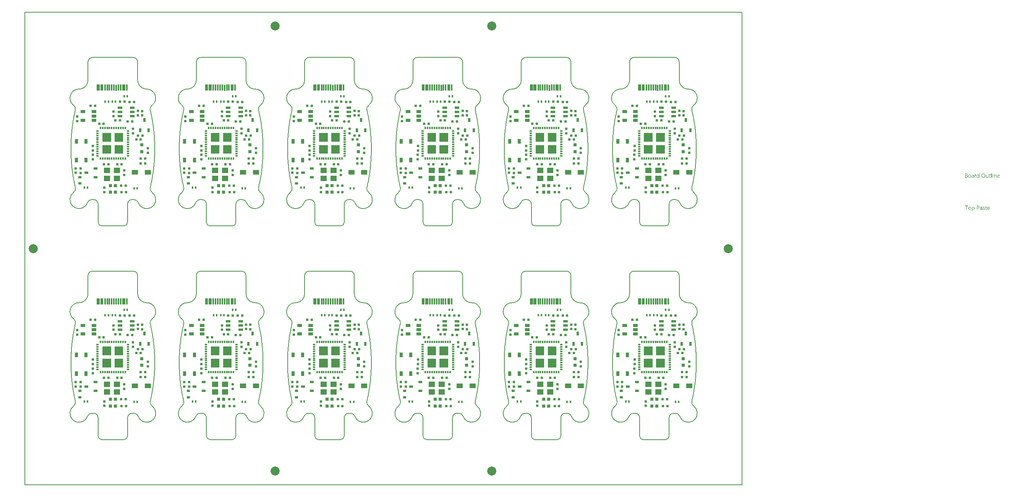
<source format=gtp>
G04*
G04 #@! TF.GenerationSoftware,Altium Limited,Altium Designer,21.5.1 (32)*
G04*
G04 Layer_Color=8421504*
%FSAX25Y25*%
%MOIN*%
G70*
G04*
G04 #@! TF.SameCoordinates,5657485A-31CE-4D9D-A90A-781EB6461645*
G04*
G04*
G04 #@! TF.FilePolarity,Positive*
G04*
G01*
G75*
%ADD10C,0.07874*%
%ADD12R,0.05315X0.04331*%
%ADD13R,0.03937X0.02362*%
%ADD14R,0.01968X0.02165*%
%ADD15R,0.02165X0.01968*%
%ADD16R,0.05512X0.04724*%
%ADD17R,0.02165X0.01968*%
%ADD18R,0.01968X0.02165*%
%ADD20R,0.01181X0.05709*%
%ADD21R,0.02559X0.04134*%
%ADD23R,0.01181X0.02165*%
%ADD24R,0.02165X0.01181*%
%ADD25R,0.02559X0.03150*%
%ADD26R,0.02362X0.03543*%
%ADD27R,0.03543X0.02362*%
%ADD28R,0.03150X0.02362*%
%ADD29R,0.03937X0.02756*%
%ADD35C,0.00787*%
%ADD52R,0.01280X0.02461*%
%ADD53R,0.02756X0.02756*%
G36*
X0538584Y0279726D02*
X0531104D01*
Y0287206D01*
X0538584D01*
Y0279726D01*
D02*
G37*
G36*
X0527954D02*
X0520474D01*
Y0287206D01*
X0527954D01*
Y0279726D01*
D02*
G37*
G36*
X0444096D02*
X0436615D01*
Y0287206D01*
X0444096D01*
Y0279726D01*
D02*
G37*
G36*
X0433466D02*
X0425985D01*
Y0287206D01*
X0433466D01*
Y0279726D01*
D02*
G37*
G36*
X0349607D02*
X0342127D01*
Y0287206D01*
X0349607D01*
Y0279726D01*
D02*
G37*
G36*
X0338977D02*
X0331497D01*
Y0287206D01*
X0338977D01*
Y0279726D01*
D02*
G37*
G36*
X0255119D02*
X0247638D01*
Y0287206D01*
X0255119D01*
Y0279726D01*
D02*
G37*
G36*
X0244489D02*
X0237009D01*
Y0287206D01*
X0244489D01*
Y0279726D01*
D02*
G37*
G36*
X0160630D02*
X0153150D01*
Y0287206D01*
X0160630D01*
Y0279726D01*
D02*
G37*
G36*
X0150000D02*
X0142520D01*
Y0287206D01*
X0150000D01*
Y0279726D01*
D02*
G37*
G36*
X0066142D02*
X0058662D01*
Y0287206D01*
X0066142D01*
Y0279726D01*
D02*
G37*
G36*
X0055512D02*
X0048032D01*
Y0287206D01*
X0055512D01*
Y0279726D01*
D02*
G37*
G36*
X0538584Y0269096D02*
X0531104D01*
Y0276576D01*
X0538584D01*
Y0269096D01*
D02*
G37*
G36*
X0527954D02*
X0520474D01*
Y0276576D01*
X0527954D01*
Y0269096D01*
D02*
G37*
G36*
X0444096D02*
X0436615D01*
Y0276576D01*
X0444096D01*
Y0269096D01*
D02*
G37*
G36*
X0433466D02*
X0425985D01*
Y0276576D01*
X0433466D01*
Y0269096D01*
D02*
G37*
G36*
X0349607D02*
X0342127D01*
Y0276576D01*
X0349607D01*
Y0269096D01*
D02*
G37*
G36*
X0338977D02*
X0331497D01*
Y0276576D01*
X0338977D01*
Y0269096D01*
D02*
G37*
G36*
X0255119D02*
X0247638D01*
Y0276576D01*
X0255119D01*
Y0269096D01*
D02*
G37*
G36*
X0244489D02*
X0237009D01*
Y0276576D01*
X0244489D01*
Y0269096D01*
D02*
G37*
G36*
X0160630D02*
X0153150D01*
Y0276576D01*
X0160630D01*
Y0269096D01*
D02*
G37*
G36*
X0150000D02*
X0142520D01*
Y0276576D01*
X0150000D01*
Y0269096D01*
D02*
G37*
G36*
X0066142D02*
X0058662D01*
Y0276576D01*
X0066142D01*
Y0269096D01*
D02*
G37*
G36*
X0055512D02*
X0048032D01*
Y0276576D01*
X0055512D01*
Y0269096D01*
D02*
G37*
G36*
X0824898Y0251948D02*
X0824923D01*
X0824979Y0251924D01*
X0825010Y0251905D01*
X0825040Y0251880D01*
X0825047Y0251874D01*
X0825053Y0251868D01*
X0825084Y0251831D01*
X0825109Y0251769D01*
X0825115Y0251732D01*
X0825121Y0251695D01*
Y0251689D01*
Y0251676D01*
X0825115Y0251658D01*
X0825109Y0251633D01*
X0825090Y0251571D01*
X0825065Y0251540D01*
X0825040Y0251509D01*
X0825034D01*
X0825028Y0251497D01*
X0824991Y0251472D01*
X0824935Y0251447D01*
X0824898Y0251441D01*
X0824861Y0251435D01*
X0824842D01*
X0824824Y0251441D01*
X0824799D01*
X0824737Y0251466D01*
X0824706Y0251478D01*
X0824675Y0251503D01*
Y0251509D01*
X0824663Y0251515D01*
X0824650Y0251534D01*
X0824638Y0251552D01*
X0824613Y0251614D01*
X0824607Y0251651D01*
X0824601Y0251695D01*
Y0251701D01*
Y0251713D01*
X0824607Y0251732D01*
X0824613Y0251763D01*
X0824632Y0251818D01*
X0824650Y0251850D01*
X0824675Y0251880D01*
X0824681Y0251887D01*
X0824688Y0251893D01*
X0824725Y0251918D01*
X0824787Y0251942D01*
X0824824Y0251955D01*
X0824879D01*
X0824898Y0251948D01*
D02*
G37*
G36*
X0812908Y0248284D02*
X0812506D01*
Y0248705D01*
X0812493D01*
Y0248699D01*
X0812481Y0248686D01*
X0812462Y0248662D01*
X0812444Y0248631D01*
X0812413Y0248594D01*
X0812376Y0248556D01*
X0812332Y0248513D01*
X0812283Y0248470D01*
X0812227Y0248420D01*
X0812159Y0248377D01*
X0812091Y0248340D01*
X0812010Y0248303D01*
X0811930Y0248272D01*
X0811837Y0248247D01*
X0811738Y0248235D01*
X0811633Y0248228D01*
X0811590D01*
X0811552Y0248235D01*
X0811515Y0248241D01*
X0811466Y0248247D01*
X0811360Y0248272D01*
X0811237Y0248309D01*
X0811113Y0248371D01*
X0811045Y0248408D01*
X0810989Y0248451D01*
X0810927Y0248507D01*
X0810872Y0248563D01*
Y0248569D01*
X0810859Y0248581D01*
X0810847Y0248600D01*
X0810828Y0248624D01*
X0810810Y0248656D01*
X0810785Y0248699D01*
X0810760Y0248748D01*
X0810735Y0248804D01*
X0810704Y0248866D01*
X0810680Y0248934D01*
X0810655Y0249008D01*
X0810636Y0249089D01*
X0810618Y0249175D01*
X0810605Y0249274D01*
X0810599Y0249374D01*
X0810593Y0249479D01*
Y0249485D01*
Y0249503D01*
Y0249541D01*
X0810599Y0249584D01*
X0810605Y0249634D01*
X0810612Y0249695D01*
X0810618Y0249763D01*
X0810630Y0249838D01*
X0810667Y0249999D01*
X0810723Y0250166D01*
X0810760Y0250246D01*
X0810803Y0250327D01*
X0810847Y0250401D01*
X0810903Y0250475D01*
X0810909Y0250482D01*
X0810915Y0250494D01*
X0810933Y0250512D01*
X0810958Y0250537D01*
X0810989Y0250562D01*
X0811032Y0250593D01*
X0811076Y0250630D01*
X0811125Y0250667D01*
X0811249Y0250735D01*
X0811392Y0250797D01*
X0811472Y0250816D01*
X0811559Y0250834D01*
X0811645Y0250847D01*
X0811744Y0250853D01*
X0811794D01*
X0811831Y0250847D01*
X0811868Y0250840D01*
X0811918Y0250834D01*
X0812029Y0250803D01*
X0812153Y0250754D01*
X0812215Y0250723D01*
X0812277Y0250680D01*
X0812339Y0250636D01*
X0812394Y0250581D01*
X0812444Y0250519D01*
X0812493Y0250444D01*
X0812506D01*
Y0252004D01*
X0812908D01*
Y0248284D01*
D02*
G37*
G36*
X0827176Y0250847D02*
X0827250Y0250840D01*
X0827343Y0250822D01*
X0827442Y0250791D01*
X0827547Y0250742D01*
X0827653Y0250673D01*
X0827696Y0250636D01*
X0827739Y0250587D01*
X0827752Y0250574D01*
X0827776Y0250537D01*
X0827807Y0250475D01*
X0827851Y0250389D01*
X0827888Y0250283D01*
X0827925Y0250153D01*
X0827950Y0249999D01*
X0827956Y0249819D01*
Y0248284D01*
X0827554D01*
Y0249714D01*
Y0249720D01*
Y0249751D01*
X0827547Y0249788D01*
Y0249838D01*
X0827535Y0249900D01*
X0827523Y0249968D01*
X0827504Y0250042D01*
X0827479Y0250116D01*
X0827448Y0250191D01*
X0827411Y0250259D01*
X0827362Y0250327D01*
X0827306Y0250389D01*
X0827244Y0250438D01*
X0827164Y0250475D01*
X0827077Y0250506D01*
X0826972Y0250512D01*
X0826959D01*
X0826922Y0250506D01*
X0826867Y0250500D01*
X0826798Y0250482D01*
X0826718Y0250457D01*
X0826631Y0250413D01*
X0826551Y0250358D01*
X0826470Y0250283D01*
X0826464Y0250271D01*
X0826439Y0250246D01*
X0826408Y0250197D01*
X0826371Y0250129D01*
X0826334Y0250048D01*
X0826303Y0249949D01*
X0826278Y0249838D01*
X0826272Y0249714D01*
Y0248284D01*
X0825870D01*
Y0250797D01*
X0826272D01*
Y0250376D01*
X0826285D01*
X0826291Y0250382D01*
X0826297Y0250395D01*
X0826316Y0250420D01*
X0826340Y0250451D01*
X0826365Y0250488D01*
X0826402Y0250525D01*
X0826446Y0250568D01*
X0826495Y0250618D01*
X0826551Y0250661D01*
X0826613Y0250704D01*
X0826681Y0250742D01*
X0826755Y0250779D01*
X0826829Y0250810D01*
X0826916Y0250834D01*
X0827009Y0250847D01*
X0827108Y0250853D01*
X0827145D01*
X0827176Y0250847D01*
D02*
G37*
G36*
X0810178Y0250834D02*
X0810252Y0250828D01*
X0810296Y0250816D01*
X0810327Y0250803D01*
Y0250389D01*
X0810321Y0250395D01*
X0810308Y0250401D01*
X0810283Y0250413D01*
X0810252Y0250432D01*
X0810209Y0250444D01*
X0810153Y0250457D01*
X0810092Y0250463D01*
X0810023Y0250469D01*
X0810011D01*
X0809980Y0250463D01*
X0809931Y0250457D01*
X0809875Y0250438D01*
X0809801Y0250407D01*
X0809733Y0250364D01*
X0809658Y0250302D01*
X0809590Y0250221D01*
X0809584Y0250209D01*
X0809565Y0250178D01*
X0809534Y0250122D01*
X0809503Y0250048D01*
X0809473Y0249955D01*
X0809442Y0249838D01*
X0809423Y0249708D01*
X0809417Y0249559D01*
Y0248284D01*
X0809015D01*
Y0250797D01*
X0809417D01*
Y0250277D01*
X0809429D01*
Y0250283D01*
X0809435Y0250290D01*
X0809448Y0250321D01*
X0809466Y0250370D01*
X0809497Y0250432D01*
X0809528Y0250494D01*
X0809578Y0250562D01*
X0809627Y0250630D01*
X0809689Y0250692D01*
X0809695Y0250698D01*
X0809720Y0250717D01*
X0809757Y0250742D01*
X0809807Y0250766D01*
X0809863Y0250791D01*
X0809931Y0250816D01*
X0810005Y0250834D01*
X0810085Y0250840D01*
X0810141D01*
X0810178Y0250834D01*
D02*
G37*
G36*
X0820918Y0248284D02*
X0820516D01*
Y0248680D01*
X0820503D01*
Y0248674D01*
X0820491Y0248662D01*
X0820478Y0248637D01*
X0820454Y0248612D01*
X0820398Y0248538D01*
X0820311Y0248457D01*
X0820262Y0248414D01*
X0820206Y0248371D01*
X0820144Y0248334D01*
X0820070Y0248296D01*
X0819996Y0248272D01*
X0819915Y0248247D01*
X0819822Y0248235D01*
X0819729Y0248228D01*
X0819692D01*
X0819649Y0248235D01*
X0819587Y0248247D01*
X0819519Y0248259D01*
X0819445Y0248284D01*
X0819364Y0248315D01*
X0819284Y0248364D01*
X0819197Y0248420D01*
X0819117Y0248488D01*
X0819042Y0248575D01*
X0818974Y0248680D01*
X0818912Y0248798D01*
X0818869Y0248940D01*
X0818844Y0249107D01*
X0818832Y0249194D01*
Y0249293D01*
Y0250797D01*
X0819228D01*
Y0249355D01*
Y0249349D01*
Y0249324D01*
X0819234Y0249281D01*
X0819240Y0249231D01*
X0819247Y0249169D01*
X0819259Y0249107D01*
X0819277Y0249033D01*
X0819302Y0248959D01*
X0819339Y0248885D01*
X0819377Y0248816D01*
X0819426Y0248748D01*
X0819488Y0248686D01*
X0819556Y0248637D01*
X0819637Y0248600D01*
X0819736Y0248569D01*
X0819841Y0248563D01*
X0819853D01*
X0819890Y0248569D01*
X0819946Y0248575D01*
X0820008Y0248587D01*
X0820088Y0248618D01*
X0820169Y0248656D01*
X0820249Y0248705D01*
X0820324Y0248779D01*
X0820330Y0248792D01*
X0820355Y0248816D01*
X0820385Y0248866D01*
X0820423Y0248934D01*
X0820454Y0249014D01*
X0820485Y0249113D01*
X0820509Y0249225D01*
X0820516Y0249349D01*
Y0250797D01*
X0820918D01*
Y0248284D01*
D02*
G37*
G36*
X0825053D02*
X0824650D01*
Y0250797D01*
X0825053D01*
Y0248284D01*
D02*
G37*
G36*
X0823833D02*
X0823431D01*
Y0252004D01*
X0823833D01*
Y0248284D01*
D02*
G37*
G36*
X0807455Y0250847D02*
X0807510Y0250840D01*
X0807578Y0250822D01*
X0807653Y0250803D01*
X0807733Y0250772D01*
X0807820Y0250735D01*
X0807900Y0250686D01*
X0807981Y0250624D01*
X0808055Y0250550D01*
X0808123Y0250457D01*
X0808179Y0250352D01*
X0808222Y0250228D01*
X0808247Y0250085D01*
X0808259Y0249918D01*
Y0248284D01*
X0807857D01*
Y0248674D01*
X0807845D01*
Y0248668D01*
X0807832Y0248656D01*
X0807820Y0248631D01*
X0807795Y0248606D01*
X0807733Y0248532D01*
X0807653Y0248451D01*
X0807541Y0248371D01*
X0807411Y0248296D01*
X0807331Y0248272D01*
X0807250Y0248247D01*
X0807164Y0248235D01*
X0807071Y0248228D01*
X0807034D01*
X0807009Y0248235D01*
X0806941Y0248241D01*
X0806860Y0248253D01*
X0806761Y0248278D01*
X0806668Y0248309D01*
X0806569Y0248358D01*
X0806483Y0248420D01*
X0806477Y0248433D01*
X0806452Y0248457D01*
X0806415Y0248501D01*
X0806378Y0248563D01*
X0806340Y0248637D01*
X0806303Y0248724D01*
X0806279Y0248829D01*
X0806272Y0248946D01*
Y0248953D01*
Y0248977D01*
X0806279Y0249014D01*
X0806285Y0249058D01*
X0806297Y0249113D01*
X0806316Y0249175D01*
X0806340Y0249243D01*
X0806378Y0249312D01*
X0806421Y0249386D01*
X0806477Y0249460D01*
X0806545Y0249528D01*
X0806625Y0249590D01*
X0806718Y0249652D01*
X0806829Y0249702D01*
X0806953Y0249739D01*
X0807102Y0249770D01*
X0807857Y0249875D01*
Y0249881D01*
Y0249900D01*
X0807851Y0249937D01*
Y0249974D01*
X0807838Y0250023D01*
X0807832Y0250079D01*
X0807795Y0250197D01*
X0807764Y0250253D01*
X0807733Y0250308D01*
X0807690Y0250364D01*
X0807640Y0250413D01*
X0807578Y0250457D01*
X0807510Y0250488D01*
X0807430Y0250506D01*
X0807337Y0250512D01*
X0807294D01*
X0807263Y0250506D01*
X0807219D01*
X0807176Y0250494D01*
X0807065Y0250475D01*
X0806941Y0250438D01*
X0806805Y0250382D01*
X0806730Y0250345D01*
X0806662Y0250308D01*
X0806588Y0250259D01*
X0806520Y0250203D01*
Y0250618D01*
X0806526D01*
X0806538Y0250630D01*
X0806557Y0250642D01*
X0806588Y0250655D01*
X0806619Y0250673D01*
X0806662Y0250692D01*
X0806712Y0250711D01*
X0806767Y0250735D01*
X0806891Y0250779D01*
X0807040Y0250816D01*
X0807201Y0250840D01*
X0807374Y0250853D01*
X0807411D01*
X0807455Y0250847D01*
D02*
G37*
G36*
X0801766Y0251794D02*
X0801809D01*
X0801853Y0251788D01*
X0801952Y0251775D01*
X0802069Y0251744D01*
X0802193Y0251707D01*
X0802311Y0251651D01*
X0802416Y0251577D01*
X0802422D01*
X0802428Y0251565D01*
X0802459Y0251540D01*
X0802503Y0251490D01*
X0802552Y0251422D01*
X0802596Y0251336D01*
X0802639Y0251237D01*
X0802670Y0251125D01*
X0802682Y0251063D01*
Y0250995D01*
Y0250989D01*
Y0250983D01*
Y0250946D01*
X0802676Y0250890D01*
X0802664Y0250822D01*
X0802645Y0250735D01*
X0802614Y0250649D01*
X0802577Y0250562D01*
X0802521Y0250475D01*
X0802515Y0250463D01*
X0802490Y0250438D01*
X0802453Y0250401D01*
X0802404Y0250352D01*
X0802342Y0250302D01*
X0802267Y0250246D01*
X0802175Y0250203D01*
X0802075Y0250160D01*
Y0250153D01*
X0802094D01*
X0802113Y0250147D01*
X0802131Y0250141D01*
X0802199Y0250129D01*
X0802280Y0250104D01*
X0802366Y0250067D01*
X0802459Y0250023D01*
X0802552Y0249961D01*
X0802639Y0249881D01*
X0802651Y0249869D01*
X0802676Y0249838D01*
X0802707Y0249794D01*
X0802750Y0249726D01*
X0802787Y0249640D01*
X0802824Y0249541D01*
X0802849Y0249423D01*
X0802855Y0249293D01*
Y0249287D01*
Y0249274D01*
Y0249250D01*
X0802849Y0249219D01*
X0802843Y0249182D01*
X0802837Y0249138D01*
X0802812Y0249033D01*
X0802775Y0248915D01*
X0802719Y0248792D01*
X0802682Y0248736D01*
X0802639Y0248674D01*
X0802583Y0248618D01*
X0802527Y0248563D01*
X0802521D01*
X0802515Y0248550D01*
X0802496Y0248538D01*
X0802472Y0248519D01*
X0802441Y0248501D01*
X0802397Y0248476D01*
X0802305Y0248426D01*
X0802187Y0248371D01*
X0802051Y0248327D01*
X0801890Y0248296D01*
X0801809Y0248290D01*
X0801717Y0248284D01*
X0800689D01*
Y0251800D01*
X0801735D01*
X0801766Y0251794D01*
D02*
G37*
G36*
X0822261Y0250797D02*
X0822899D01*
Y0250451D01*
X0822261D01*
Y0249033D01*
Y0249021D01*
Y0248990D01*
X0822267Y0248946D01*
X0822274Y0248891D01*
X0822298Y0248773D01*
X0822317Y0248717D01*
X0822348Y0248674D01*
X0822354Y0248668D01*
X0822366Y0248656D01*
X0822385Y0248643D01*
X0822416Y0248624D01*
X0822453Y0248600D01*
X0822503Y0248587D01*
X0822564Y0248575D01*
X0822633Y0248569D01*
X0822657D01*
X0822688Y0248575D01*
X0822725Y0248581D01*
X0822812Y0248606D01*
X0822855Y0248624D01*
X0822899Y0248649D01*
Y0248303D01*
X0822892D01*
X0822874Y0248290D01*
X0822843Y0248284D01*
X0822800Y0248272D01*
X0822744Y0248259D01*
X0822682Y0248247D01*
X0822608Y0248241D01*
X0822521Y0248235D01*
X0822490D01*
X0822459Y0248241D01*
X0822416Y0248247D01*
X0822366Y0248259D01*
X0822311Y0248272D01*
X0822255Y0248296D01*
X0822193Y0248327D01*
X0822131Y0248364D01*
X0822069Y0248414D01*
X0822013Y0248470D01*
X0821964Y0248544D01*
X0821921Y0248624D01*
X0821890Y0248724D01*
X0821865Y0248835D01*
X0821859Y0248965D01*
Y0250451D01*
X0821432D01*
Y0250797D01*
X0821859D01*
Y0251410D01*
X0822261Y0251540D01*
Y0250797D01*
D02*
G37*
G36*
X0829788Y0250847D02*
X0829832Y0250840D01*
X0829875Y0250834D01*
X0829986Y0250816D01*
X0830110Y0250772D01*
X0830234Y0250717D01*
X0830296Y0250680D01*
X0830358Y0250636D01*
X0830413Y0250587D01*
X0830469Y0250531D01*
X0830475Y0250525D01*
X0830481Y0250519D01*
X0830494Y0250500D01*
X0830512Y0250475D01*
X0830531Y0250438D01*
X0830556Y0250401D01*
X0830581Y0250358D01*
X0830605Y0250302D01*
X0830630Y0250240D01*
X0830655Y0250178D01*
X0830680Y0250104D01*
X0830698Y0250023D01*
X0830717Y0249937D01*
X0830729Y0249850D01*
X0830741Y0249751D01*
Y0249646D01*
Y0249435D01*
X0828965D01*
Y0249429D01*
Y0249417D01*
Y0249398D01*
X0828971Y0249367D01*
X0828977Y0249330D01*
Y0249293D01*
X0828996Y0249194D01*
X0829027Y0249095D01*
X0829064Y0248984D01*
X0829120Y0248878D01*
X0829188Y0248785D01*
X0829200Y0248773D01*
X0829225Y0248748D01*
X0829274Y0248717D01*
X0829342Y0248674D01*
X0829429Y0248631D01*
X0829528Y0248600D01*
X0829646Y0248575D01*
X0829782Y0248563D01*
X0829825D01*
X0829856Y0248569D01*
X0829893D01*
X0829937Y0248575D01*
X0830042Y0248600D01*
X0830159Y0248631D01*
X0830289Y0248680D01*
X0830426Y0248748D01*
X0830494Y0248792D01*
X0830562Y0248841D01*
Y0248464D01*
X0830556D01*
X0830550Y0248451D01*
X0830531Y0248445D01*
X0830500Y0248426D01*
X0830469Y0248408D01*
X0830432Y0248389D01*
X0830382Y0248371D01*
X0830333Y0248346D01*
X0830271Y0248321D01*
X0830203Y0248303D01*
X0830054Y0248266D01*
X0829881Y0248241D01*
X0829689Y0248228D01*
X0829640D01*
X0829602Y0248235D01*
X0829559Y0248241D01*
X0829503Y0248247D01*
X0829386Y0248272D01*
X0829250Y0248309D01*
X0829113Y0248371D01*
X0829045Y0248414D01*
X0828977Y0248457D01*
X0828915Y0248507D01*
X0828854Y0248569D01*
X0828847Y0248575D01*
X0828841Y0248587D01*
X0828829Y0248606D01*
X0828804Y0248631D01*
X0828785Y0248668D01*
X0828761Y0248711D01*
X0828730Y0248761D01*
X0828705Y0248816D01*
X0828674Y0248878D01*
X0828649Y0248953D01*
X0828618Y0249033D01*
X0828600Y0249120D01*
X0828581Y0249213D01*
X0828563Y0249312D01*
X0828556Y0249417D01*
X0828550Y0249528D01*
Y0249534D01*
Y0249553D01*
Y0249584D01*
X0828556Y0249627D01*
X0828563Y0249677D01*
X0828569Y0249732D01*
X0828575Y0249801D01*
X0828594Y0249869D01*
X0828631Y0250017D01*
X0828686Y0250178D01*
X0828724Y0250259D01*
X0828773Y0250333D01*
X0828823Y0250413D01*
X0828878Y0250482D01*
X0828884Y0250488D01*
X0828897Y0250500D01*
X0828915Y0250519D01*
X0828940Y0250537D01*
X0828971Y0250568D01*
X0829008Y0250599D01*
X0829058Y0250630D01*
X0829107Y0250667D01*
X0829225Y0250735D01*
X0829367Y0250797D01*
X0829448Y0250816D01*
X0829528Y0250834D01*
X0829615Y0250847D01*
X0829708Y0250853D01*
X0829757D01*
X0829788Y0250847D01*
D02*
G37*
G36*
X0816746Y0251856D02*
X0816808Y0251850D01*
X0816882Y0251837D01*
X0816963Y0251818D01*
X0817049Y0251800D01*
X0817136Y0251775D01*
X0817235Y0251744D01*
X0817328Y0251701D01*
X0817427Y0251651D01*
X0817526Y0251596D01*
X0817619Y0251528D01*
X0817712Y0251453D01*
X0817798Y0251367D01*
X0817804Y0251361D01*
X0817817Y0251342D01*
X0817841Y0251317D01*
X0817866Y0251280D01*
X0817903Y0251231D01*
X0817941Y0251169D01*
X0817978Y0251100D01*
X0818021Y0251026D01*
X0818064Y0250933D01*
X0818101Y0250840D01*
X0818139Y0250735D01*
X0818176Y0250618D01*
X0818200Y0250500D01*
X0818225Y0250370D01*
X0818238Y0250228D01*
X0818244Y0250085D01*
Y0250073D01*
Y0250048D01*
Y0250005D01*
X0818238Y0249943D01*
X0818231Y0249869D01*
X0818219Y0249788D01*
X0818207Y0249695D01*
X0818188Y0249590D01*
X0818163Y0249485D01*
X0818132Y0249374D01*
X0818095Y0249262D01*
X0818052Y0249151D01*
X0817996Y0249033D01*
X0817934Y0248928D01*
X0817866Y0248823D01*
X0817786Y0248724D01*
X0817780Y0248717D01*
X0817767Y0248705D01*
X0817736Y0248680D01*
X0817705Y0248649D01*
X0817656Y0248606D01*
X0817600Y0248569D01*
X0817538Y0248519D01*
X0817464Y0248476D01*
X0817383Y0248433D01*
X0817290Y0248383D01*
X0817192Y0248346D01*
X0817080Y0248309D01*
X0816963Y0248272D01*
X0816839Y0248247D01*
X0816709Y0248235D01*
X0816566Y0248228D01*
X0816535D01*
X0816492Y0248235D01*
X0816442D01*
X0816381Y0248241D01*
X0816306Y0248253D01*
X0816226Y0248272D01*
X0816133Y0248290D01*
X0816040Y0248315D01*
X0815941Y0248346D01*
X0815842Y0248389D01*
X0815743Y0248433D01*
X0815644Y0248488D01*
X0815545Y0248556D01*
X0815452Y0248631D01*
X0815365Y0248717D01*
X0815359Y0248724D01*
X0815347Y0248742D01*
X0815322Y0248767D01*
X0815297Y0248804D01*
X0815260Y0248853D01*
X0815223Y0248915D01*
X0815186Y0248984D01*
X0815143Y0249064D01*
X0815099Y0249151D01*
X0815062Y0249243D01*
X0815025Y0249349D01*
X0814988Y0249466D01*
X0814963Y0249584D01*
X0814938Y0249714D01*
X0814926Y0249856D01*
X0814920Y0249999D01*
Y0250011D01*
Y0250036D01*
X0814926Y0250079D01*
Y0250141D01*
X0814932Y0250209D01*
X0814944Y0250296D01*
X0814957Y0250389D01*
X0814975Y0250488D01*
X0815000Y0250593D01*
X0815031Y0250704D01*
X0815068Y0250816D01*
X0815112Y0250927D01*
X0815167Y0251039D01*
X0815229Y0251150D01*
X0815297Y0251255D01*
X0815378Y0251354D01*
X0815384Y0251361D01*
X0815396Y0251379D01*
X0815427Y0251404D01*
X0815464Y0251435D01*
X0815508Y0251472D01*
X0815563Y0251515D01*
X0815632Y0251559D01*
X0815706Y0251608D01*
X0815793Y0251658D01*
X0815885Y0251701D01*
X0815985Y0251744D01*
X0816096Y0251781D01*
X0816220Y0251812D01*
X0816350Y0251843D01*
X0816486Y0251856D01*
X0816628Y0251862D01*
X0816696D01*
X0816746Y0251856D01*
D02*
G37*
G36*
X0804719Y0250847D02*
X0804762Y0250840D01*
X0804818Y0250834D01*
X0804941Y0250810D01*
X0805084Y0250766D01*
X0805226Y0250704D01*
X0805301Y0250667D01*
X0805369Y0250624D01*
X0805437Y0250568D01*
X0805499Y0250506D01*
X0805505Y0250500D01*
X0805511Y0250488D01*
X0805529Y0250469D01*
X0805548Y0250444D01*
X0805573Y0250407D01*
X0805598Y0250364D01*
X0805629Y0250314D01*
X0805659Y0250259D01*
X0805684Y0250191D01*
X0805715Y0250122D01*
X0805740Y0250042D01*
X0805765Y0249955D01*
X0805783Y0249863D01*
X0805802Y0249763D01*
X0805808Y0249658D01*
X0805814Y0249547D01*
Y0249541D01*
Y0249522D01*
Y0249491D01*
X0805808Y0249448D01*
X0805802Y0249398D01*
X0805796Y0249336D01*
X0805783Y0249274D01*
X0805771Y0249200D01*
X0805734Y0249052D01*
X0805672Y0248891D01*
X0805635Y0248810D01*
X0805585Y0248730D01*
X0805536Y0248656D01*
X0805474Y0248587D01*
X0805468Y0248581D01*
X0805455Y0248575D01*
X0805437Y0248556D01*
X0805412Y0248532D01*
X0805375Y0248507D01*
X0805338Y0248476D01*
X0805288Y0248439D01*
X0805232Y0248408D01*
X0805171Y0248377D01*
X0805102Y0248340D01*
X0805028Y0248309D01*
X0804948Y0248284D01*
X0804861Y0248259D01*
X0804768Y0248247D01*
X0804669Y0248235D01*
X0804564Y0248228D01*
X0804508D01*
X0804471Y0248235D01*
X0804428Y0248241D01*
X0804372Y0248247D01*
X0804310Y0248259D01*
X0804242Y0248272D01*
X0804100Y0248315D01*
X0803951Y0248377D01*
X0803877Y0248414D01*
X0803809Y0248464D01*
X0803741Y0248513D01*
X0803673Y0248575D01*
X0803666Y0248581D01*
X0803660Y0248594D01*
X0803642Y0248612D01*
X0803623Y0248637D01*
X0803598Y0248674D01*
X0803567Y0248717D01*
X0803536Y0248767D01*
X0803512Y0248823D01*
X0803481Y0248891D01*
X0803450Y0248959D01*
X0803419Y0249033D01*
X0803394Y0249120D01*
X0803357Y0249305D01*
X0803351Y0249404D01*
X0803345Y0249510D01*
Y0249516D01*
Y0249541D01*
Y0249572D01*
X0803351Y0249615D01*
X0803357Y0249664D01*
X0803363Y0249726D01*
X0803375Y0249794D01*
X0803388Y0249869D01*
X0803425Y0250030D01*
X0803487Y0250191D01*
X0803530Y0250271D01*
X0803574Y0250352D01*
X0803623Y0250426D01*
X0803685Y0250494D01*
X0803691Y0250500D01*
X0803703Y0250512D01*
X0803722Y0250525D01*
X0803747Y0250550D01*
X0803784Y0250574D01*
X0803827Y0250605D01*
X0803877Y0250642D01*
X0803932Y0250673D01*
X0803994Y0250704D01*
X0804069Y0250742D01*
X0804143Y0250772D01*
X0804230Y0250797D01*
X0804316Y0250822D01*
X0804415Y0250840D01*
X0804521Y0250847D01*
X0804626Y0250853D01*
X0804681D01*
X0804719Y0250847D01*
D02*
G37*
G36*
X0807931Y0222809D02*
X0807975Y0222802D01*
X0808018Y0222796D01*
X0808129Y0222771D01*
X0808253Y0222734D01*
X0808377Y0222672D01*
X0808439Y0222635D01*
X0808501Y0222586D01*
X0808556Y0222536D01*
X0808612Y0222474D01*
X0808618Y0222468D01*
X0808624Y0222462D01*
X0808637Y0222437D01*
X0808655Y0222412D01*
X0808674Y0222381D01*
X0808699Y0222338D01*
X0808724Y0222288D01*
X0808748Y0222239D01*
X0808773Y0222177D01*
X0808798Y0222109D01*
X0808823Y0222035D01*
X0808841Y0221954D01*
X0808872Y0221775D01*
X0808885Y0221676D01*
Y0221570D01*
Y0221564D01*
Y0221546D01*
Y0221509D01*
X0808878Y0221465D01*
Y0221416D01*
X0808866Y0221354D01*
X0808860Y0221286D01*
X0808847Y0221212D01*
X0808810Y0221051D01*
X0808755Y0220883D01*
X0808717Y0220803D01*
X0808680Y0220722D01*
X0808631Y0220642D01*
X0808575Y0220568D01*
X0808569Y0220562D01*
X0808563Y0220549D01*
X0808544Y0220531D01*
X0808519Y0220512D01*
X0808488Y0220481D01*
X0808451Y0220450D01*
X0808408Y0220413D01*
X0808358Y0220382D01*
X0808303Y0220345D01*
X0808241Y0220308D01*
X0808092Y0220252D01*
X0808012Y0220227D01*
X0807931Y0220209D01*
X0807838Y0220196D01*
X0807739Y0220190D01*
X0807690D01*
X0807659Y0220196D01*
X0807616Y0220202D01*
X0807572Y0220215D01*
X0807461Y0220240D01*
X0807343Y0220289D01*
X0807275Y0220326D01*
X0807213Y0220363D01*
X0807151Y0220413D01*
X0807096Y0220469D01*
X0807034Y0220531D01*
X0806984Y0220605D01*
X0806972D01*
Y0219094D01*
X0806569D01*
Y0222759D01*
X0806972D01*
Y0222313D01*
X0806984D01*
X0806990Y0222320D01*
X0806997Y0222338D01*
X0807015Y0222363D01*
X0807040Y0222394D01*
X0807071Y0222431D01*
X0807108Y0222474D01*
X0807151Y0222517D01*
X0807207Y0222567D01*
X0807263Y0222610D01*
X0807325Y0222654D01*
X0807399Y0222697D01*
X0807473Y0222734D01*
X0807560Y0222771D01*
X0807653Y0222796D01*
X0807746Y0222809D01*
X0807851Y0222815D01*
X0807900D01*
X0807931Y0222809D01*
D02*
G37*
G36*
X0817204D02*
X0817284Y0222802D01*
X0817371Y0222790D01*
X0817470Y0222765D01*
X0817569Y0222740D01*
X0817668Y0222703D01*
Y0222295D01*
X0817656Y0222301D01*
X0817619Y0222326D01*
X0817563Y0222350D01*
X0817489Y0222388D01*
X0817396Y0222418D01*
X0817284Y0222449D01*
X0817161Y0222468D01*
X0817031Y0222474D01*
X0816963D01*
X0816901Y0222462D01*
X0816826Y0222449D01*
X0816820D01*
X0816814Y0222443D01*
X0816777Y0222431D01*
X0816727Y0222406D01*
X0816671Y0222375D01*
X0816659Y0222369D01*
X0816634Y0222344D01*
X0816603Y0222307D01*
X0816572Y0222264D01*
X0816566Y0222251D01*
X0816554Y0222220D01*
X0816542Y0222177D01*
X0816535Y0222121D01*
Y0222115D01*
Y0222103D01*
Y0222084D01*
X0816542Y0222066D01*
X0816554Y0222010D01*
X0816572Y0221954D01*
X0816579Y0221942D01*
X0816597Y0221917D01*
X0816634Y0221880D01*
X0816678Y0221837D01*
X0816684D01*
X0816690Y0221831D01*
X0816727Y0221806D01*
X0816777Y0221775D01*
X0816845Y0221744D01*
X0816851D01*
X0816863Y0221738D01*
X0816882Y0221731D01*
X0816913Y0221719D01*
X0816981Y0221694D01*
X0817068Y0221657D01*
X0817074D01*
X0817099Y0221645D01*
X0817130Y0221632D01*
X0817167Y0221620D01*
X0817266Y0221577D01*
X0817365Y0221527D01*
X0817371D01*
X0817390Y0221515D01*
X0817414Y0221502D01*
X0817445Y0221484D01*
X0817520Y0221434D01*
X0817594Y0221372D01*
X0817600Y0221366D01*
X0817612Y0221360D01*
X0817625Y0221341D01*
X0817650Y0221317D01*
X0817693Y0221255D01*
X0817736Y0221174D01*
Y0221168D01*
X0817742Y0221156D01*
X0817755Y0221131D01*
X0817761Y0221100D01*
X0817773Y0221063D01*
X0817780Y0221020D01*
X0817786Y0220914D01*
Y0220908D01*
Y0220883D01*
X0817780Y0220846D01*
X0817773Y0220803D01*
X0817767Y0220753D01*
X0817749Y0220698D01*
X0817730Y0220648D01*
X0817699Y0220592D01*
X0817693Y0220586D01*
X0817687Y0220568D01*
X0817668Y0220543D01*
X0817643Y0220512D01*
X0817612Y0220475D01*
X0817575Y0220438D01*
X0817482Y0220363D01*
X0817476Y0220357D01*
X0817458Y0220351D01*
X0817433Y0220333D01*
X0817390Y0220314D01*
X0817346Y0220289D01*
X0817290Y0220271D01*
X0817235Y0220252D01*
X0817167Y0220233D01*
X0817161D01*
X0817136Y0220227D01*
X0817099Y0220221D01*
X0817055Y0220215D01*
X0816993Y0220202D01*
X0816932Y0220196D01*
X0816789Y0220190D01*
X0816727D01*
X0816653Y0220196D01*
X0816560Y0220209D01*
X0816455Y0220227D01*
X0816343Y0220252D01*
X0816232Y0220283D01*
X0816121Y0220333D01*
Y0220766D01*
X0816127D01*
X0816133Y0220753D01*
X0816152Y0220741D01*
X0816176Y0220729D01*
X0816244Y0220691D01*
X0816337Y0220648D01*
X0816442Y0220599D01*
X0816566Y0220562D01*
X0816702Y0220537D01*
X0816845Y0220524D01*
X0816894D01*
X0816925Y0220531D01*
X0817012Y0220543D01*
X0817111Y0220568D01*
X0817204Y0220611D01*
X0817247Y0220642D01*
X0817290Y0220673D01*
X0817321Y0220716D01*
X0817346Y0220760D01*
X0817365Y0220815D01*
X0817371Y0220877D01*
Y0220883D01*
Y0220896D01*
Y0220914D01*
X0817365Y0220933D01*
X0817352Y0220989D01*
X0817328Y0221044D01*
Y0221051D01*
X0817321Y0221057D01*
X0817297Y0221088D01*
X0817260Y0221131D01*
X0817204Y0221168D01*
X0817198D01*
X0817192Y0221181D01*
X0817154Y0221199D01*
X0817099Y0221236D01*
X0817024Y0221267D01*
X0817018D01*
X0817006Y0221273D01*
X0816987Y0221286D01*
X0816956Y0221298D01*
X0816888Y0221323D01*
X0816801Y0221360D01*
X0816795D01*
X0816771Y0221372D01*
X0816740Y0221385D01*
X0816702Y0221397D01*
X0816603Y0221441D01*
X0816504Y0221490D01*
X0816498Y0221496D01*
X0816486Y0221502D01*
X0816461Y0221515D01*
X0816430Y0221533D01*
X0816362Y0221583D01*
X0816294Y0221639D01*
X0816288Y0221645D01*
X0816282Y0221651D01*
X0816263Y0221670D01*
X0816244Y0221694D01*
X0816201Y0221756D01*
X0816164Y0221831D01*
Y0221837D01*
X0816158Y0221849D01*
X0816152Y0221874D01*
X0816145Y0221905D01*
X0816139Y0221942D01*
X0816133Y0221985D01*
X0816127Y0222090D01*
Y0222097D01*
Y0222121D01*
X0816133Y0222152D01*
X0816139Y0222196D01*
X0816145Y0222245D01*
X0816164Y0222295D01*
X0816183Y0222350D01*
X0816207Y0222400D01*
X0816214Y0222406D01*
X0816220Y0222425D01*
X0816238Y0222449D01*
X0816263Y0222480D01*
X0816331Y0222555D01*
X0816418Y0222629D01*
X0816424Y0222635D01*
X0816442Y0222641D01*
X0816467Y0222660D01*
X0816511Y0222678D01*
X0816554Y0222703D01*
X0816603Y0222728D01*
X0816727Y0222765D01*
X0816733D01*
X0816758Y0222771D01*
X0816789Y0222784D01*
X0816839Y0222790D01*
X0816888Y0222802D01*
X0816950Y0222809D01*
X0817086Y0222815D01*
X0817142D01*
X0817204Y0222809D01*
D02*
G37*
G36*
X0814709D02*
X0814765Y0222802D01*
X0814833Y0222784D01*
X0814907Y0222765D01*
X0814988Y0222734D01*
X0815075Y0222697D01*
X0815155Y0222648D01*
X0815236Y0222586D01*
X0815310Y0222511D01*
X0815378Y0222418D01*
X0815434Y0222313D01*
X0815477Y0222189D01*
X0815502Y0222047D01*
X0815514Y0221880D01*
Y0220246D01*
X0815112D01*
Y0220636D01*
X0815099D01*
Y0220630D01*
X0815087Y0220617D01*
X0815075Y0220592D01*
X0815050Y0220568D01*
X0814988Y0220493D01*
X0814907Y0220413D01*
X0814796Y0220333D01*
X0814666Y0220258D01*
X0814585Y0220233D01*
X0814505Y0220209D01*
X0814418Y0220196D01*
X0814326Y0220190D01*
X0814288D01*
X0814264Y0220196D01*
X0814196Y0220202D01*
X0814115Y0220215D01*
X0814016Y0220240D01*
X0813923Y0220271D01*
X0813824Y0220320D01*
X0813737Y0220382D01*
X0813731Y0220394D01*
X0813706Y0220419D01*
X0813669Y0220462D01*
X0813632Y0220524D01*
X0813595Y0220599D01*
X0813558Y0220685D01*
X0813533Y0220791D01*
X0813527Y0220908D01*
Y0220914D01*
Y0220939D01*
X0813533Y0220976D01*
X0813539Y0221020D01*
X0813552Y0221075D01*
X0813570Y0221137D01*
X0813595Y0221205D01*
X0813632Y0221273D01*
X0813676Y0221348D01*
X0813731Y0221422D01*
X0813799Y0221490D01*
X0813880Y0221552D01*
X0813973Y0221614D01*
X0814084Y0221663D01*
X0814208Y0221701D01*
X0814357Y0221731D01*
X0815112Y0221837D01*
Y0221843D01*
Y0221861D01*
X0815106Y0221899D01*
Y0221936D01*
X0815093Y0221985D01*
X0815087Y0222041D01*
X0815050Y0222159D01*
X0815019Y0222214D01*
X0814988Y0222270D01*
X0814944Y0222326D01*
X0814895Y0222375D01*
X0814833Y0222418D01*
X0814765Y0222449D01*
X0814685Y0222468D01*
X0814592Y0222474D01*
X0814548D01*
X0814517Y0222468D01*
X0814474D01*
X0814431Y0222456D01*
X0814319Y0222437D01*
X0814196Y0222400D01*
X0814059Y0222344D01*
X0813985Y0222307D01*
X0813917Y0222270D01*
X0813843Y0222220D01*
X0813775Y0222165D01*
Y0222579D01*
X0813781D01*
X0813793Y0222592D01*
X0813812Y0222604D01*
X0813843Y0222617D01*
X0813874Y0222635D01*
X0813917Y0222654D01*
X0813966Y0222672D01*
X0814022Y0222697D01*
X0814146Y0222740D01*
X0814295Y0222778D01*
X0814456Y0222802D01*
X0814629Y0222815D01*
X0814666D01*
X0814709Y0222809D01*
D02*
G37*
G36*
X0812010Y0223756D02*
X0812060D01*
X0812109Y0223749D01*
X0812239Y0223725D01*
X0812376Y0223694D01*
X0812524Y0223644D01*
X0812667Y0223576D01*
X0812729Y0223533D01*
X0812790Y0223483D01*
X0812797D01*
X0812803Y0223471D01*
X0812821Y0223452D01*
X0812840Y0223434D01*
X0812889Y0223372D01*
X0812951Y0223285D01*
X0813007Y0223174D01*
X0813057Y0223044D01*
X0813094Y0222889D01*
X0813100Y0222802D01*
X0813106Y0222709D01*
Y0222703D01*
Y0222685D01*
Y0222660D01*
X0813100Y0222629D01*
X0813094Y0222586D01*
X0813087Y0222536D01*
X0813063Y0222418D01*
X0813019Y0222288D01*
X0812957Y0222152D01*
X0812920Y0222084D01*
X0812877Y0222016D01*
X0812821Y0221948D01*
X0812759Y0221886D01*
X0812753Y0221880D01*
X0812741Y0221874D01*
X0812722Y0221855D01*
X0812698Y0221837D01*
X0812660Y0221812D01*
X0812617Y0221787D01*
X0812568Y0221756D01*
X0812512Y0221731D01*
X0812450Y0221701D01*
X0812382Y0221670D01*
X0812301Y0221645D01*
X0812221Y0221620D01*
X0812035Y0221583D01*
X0811936Y0221577D01*
X0811831Y0221570D01*
X0811367D01*
Y0220246D01*
X0810952D01*
Y0223762D01*
X0811973D01*
X0812010Y0223756D01*
D02*
G37*
G36*
X0803128Y0223390D02*
X0802113D01*
Y0220246D01*
X0801704D01*
Y0223390D01*
X0800689D01*
Y0223762D01*
X0803128D01*
Y0223390D01*
D02*
G37*
G36*
X0818937Y0222759D02*
X0819575D01*
Y0222412D01*
X0818937D01*
Y0220995D01*
Y0220982D01*
Y0220952D01*
X0818943Y0220908D01*
X0818950Y0220852D01*
X0818974Y0220735D01*
X0818993Y0220679D01*
X0819024Y0220636D01*
X0819030Y0220630D01*
X0819042Y0220617D01*
X0819061Y0220605D01*
X0819092Y0220586D01*
X0819129Y0220562D01*
X0819178Y0220549D01*
X0819240Y0220537D01*
X0819308Y0220531D01*
X0819333D01*
X0819364Y0220537D01*
X0819401Y0220543D01*
X0819488Y0220568D01*
X0819531Y0220586D01*
X0819575Y0220611D01*
Y0220264D01*
X0819569D01*
X0819550Y0220252D01*
X0819519Y0220246D01*
X0819476Y0220233D01*
X0819420Y0220221D01*
X0819358Y0220209D01*
X0819284Y0220202D01*
X0819197Y0220196D01*
X0819166D01*
X0819135Y0220202D01*
X0819092Y0220209D01*
X0819042Y0220221D01*
X0818987Y0220233D01*
X0818931Y0220258D01*
X0818869Y0220289D01*
X0818807Y0220326D01*
X0818745Y0220376D01*
X0818690Y0220431D01*
X0818640Y0220506D01*
X0818597Y0220586D01*
X0818566Y0220685D01*
X0818541Y0220797D01*
X0818535Y0220927D01*
Y0222412D01*
X0818108D01*
Y0222759D01*
X0818535D01*
Y0223372D01*
X0818937Y0223502D01*
Y0222759D01*
D02*
G37*
G36*
X0821178Y0222809D02*
X0821221Y0222802D01*
X0821264Y0222796D01*
X0821376Y0222778D01*
X0821500Y0222734D01*
X0821624Y0222678D01*
X0821685Y0222641D01*
X0821747Y0222598D01*
X0821803Y0222549D01*
X0821859Y0222493D01*
X0821865Y0222487D01*
X0821871Y0222480D01*
X0821883Y0222462D01*
X0821902Y0222437D01*
X0821921Y0222400D01*
X0821945Y0222363D01*
X0821970Y0222320D01*
X0821995Y0222264D01*
X0822020Y0222202D01*
X0822044Y0222140D01*
X0822069Y0222066D01*
X0822088Y0221985D01*
X0822106Y0221899D01*
X0822119Y0221812D01*
X0822131Y0221713D01*
Y0221608D01*
Y0221397D01*
X0820355D01*
Y0221391D01*
Y0221379D01*
Y0221360D01*
X0820361Y0221329D01*
X0820367Y0221292D01*
Y0221255D01*
X0820385Y0221156D01*
X0820417Y0221057D01*
X0820454Y0220945D01*
X0820509Y0220840D01*
X0820577Y0220747D01*
X0820590Y0220735D01*
X0820615Y0220710D01*
X0820664Y0220679D01*
X0820732Y0220636D01*
X0820819Y0220592D01*
X0820918Y0220562D01*
X0821035Y0220537D01*
X0821172Y0220524D01*
X0821215D01*
X0821246Y0220531D01*
X0821283D01*
X0821326Y0220537D01*
X0821432Y0220562D01*
X0821549Y0220592D01*
X0821679Y0220642D01*
X0821815Y0220710D01*
X0821883Y0220753D01*
X0821952Y0220803D01*
Y0220425D01*
X0821945D01*
X0821939Y0220413D01*
X0821921Y0220407D01*
X0821890Y0220388D01*
X0821859Y0220370D01*
X0821822Y0220351D01*
X0821772Y0220333D01*
X0821723Y0220308D01*
X0821661Y0220283D01*
X0821593Y0220264D01*
X0821444Y0220227D01*
X0821271Y0220202D01*
X0821079Y0220190D01*
X0821029D01*
X0820992Y0220196D01*
X0820949Y0220202D01*
X0820893Y0220209D01*
X0820776Y0220233D01*
X0820639Y0220271D01*
X0820503Y0220333D01*
X0820435Y0220376D01*
X0820367Y0220419D01*
X0820305Y0220469D01*
X0820243Y0220531D01*
X0820237Y0220537D01*
X0820231Y0220549D01*
X0820218Y0220568D01*
X0820194Y0220592D01*
X0820175Y0220630D01*
X0820150Y0220673D01*
X0820119Y0220722D01*
X0820095Y0220778D01*
X0820064Y0220840D01*
X0820039Y0220914D01*
X0820008Y0220995D01*
X0819989Y0221081D01*
X0819971Y0221174D01*
X0819952Y0221273D01*
X0819946Y0221379D01*
X0819940Y0221490D01*
Y0221496D01*
Y0221515D01*
Y0221546D01*
X0819946Y0221589D01*
X0819952Y0221639D01*
X0819958Y0221694D01*
X0819965Y0221762D01*
X0819983Y0221831D01*
X0820020Y0221979D01*
X0820076Y0222140D01*
X0820113Y0222220D01*
X0820163Y0222295D01*
X0820212Y0222375D01*
X0820268Y0222443D01*
X0820274Y0222449D01*
X0820286Y0222462D01*
X0820305Y0222480D01*
X0820330Y0222499D01*
X0820361Y0222530D01*
X0820398Y0222561D01*
X0820447Y0222592D01*
X0820497Y0222629D01*
X0820615Y0222697D01*
X0820757Y0222759D01*
X0820837Y0222778D01*
X0820918Y0222796D01*
X0821004Y0222809D01*
X0821097Y0222815D01*
X0821147D01*
X0821178Y0222809D01*
D02*
G37*
G36*
X0804830D02*
X0804873Y0222802D01*
X0804929Y0222796D01*
X0805053Y0222771D01*
X0805195Y0222728D01*
X0805338Y0222666D01*
X0805412Y0222629D01*
X0805480Y0222586D01*
X0805548Y0222530D01*
X0805610Y0222468D01*
X0805616Y0222462D01*
X0805622Y0222449D01*
X0805641Y0222431D01*
X0805659Y0222406D01*
X0805684Y0222369D01*
X0805709Y0222326D01*
X0805740Y0222276D01*
X0805771Y0222220D01*
X0805796Y0222152D01*
X0805827Y0222084D01*
X0805851Y0222004D01*
X0805876Y0221917D01*
X0805895Y0221824D01*
X0805913Y0221725D01*
X0805919Y0221620D01*
X0805926Y0221509D01*
Y0221502D01*
Y0221484D01*
Y0221453D01*
X0805919Y0221410D01*
X0805913Y0221360D01*
X0805907Y0221298D01*
X0805895Y0221236D01*
X0805882Y0221162D01*
X0805845Y0221013D01*
X0805783Y0220852D01*
X0805746Y0220772D01*
X0805697Y0220691D01*
X0805647Y0220617D01*
X0805585Y0220549D01*
X0805579Y0220543D01*
X0805567Y0220537D01*
X0805548Y0220518D01*
X0805523Y0220493D01*
X0805486Y0220469D01*
X0805449Y0220438D01*
X0805400Y0220401D01*
X0805344Y0220370D01*
X0805282Y0220339D01*
X0805214Y0220302D01*
X0805140Y0220271D01*
X0805059Y0220246D01*
X0804972Y0220221D01*
X0804880Y0220209D01*
X0804781Y0220196D01*
X0804675Y0220190D01*
X0804620D01*
X0804583Y0220196D01*
X0804539Y0220202D01*
X0804483Y0220209D01*
X0804422Y0220221D01*
X0804353Y0220233D01*
X0804211Y0220277D01*
X0804062Y0220339D01*
X0803988Y0220376D01*
X0803920Y0220425D01*
X0803852Y0220475D01*
X0803784Y0220537D01*
X0803778Y0220543D01*
X0803772Y0220555D01*
X0803753Y0220574D01*
X0803734Y0220599D01*
X0803710Y0220636D01*
X0803679Y0220679D01*
X0803648Y0220729D01*
X0803623Y0220784D01*
X0803592Y0220852D01*
X0803561Y0220920D01*
X0803530Y0220995D01*
X0803505Y0221081D01*
X0803468Y0221267D01*
X0803462Y0221366D01*
X0803456Y0221471D01*
Y0221478D01*
Y0221502D01*
Y0221533D01*
X0803462Y0221577D01*
X0803468Y0221626D01*
X0803475Y0221688D01*
X0803487Y0221756D01*
X0803499Y0221831D01*
X0803536Y0221991D01*
X0803598Y0222152D01*
X0803642Y0222233D01*
X0803685Y0222313D01*
X0803734Y0222388D01*
X0803796Y0222456D01*
X0803802Y0222462D01*
X0803815Y0222474D01*
X0803833Y0222487D01*
X0803858Y0222511D01*
X0803895Y0222536D01*
X0803939Y0222567D01*
X0803988Y0222604D01*
X0804044Y0222635D01*
X0804106Y0222666D01*
X0804180Y0222703D01*
X0804254Y0222734D01*
X0804341Y0222759D01*
X0804428Y0222784D01*
X0804527Y0222802D01*
X0804632Y0222809D01*
X0804737Y0222815D01*
X0804793D01*
X0804830Y0222809D01*
D02*
G37*
G36*
X0538584Y0093307D02*
X0531104D01*
Y0100787D01*
X0538584D01*
Y0093307D01*
D02*
G37*
G36*
X0527954D02*
X0520474D01*
Y0100787D01*
X0527954D01*
Y0093307D01*
D02*
G37*
G36*
X0444096D02*
X0436615D01*
Y0100787D01*
X0444096D01*
Y0093307D01*
D02*
G37*
G36*
X0433466D02*
X0425985D01*
Y0100787D01*
X0433466D01*
Y0093307D01*
D02*
G37*
G36*
X0349607D02*
X0342127D01*
Y0100787D01*
X0349607D01*
Y0093307D01*
D02*
G37*
G36*
X0338977D02*
X0331497D01*
Y0100787D01*
X0338977D01*
Y0093307D01*
D02*
G37*
G36*
X0255119D02*
X0247638D01*
Y0100787D01*
X0255119D01*
Y0093307D01*
D02*
G37*
G36*
X0244489D02*
X0237009D01*
Y0100787D01*
X0244489D01*
Y0093307D01*
D02*
G37*
G36*
X0160630D02*
X0153150D01*
Y0100787D01*
X0160630D01*
Y0093307D01*
D02*
G37*
G36*
X0150000D02*
X0142520D01*
Y0100787D01*
X0150000D01*
Y0093307D01*
D02*
G37*
G36*
X0066142D02*
X0058662D01*
Y0100787D01*
X0066142D01*
Y0093307D01*
D02*
G37*
G36*
X0055512D02*
X0048032D01*
Y0100787D01*
X0055512D01*
Y0093307D01*
D02*
G37*
G36*
X0538584Y0082677D02*
X0531104D01*
Y0090157D01*
X0538584D01*
Y0082677D01*
D02*
G37*
G36*
X0527954D02*
X0520474D01*
Y0090157D01*
X0527954D01*
Y0082677D01*
D02*
G37*
G36*
X0444096D02*
X0436615D01*
Y0090157D01*
X0444096D01*
Y0082677D01*
D02*
G37*
G36*
X0433466D02*
X0425985D01*
Y0090157D01*
X0433466D01*
Y0082677D01*
D02*
G37*
G36*
X0349607D02*
X0342127D01*
Y0090157D01*
X0349607D01*
Y0082677D01*
D02*
G37*
G36*
X0338977D02*
X0331497D01*
Y0090157D01*
X0338977D01*
Y0082677D01*
D02*
G37*
G36*
X0255119D02*
X0247638D01*
Y0090157D01*
X0255119D01*
Y0082677D01*
D02*
G37*
G36*
X0244489D02*
X0237009D01*
Y0090157D01*
X0244489D01*
Y0082677D01*
D02*
G37*
G36*
X0160630D02*
X0153150D01*
Y0090157D01*
X0160630D01*
Y0082677D01*
D02*
G37*
G36*
X0150000D02*
X0142520D01*
Y0090157D01*
X0150000D01*
Y0082677D01*
D02*
G37*
G36*
X0066142D02*
X0058662D01*
Y0090157D01*
X0066142D01*
Y0082677D01*
D02*
G37*
G36*
X0055512D02*
X0048032D01*
Y0090157D01*
X0055512D01*
Y0082677D01*
D02*
G37*
%LPC*%
G36*
X0811794Y0250512D02*
X0811757D01*
X0811732Y0250506D01*
X0811664Y0250500D01*
X0811583Y0250482D01*
X0811491Y0250444D01*
X0811392Y0250395D01*
X0811299Y0250333D01*
X0811255Y0250290D01*
X0811212Y0250240D01*
X0811206Y0250228D01*
X0811181Y0250191D01*
X0811144Y0250129D01*
X0811107Y0250048D01*
X0811070Y0249943D01*
X0811032Y0249813D01*
X0811008Y0249664D01*
X0811001Y0249497D01*
Y0249491D01*
Y0249479D01*
Y0249454D01*
X0811008Y0249423D01*
Y0249392D01*
X0811014Y0249349D01*
X0811026Y0249250D01*
X0811051Y0249138D01*
X0811088Y0249027D01*
X0811138Y0248915D01*
X0811206Y0248810D01*
X0811218Y0248798D01*
X0811243Y0248773D01*
X0811286Y0248730D01*
X0811348Y0248686D01*
X0811429Y0248643D01*
X0811522Y0248600D01*
X0811627Y0248575D01*
X0811751Y0248563D01*
X0811781D01*
X0811806Y0248569D01*
X0811868Y0248575D01*
X0811942Y0248594D01*
X0812029Y0248624D01*
X0812122Y0248662D01*
X0812209Y0248724D01*
X0812295Y0248804D01*
X0812301Y0248816D01*
X0812326Y0248847D01*
X0812363Y0248903D01*
X0812400Y0248971D01*
X0812438Y0249058D01*
X0812475Y0249163D01*
X0812500Y0249287D01*
X0812506Y0249417D01*
Y0249788D01*
Y0249794D01*
Y0249801D01*
Y0249838D01*
X0812493Y0249893D01*
X0812481Y0249968D01*
X0812456Y0250048D01*
X0812419Y0250135D01*
X0812370Y0250221D01*
X0812301Y0250302D01*
X0812295Y0250308D01*
X0812264Y0250333D01*
X0812221Y0250370D01*
X0812165Y0250407D01*
X0812091Y0250444D01*
X0812004Y0250482D01*
X0811905Y0250506D01*
X0811794Y0250512D01*
D02*
G37*
G36*
X0807857Y0249553D02*
X0807250Y0249466D01*
X0807238D01*
X0807207Y0249460D01*
X0807158Y0249448D01*
X0807096Y0249435D01*
X0807028Y0249417D01*
X0806953Y0249392D01*
X0806891Y0249367D01*
X0806829Y0249330D01*
X0806823Y0249324D01*
X0806805Y0249312D01*
X0806786Y0249287D01*
X0806761Y0249250D01*
X0806730Y0249200D01*
X0806712Y0249138D01*
X0806693Y0249064D01*
X0806687Y0248977D01*
Y0248971D01*
Y0248946D01*
X0806693Y0248915D01*
X0806706Y0248872D01*
X0806718Y0248823D01*
X0806743Y0248773D01*
X0806774Y0248724D01*
X0806817Y0248674D01*
X0806823Y0248668D01*
X0806842Y0248656D01*
X0806873Y0248637D01*
X0806910Y0248618D01*
X0806959Y0248600D01*
X0807021Y0248581D01*
X0807089Y0248569D01*
X0807170Y0248563D01*
X0807182D01*
X0807219Y0248569D01*
X0807275Y0248575D01*
X0807343Y0248587D01*
X0807417Y0248612D01*
X0807504Y0248649D01*
X0807585Y0248705D01*
X0807659Y0248773D01*
X0807665Y0248785D01*
X0807690Y0248810D01*
X0807721Y0248853D01*
X0807758Y0248915D01*
X0807795Y0248996D01*
X0807826Y0249083D01*
X0807851Y0249188D01*
X0807857Y0249299D01*
Y0249553D01*
D02*
G37*
G36*
X0801574Y0251429D02*
X0801104D01*
Y0250290D01*
X0801580D01*
X0801642Y0250296D01*
X0801717Y0250308D01*
X0801803Y0250327D01*
X0801896Y0250358D01*
X0801976Y0250395D01*
X0802057Y0250451D01*
X0802063Y0250457D01*
X0802088Y0250482D01*
X0802119Y0250519D01*
X0802156Y0250574D01*
X0802187Y0250636D01*
X0802218Y0250717D01*
X0802243Y0250810D01*
X0802249Y0250915D01*
Y0250921D01*
Y0250940D01*
X0802243Y0250964D01*
X0802236Y0250995D01*
X0802212Y0251076D01*
X0802193Y0251125D01*
X0802162Y0251175D01*
X0802131Y0251218D01*
X0802082Y0251268D01*
X0802032Y0251311D01*
X0801964Y0251348D01*
X0801890Y0251379D01*
X0801797Y0251404D01*
X0801692Y0251422D01*
X0801574Y0251429D01*
D02*
G37*
G36*
Y0249918D02*
X0801104D01*
Y0248656D01*
X0801723D01*
X0801785Y0248662D01*
X0801871Y0248674D01*
X0801958Y0248699D01*
X0802051Y0248724D01*
X0802144Y0248767D01*
X0802224Y0248823D01*
X0802230Y0248829D01*
X0802255Y0248853D01*
X0802286Y0248891D01*
X0802323Y0248946D01*
X0802360Y0249014D01*
X0802391Y0249095D01*
X0802416Y0249194D01*
X0802422Y0249299D01*
Y0249305D01*
Y0249324D01*
X0802416Y0249355D01*
X0802410Y0249398D01*
X0802397Y0249442D01*
X0802379Y0249497D01*
X0802354Y0249553D01*
X0802317Y0249609D01*
X0802274Y0249664D01*
X0802218Y0249720D01*
X0802150Y0249776D01*
X0802063Y0249819D01*
X0801970Y0249863D01*
X0801853Y0249893D01*
X0801723Y0249912D01*
X0801574Y0249918D01*
D02*
G37*
G36*
X0829702Y0250512D02*
X0829652D01*
X0829602Y0250500D01*
X0829534Y0250488D01*
X0829460Y0250463D01*
X0829373Y0250426D01*
X0829293Y0250376D01*
X0829212Y0250308D01*
X0829206Y0250302D01*
X0829181Y0250271D01*
X0829151Y0250228D01*
X0829107Y0250166D01*
X0829064Y0250092D01*
X0829027Y0249999D01*
X0828996Y0249893D01*
X0828971Y0249776D01*
X0830327D01*
Y0249782D01*
Y0249794D01*
Y0249807D01*
Y0249832D01*
X0830320Y0249900D01*
X0830308Y0249974D01*
X0830283Y0250067D01*
X0830259Y0250153D01*
X0830215Y0250240D01*
X0830159Y0250321D01*
X0830153Y0250327D01*
X0830129Y0250352D01*
X0830091Y0250382D01*
X0830042Y0250420D01*
X0829974Y0250451D01*
X0829893Y0250482D01*
X0829807Y0250506D01*
X0829702Y0250512D01*
D02*
G37*
G36*
X0816597Y0251484D02*
X0816542D01*
X0816504Y0251478D01*
X0816455Y0251472D01*
X0816405Y0251466D01*
X0816343Y0251453D01*
X0816275Y0251435D01*
X0816133Y0251385D01*
X0816059Y0251354D01*
X0815978Y0251317D01*
X0815904Y0251268D01*
X0815830Y0251212D01*
X0815762Y0251150D01*
X0815693Y0251082D01*
X0815687Y0251076D01*
X0815681Y0251063D01*
X0815663Y0251039D01*
X0815638Y0251008D01*
X0815613Y0250971D01*
X0815588Y0250921D01*
X0815557Y0250865D01*
X0815526Y0250803D01*
X0815489Y0250729D01*
X0815458Y0250655D01*
X0815434Y0250568D01*
X0815409Y0250475D01*
X0815384Y0250376D01*
X0815365Y0250265D01*
X0815359Y0250153D01*
X0815353Y0250036D01*
Y0250030D01*
Y0250005D01*
Y0249974D01*
X0815359Y0249931D01*
X0815365Y0249875D01*
X0815372Y0249807D01*
X0815384Y0249739D01*
X0815396Y0249664D01*
X0815434Y0249497D01*
X0815495Y0249318D01*
X0815533Y0249231D01*
X0815576Y0249151D01*
X0815632Y0249064D01*
X0815687Y0248990D01*
X0815693Y0248984D01*
X0815706Y0248971D01*
X0815724Y0248953D01*
X0815749Y0248928D01*
X0815780Y0248897D01*
X0815823Y0248866D01*
X0815873Y0248829D01*
X0815923Y0248792D01*
X0815985Y0248755D01*
X0816053Y0248717D01*
X0816201Y0248656D01*
X0816288Y0248631D01*
X0816374Y0248612D01*
X0816467Y0248600D01*
X0816566Y0248594D01*
X0816622D01*
X0816665Y0248600D01*
X0816709Y0248606D01*
X0816771Y0248612D01*
X0816833Y0248624D01*
X0816901Y0248643D01*
X0817043Y0248686D01*
X0817123Y0248717D01*
X0817198Y0248755D01*
X0817272Y0248798D01*
X0817346Y0248847D01*
X0817414Y0248903D01*
X0817482Y0248971D01*
X0817489Y0248977D01*
X0817495Y0248990D01*
X0817513Y0249008D01*
X0817532Y0249039D01*
X0817563Y0249083D01*
X0817588Y0249126D01*
X0817619Y0249182D01*
X0817650Y0249243D01*
X0817680Y0249318D01*
X0817712Y0249398D01*
X0817742Y0249485D01*
X0817767Y0249578D01*
X0817786Y0249677D01*
X0817804Y0249788D01*
X0817811Y0249906D01*
X0817817Y0250030D01*
Y0250036D01*
Y0250061D01*
Y0250098D01*
X0817811Y0250141D01*
X0817804Y0250203D01*
X0817798Y0250271D01*
X0817792Y0250345D01*
X0817773Y0250426D01*
X0817736Y0250593D01*
X0817680Y0250772D01*
X0817643Y0250859D01*
X0817600Y0250946D01*
X0817544Y0251026D01*
X0817489Y0251100D01*
X0817482Y0251107D01*
X0817476Y0251119D01*
X0817458Y0251138D01*
X0817427Y0251162D01*
X0817396Y0251187D01*
X0817359Y0251224D01*
X0817309Y0251255D01*
X0817260Y0251292D01*
X0817198Y0251329D01*
X0817130Y0251361D01*
X0817055Y0251398D01*
X0816975Y0251422D01*
X0816888Y0251447D01*
X0816801Y0251466D01*
X0816702Y0251478D01*
X0816597Y0251484D01*
D02*
G37*
G36*
X0804595Y0250512D02*
X0804558D01*
X0804533Y0250506D01*
X0804459Y0250500D01*
X0804372Y0250482D01*
X0804273Y0250451D01*
X0804168Y0250401D01*
X0804069Y0250333D01*
X0804019Y0250296D01*
X0803976Y0250246D01*
X0803963Y0250234D01*
X0803939Y0250197D01*
X0803908Y0250141D01*
X0803864Y0250061D01*
X0803821Y0249955D01*
X0803790Y0249832D01*
X0803765Y0249689D01*
X0803753Y0249522D01*
Y0249516D01*
Y0249503D01*
Y0249479D01*
X0803759Y0249448D01*
Y0249411D01*
X0803765Y0249367D01*
X0803784Y0249268D01*
X0803809Y0249157D01*
X0803852Y0249039D01*
X0803908Y0248922D01*
X0803982Y0248816D01*
X0803994Y0248804D01*
X0804025Y0248779D01*
X0804075Y0248736D01*
X0804143Y0248693D01*
X0804230Y0248643D01*
X0804335Y0248600D01*
X0804459Y0248575D01*
X0804595Y0248563D01*
X0804632D01*
X0804657Y0248569D01*
X0804731Y0248575D01*
X0804818Y0248594D01*
X0804910Y0248624D01*
X0805016Y0248668D01*
X0805109Y0248730D01*
X0805195Y0248810D01*
X0805202Y0248823D01*
X0805226Y0248860D01*
X0805263Y0248915D01*
X0805301Y0248996D01*
X0805338Y0249101D01*
X0805375Y0249225D01*
X0805400Y0249367D01*
X0805406Y0249534D01*
Y0249541D01*
Y0249553D01*
Y0249578D01*
Y0249615D01*
X0805400Y0249652D01*
X0805393Y0249695D01*
X0805381Y0249801D01*
X0805356Y0249918D01*
X0805319Y0250036D01*
X0805263Y0250153D01*
X0805195Y0250259D01*
X0805183Y0250271D01*
X0805158Y0250296D01*
X0805109Y0250339D01*
X0805040Y0250389D01*
X0804954Y0250432D01*
X0804855Y0250475D01*
X0804731Y0250500D01*
X0804595Y0250512D01*
D02*
G37*
G36*
X0807752Y0222474D02*
X0807721D01*
X0807696Y0222468D01*
X0807628Y0222462D01*
X0807547Y0222443D01*
X0807461Y0222412D01*
X0807362Y0222369D01*
X0807269Y0222307D01*
X0807182Y0222227D01*
X0807176Y0222214D01*
X0807151Y0222183D01*
X0807114Y0222134D01*
X0807077Y0222059D01*
X0807040Y0221973D01*
X0807003Y0221868D01*
X0806978Y0221750D01*
X0806972Y0221620D01*
Y0221267D01*
Y0221261D01*
Y0221255D01*
X0806978Y0221218D01*
X0806984Y0221156D01*
X0806997Y0221088D01*
X0807021Y0221001D01*
X0807059Y0220914D01*
X0807108Y0220828D01*
X0807176Y0220741D01*
X0807189Y0220735D01*
X0807213Y0220710D01*
X0807257Y0220673D01*
X0807318Y0220636D01*
X0807393Y0220592D01*
X0807479Y0220562D01*
X0807578Y0220537D01*
X0807690Y0220524D01*
X0807727D01*
X0807752Y0220531D01*
X0807814Y0220537D01*
X0807900Y0220562D01*
X0807987Y0220592D01*
X0808086Y0220642D01*
X0808179Y0220710D01*
X0808222Y0220753D01*
X0808259Y0220803D01*
Y0220809D01*
X0808265Y0220815D01*
X0808278Y0220834D01*
X0808290Y0220852D01*
X0808309Y0220883D01*
X0808327Y0220920D01*
X0808365Y0221007D01*
X0808402Y0221119D01*
X0808439Y0221249D01*
X0808464Y0221403D01*
X0808470Y0221583D01*
Y0221589D01*
Y0221601D01*
Y0221620D01*
Y0221651D01*
X0808464Y0221688D01*
X0808457Y0221725D01*
X0808445Y0221818D01*
X0808420Y0221923D01*
X0808389Y0222035D01*
X0808340Y0222140D01*
X0808278Y0222233D01*
X0808272Y0222245D01*
X0808241Y0222270D01*
X0808197Y0222307D01*
X0808142Y0222357D01*
X0808067Y0222400D01*
X0807975Y0222437D01*
X0807869Y0222462D01*
X0807752Y0222474D01*
D02*
G37*
G36*
X0815112Y0221515D02*
X0814505Y0221428D01*
X0814493D01*
X0814462Y0221422D01*
X0814412Y0221410D01*
X0814350Y0221397D01*
X0814282Y0221379D01*
X0814208Y0221354D01*
X0814146Y0221329D01*
X0814084Y0221292D01*
X0814078Y0221286D01*
X0814059Y0221273D01*
X0814041Y0221249D01*
X0814016Y0221212D01*
X0813985Y0221162D01*
X0813966Y0221100D01*
X0813948Y0221026D01*
X0813942Y0220939D01*
Y0220933D01*
Y0220908D01*
X0813948Y0220877D01*
X0813960Y0220834D01*
X0813973Y0220784D01*
X0813997Y0220735D01*
X0814028Y0220685D01*
X0814072Y0220636D01*
X0814078Y0220630D01*
X0814097Y0220617D01*
X0814128Y0220599D01*
X0814165Y0220580D01*
X0814214Y0220562D01*
X0814276Y0220543D01*
X0814344Y0220531D01*
X0814425Y0220524D01*
X0814437D01*
X0814474Y0220531D01*
X0814530Y0220537D01*
X0814598Y0220549D01*
X0814672Y0220574D01*
X0814759Y0220611D01*
X0814839Y0220667D01*
X0814914Y0220735D01*
X0814920Y0220747D01*
X0814944Y0220772D01*
X0814975Y0220815D01*
X0815013Y0220877D01*
X0815050Y0220958D01*
X0815081Y0221044D01*
X0815106Y0221150D01*
X0815112Y0221261D01*
Y0221515D01*
D02*
G37*
G36*
X0811849Y0223390D02*
X0811367D01*
Y0221948D01*
X0811837D01*
X0811862Y0221954D01*
X0811899D01*
X0811942Y0221960D01*
X0812035Y0221973D01*
X0812140Y0221998D01*
X0812246Y0222028D01*
X0812351Y0222078D01*
X0812444Y0222140D01*
X0812456Y0222152D01*
X0812481Y0222177D01*
X0812518Y0222220D01*
X0812561Y0222282D01*
X0812599Y0222363D01*
X0812636Y0222456D01*
X0812660Y0222567D01*
X0812673Y0222691D01*
Y0222697D01*
Y0222722D01*
X0812667Y0222753D01*
X0812660Y0222802D01*
X0812648Y0222852D01*
X0812630Y0222914D01*
X0812605Y0222976D01*
X0812568Y0223044D01*
X0812524Y0223106D01*
X0812475Y0223167D01*
X0812407Y0223229D01*
X0812326Y0223279D01*
X0812233Y0223328D01*
X0812122Y0223359D01*
X0811992Y0223384D01*
X0811849Y0223390D01*
D02*
G37*
G36*
X0821091Y0222474D02*
X0821042D01*
X0820992Y0222462D01*
X0820924Y0222449D01*
X0820850Y0222425D01*
X0820763Y0222388D01*
X0820683Y0222338D01*
X0820602Y0222270D01*
X0820596Y0222264D01*
X0820571Y0222233D01*
X0820540Y0222189D01*
X0820497Y0222128D01*
X0820454Y0222053D01*
X0820417Y0221960D01*
X0820385Y0221855D01*
X0820361Y0221738D01*
X0821716D01*
Y0221744D01*
Y0221756D01*
Y0221769D01*
Y0221793D01*
X0821710Y0221861D01*
X0821698Y0221936D01*
X0821673Y0222028D01*
X0821648Y0222115D01*
X0821605Y0222202D01*
X0821549Y0222282D01*
X0821543Y0222288D01*
X0821518Y0222313D01*
X0821481Y0222344D01*
X0821432Y0222381D01*
X0821364Y0222412D01*
X0821283Y0222443D01*
X0821196Y0222468D01*
X0821091Y0222474D01*
D02*
G37*
G36*
X0804706D02*
X0804669D01*
X0804644Y0222468D01*
X0804570Y0222462D01*
X0804483Y0222443D01*
X0804384Y0222412D01*
X0804279Y0222363D01*
X0804180Y0222295D01*
X0804131Y0222258D01*
X0804087Y0222208D01*
X0804075Y0222196D01*
X0804050Y0222159D01*
X0804019Y0222103D01*
X0803976Y0222022D01*
X0803932Y0221917D01*
X0803902Y0221793D01*
X0803877Y0221651D01*
X0803864Y0221484D01*
Y0221478D01*
Y0221465D01*
Y0221441D01*
X0803871Y0221410D01*
Y0221372D01*
X0803877Y0221329D01*
X0803895Y0221230D01*
X0803920Y0221119D01*
X0803963Y0221001D01*
X0804019Y0220883D01*
X0804093Y0220778D01*
X0804106Y0220766D01*
X0804137Y0220741D01*
X0804186Y0220698D01*
X0804254Y0220654D01*
X0804341Y0220605D01*
X0804446Y0220562D01*
X0804570Y0220537D01*
X0804706Y0220524D01*
X0804743D01*
X0804768Y0220531D01*
X0804842Y0220537D01*
X0804929Y0220555D01*
X0805022Y0220586D01*
X0805127Y0220630D01*
X0805220Y0220691D01*
X0805307Y0220772D01*
X0805313Y0220784D01*
X0805338Y0220821D01*
X0805375Y0220877D01*
X0805412Y0220958D01*
X0805449Y0221063D01*
X0805486Y0221187D01*
X0805511Y0221329D01*
X0805517Y0221496D01*
Y0221502D01*
Y0221515D01*
Y0221539D01*
Y0221577D01*
X0805511Y0221614D01*
X0805505Y0221657D01*
X0805492Y0221762D01*
X0805468Y0221880D01*
X0805431Y0221998D01*
X0805375Y0222115D01*
X0805307Y0222220D01*
X0805294Y0222233D01*
X0805270Y0222258D01*
X0805220Y0222301D01*
X0805152Y0222350D01*
X0805065Y0222394D01*
X0804966Y0222437D01*
X0804842Y0222462D01*
X0804706Y0222474D01*
D02*
G37*
%LPD*%
D10*
X-0012303Y0186221D02*
D03*
X0594095D02*
D03*
X0198721Y-0007874D02*
D03*
X0387795D02*
D03*
Y0380709D02*
D03*
X0198721D02*
D03*
D12*
X0076280Y0066535D02*
D03*
X0087500D02*
D03*
X0076280D02*
D03*
X0087500D02*
D03*
X0170768D02*
D03*
X0181989D02*
D03*
X0170768D02*
D03*
X0181989D02*
D03*
X0265257D02*
D03*
X0276477D02*
D03*
X0265257D02*
D03*
X0276477D02*
D03*
X0359745D02*
D03*
X0370965D02*
D03*
X0359745D02*
D03*
X0370965D02*
D03*
X0454233D02*
D03*
X0465454D02*
D03*
X0454233D02*
D03*
X0465454D02*
D03*
X0548722D02*
D03*
X0559942D02*
D03*
X0548722D02*
D03*
X0559942D02*
D03*
X0076280Y0252954D02*
D03*
X0087500D02*
D03*
X0076280D02*
D03*
X0087500D02*
D03*
X0170768D02*
D03*
X0181989D02*
D03*
X0170768D02*
D03*
X0181989D02*
D03*
X0265257D02*
D03*
X0276477D02*
D03*
X0265257D02*
D03*
X0276477D02*
D03*
X0359745D02*
D03*
X0370965D02*
D03*
X0359745D02*
D03*
X0370965D02*
D03*
X0454233D02*
D03*
X0465454D02*
D03*
X0454233D02*
D03*
X0465454D02*
D03*
X0548722D02*
D03*
X0559942D02*
D03*
X0548722D02*
D03*
X0559942D02*
D03*
D13*
X0074016Y0122933D02*
D03*
Y0119193D02*
D03*
Y0115453D02*
D03*
X0063189D02*
D03*
Y0119193D02*
D03*
Y0122933D02*
D03*
X0168504D02*
D03*
Y0119193D02*
D03*
Y0115453D02*
D03*
X0157678D02*
D03*
Y0119193D02*
D03*
Y0122933D02*
D03*
X0262993D02*
D03*
Y0119193D02*
D03*
Y0115453D02*
D03*
X0252166D02*
D03*
Y0119193D02*
D03*
Y0122933D02*
D03*
X0357481D02*
D03*
Y0119193D02*
D03*
Y0115453D02*
D03*
X0346654D02*
D03*
Y0119193D02*
D03*
Y0122933D02*
D03*
X0451969D02*
D03*
Y0119193D02*
D03*
Y0115453D02*
D03*
X0441143D02*
D03*
Y0119193D02*
D03*
Y0122933D02*
D03*
X0546458D02*
D03*
Y0119193D02*
D03*
Y0115453D02*
D03*
X0535631D02*
D03*
Y0119193D02*
D03*
Y0122933D02*
D03*
X0074016Y0309351D02*
D03*
Y0305611D02*
D03*
Y0301871D02*
D03*
X0063189D02*
D03*
Y0305611D02*
D03*
Y0309351D02*
D03*
X0168504D02*
D03*
Y0305611D02*
D03*
Y0301871D02*
D03*
X0157678D02*
D03*
Y0305611D02*
D03*
Y0309351D02*
D03*
X0262993D02*
D03*
Y0305611D02*
D03*
Y0301871D02*
D03*
X0252166D02*
D03*
Y0305611D02*
D03*
Y0309351D02*
D03*
X0357481D02*
D03*
Y0305611D02*
D03*
Y0301871D02*
D03*
X0346654D02*
D03*
Y0305611D02*
D03*
Y0309351D02*
D03*
X0451969D02*
D03*
Y0305611D02*
D03*
Y0301871D02*
D03*
X0441143D02*
D03*
Y0305611D02*
D03*
Y0309351D02*
D03*
X0546458D02*
D03*
Y0305611D02*
D03*
Y0301871D02*
D03*
X0535631D02*
D03*
Y0305611D02*
D03*
Y0309351D02*
D03*
D14*
X0060840Y0073573D02*
D03*
X0064777D02*
D03*
X0049311Y0073523D02*
D03*
X0053248D02*
D03*
X0049114Y0108858D02*
D03*
X0045177D02*
D03*
X0041732Y0124409D02*
D03*
X0037795D02*
D03*
X0155329Y0073573D02*
D03*
X0159265D02*
D03*
X0143800Y0073523D02*
D03*
X0147737D02*
D03*
X0143603Y0108858D02*
D03*
X0139666D02*
D03*
X0136221Y0124409D02*
D03*
X0132284D02*
D03*
X0249817Y0073573D02*
D03*
X0253754D02*
D03*
X0238288Y0073523D02*
D03*
X0242225D02*
D03*
X0238091Y0108858D02*
D03*
X0234154D02*
D03*
X0230709Y0124409D02*
D03*
X0226772D02*
D03*
X0344305Y0073573D02*
D03*
X0348242D02*
D03*
X0332776Y0073523D02*
D03*
X0336713D02*
D03*
X0332579Y0108858D02*
D03*
X0328643D02*
D03*
X0325198Y0124409D02*
D03*
X0321261D02*
D03*
X0438794Y0073573D02*
D03*
X0442731D02*
D03*
X0427265Y0073523D02*
D03*
X0431202D02*
D03*
X0427068Y0108858D02*
D03*
X0423131D02*
D03*
X0419686Y0124409D02*
D03*
X0415749D02*
D03*
X0533282Y0073573D02*
D03*
X0537219D02*
D03*
X0521753Y0073523D02*
D03*
X0525690D02*
D03*
X0521556Y0108858D02*
D03*
X0517619D02*
D03*
X0514174Y0124409D02*
D03*
X0510237D02*
D03*
X0060840Y0259992D02*
D03*
X0064777D02*
D03*
X0049311Y0259942D02*
D03*
X0053248D02*
D03*
X0049114Y0295277D02*
D03*
X0045177D02*
D03*
X0041732Y0310828D02*
D03*
X0037795D02*
D03*
X0155329Y0259992D02*
D03*
X0159265D02*
D03*
X0143800Y0259942D02*
D03*
X0147737D02*
D03*
X0143603Y0295277D02*
D03*
X0139666D02*
D03*
X0136221Y0310828D02*
D03*
X0132284D02*
D03*
X0249817Y0259992D02*
D03*
X0253754D02*
D03*
X0238288Y0259942D02*
D03*
X0242225D02*
D03*
X0238091Y0295277D02*
D03*
X0234154D02*
D03*
X0230709Y0310828D02*
D03*
X0226772D02*
D03*
X0344305Y0259992D02*
D03*
X0348242D02*
D03*
X0332776Y0259942D02*
D03*
X0336713D02*
D03*
X0332579Y0295277D02*
D03*
X0328643D02*
D03*
X0325198Y0310828D02*
D03*
X0321261D02*
D03*
X0438794Y0259992D02*
D03*
X0442731D02*
D03*
X0427265Y0259942D02*
D03*
X0431202D02*
D03*
X0427068Y0295277D02*
D03*
X0423131D02*
D03*
X0419686Y0310828D02*
D03*
X0415749D02*
D03*
X0533282Y0259992D02*
D03*
X0537219D02*
D03*
X0521753Y0259942D02*
D03*
X0525690D02*
D03*
X0521556Y0295277D02*
D03*
X0517619D02*
D03*
X0514174Y0310828D02*
D03*
X0510237D02*
D03*
D15*
X0057677Y0119390D02*
D03*
Y0115453D02*
D03*
X0049508Y0049114D02*
D03*
Y0053051D02*
D03*
X0082612Y0116060D02*
D03*
Y0119997D02*
D03*
X0078922Y0116099D02*
D03*
Y0120036D02*
D03*
X0087500Y0083563D02*
D03*
Y0087500D02*
D03*
X0039732Y0085557D02*
D03*
Y0089494D02*
D03*
X0029036Y0069882D02*
D03*
Y0065945D02*
D03*
X0152166Y0119390D02*
D03*
Y0115453D02*
D03*
X0143997Y0049114D02*
D03*
Y0053051D02*
D03*
X0177101Y0116060D02*
D03*
Y0119997D02*
D03*
X0173410Y0116099D02*
D03*
Y0120036D02*
D03*
X0181989Y0083563D02*
D03*
Y0087500D02*
D03*
X0134221Y0085557D02*
D03*
Y0089494D02*
D03*
X0123524Y0069882D02*
D03*
Y0065945D02*
D03*
X0246654Y0119390D02*
D03*
Y0115453D02*
D03*
X0238485Y0049114D02*
D03*
Y0053051D02*
D03*
X0271589Y0116060D02*
D03*
Y0119997D02*
D03*
X0267898Y0116099D02*
D03*
Y0120036D02*
D03*
X0276477Y0083563D02*
D03*
Y0087500D02*
D03*
X0228709Y0085557D02*
D03*
Y0089494D02*
D03*
X0218012Y0069882D02*
D03*
Y0065945D02*
D03*
X0341143Y0119390D02*
D03*
Y0115453D02*
D03*
X0332973Y0049114D02*
D03*
Y0053051D02*
D03*
X0366078Y0116060D02*
D03*
Y0119997D02*
D03*
X0362387Y0116099D02*
D03*
Y0120036D02*
D03*
X0370965Y0083563D02*
D03*
Y0087500D02*
D03*
X0323198Y0085557D02*
D03*
Y0089494D02*
D03*
X0312501Y0069882D02*
D03*
Y0065945D02*
D03*
X0435631Y0119390D02*
D03*
Y0115453D02*
D03*
X0427462Y0049114D02*
D03*
Y0053051D02*
D03*
X0460566Y0116060D02*
D03*
Y0119997D02*
D03*
X0456875Y0116099D02*
D03*
Y0120036D02*
D03*
X0465454Y0083563D02*
D03*
Y0087500D02*
D03*
X0417686Y0085557D02*
D03*
Y0089494D02*
D03*
X0406989Y0069882D02*
D03*
Y0065945D02*
D03*
X0530119Y0119390D02*
D03*
Y0115453D02*
D03*
X0521950Y0049114D02*
D03*
Y0053051D02*
D03*
X0555054Y0116060D02*
D03*
Y0119997D02*
D03*
X0551364Y0116099D02*
D03*
Y0120036D02*
D03*
X0559942Y0083563D02*
D03*
Y0087500D02*
D03*
X0512174Y0085557D02*
D03*
Y0089494D02*
D03*
X0501478Y0069882D02*
D03*
Y0065945D02*
D03*
X0057677Y0305808D02*
D03*
Y0301871D02*
D03*
X0049508Y0235533D02*
D03*
Y0239470D02*
D03*
X0082612Y0302479D02*
D03*
Y0306416D02*
D03*
X0078922Y0302517D02*
D03*
Y0306454D02*
D03*
X0087500Y0269981D02*
D03*
Y0273918D02*
D03*
X0039732Y0271975D02*
D03*
Y0275912D02*
D03*
X0029036Y0256300D02*
D03*
Y0252363D02*
D03*
X0152166Y0305808D02*
D03*
Y0301871D02*
D03*
X0143997Y0235533D02*
D03*
Y0239470D02*
D03*
X0177101Y0302479D02*
D03*
Y0306416D02*
D03*
X0173410Y0302517D02*
D03*
Y0306454D02*
D03*
X0181989Y0269981D02*
D03*
Y0273918D02*
D03*
X0134221Y0271975D02*
D03*
Y0275912D02*
D03*
X0123524Y0256300D02*
D03*
Y0252363D02*
D03*
X0246654Y0305808D02*
D03*
Y0301871D02*
D03*
X0238485Y0235533D02*
D03*
Y0239470D02*
D03*
X0271589Y0302479D02*
D03*
Y0306416D02*
D03*
X0267898Y0302517D02*
D03*
Y0306454D02*
D03*
X0276477Y0269981D02*
D03*
Y0273918D02*
D03*
X0228709Y0271975D02*
D03*
Y0275912D02*
D03*
X0218012Y0256300D02*
D03*
Y0252363D02*
D03*
X0341143Y0305808D02*
D03*
Y0301871D02*
D03*
X0332973Y0235533D02*
D03*
Y0239470D02*
D03*
X0366078Y0302479D02*
D03*
Y0306416D02*
D03*
X0362387Y0302517D02*
D03*
Y0306454D02*
D03*
X0370965Y0269981D02*
D03*
Y0273918D02*
D03*
X0323198Y0271975D02*
D03*
Y0275912D02*
D03*
X0312501Y0256300D02*
D03*
Y0252363D02*
D03*
X0435631Y0305808D02*
D03*
Y0301871D02*
D03*
X0427462Y0235533D02*
D03*
Y0239470D02*
D03*
X0460566Y0302479D02*
D03*
Y0306416D02*
D03*
X0456875Y0302517D02*
D03*
Y0306454D02*
D03*
X0465454Y0269981D02*
D03*
Y0273918D02*
D03*
X0417686Y0271975D02*
D03*
Y0275912D02*
D03*
X0406989Y0256300D02*
D03*
Y0252363D02*
D03*
X0530119Y0305808D02*
D03*
Y0301871D02*
D03*
X0521950Y0235533D02*
D03*
Y0239470D02*
D03*
X0555054Y0302479D02*
D03*
Y0306416D02*
D03*
X0551364Y0302517D02*
D03*
Y0306454D02*
D03*
X0559942Y0269981D02*
D03*
Y0273918D02*
D03*
X0512174Y0271975D02*
D03*
Y0275912D02*
D03*
X0501478Y0256300D02*
D03*
Y0252363D02*
D03*
D16*
X0051870Y0068012D02*
D03*
X0060532D02*
D03*
Y0061319D02*
D03*
X0051870D02*
D03*
X0146359Y0068012D02*
D03*
X0155020D02*
D03*
Y0061319D02*
D03*
X0146359D02*
D03*
X0240847Y0068012D02*
D03*
X0249509D02*
D03*
Y0061319D02*
D03*
X0240847D02*
D03*
X0335335Y0068012D02*
D03*
X0343997D02*
D03*
Y0061319D02*
D03*
X0335335D02*
D03*
X0429824Y0068012D02*
D03*
X0438485D02*
D03*
Y0061319D02*
D03*
X0429824D02*
D03*
X0524312Y0068012D02*
D03*
X0532974D02*
D03*
Y0061319D02*
D03*
X0524312D02*
D03*
X0051870Y0254430D02*
D03*
X0060532D02*
D03*
Y0247737D02*
D03*
X0051870D02*
D03*
X0146359Y0254430D02*
D03*
X0155020D02*
D03*
Y0247737D02*
D03*
X0146359D02*
D03*
X0240847Y0254430D02*
D03*
X0249509D02*
D03*
Y0247737D02*
D03*
X0240847D02*
D03*
X0335335Y0254430D02*
D03*
X0343997D02*
D03*
Y0247737D02*
D03*
X0335335D02*
D03*
X0429824Y0254430D02*
D03*
X0438485D02*
D03*
Y0247737D02*
D03*
X0429824D02*
D03*
X0524312Y0254430D02*
D03*
X0532974D02*
D03*
Y0247737D02*
D03*
X0524312D02*
D03*
D17*
X0067028Y0064075D02*
D03*
Y0068012D02*
D03*
X0074803Y0100590D02*
D03*
Y0104527D02*
D03*
X0039666Y0081693D02*
D03*
Y0077756D02*
D03*
X0024803Y0069980D02*
D03*
Y0066043D02*
D03*
X0025886Y0111319D02*
D03*
Y0115256D02*
D03*
X0161516Y0064075D02*
D03*
Y0068012D02*
D03*
X0169292Y0100590D02*
D03*
Y0104527D02*
D03*
X0134154Y0081693D02*
D03*
Y0077756D02*
D03*
X0119292Y0069980D02*
D03*
Y0066043D02*
D03*
X0120374Y0111319D02*
D03*
Y0115256D02*
D03*
X0256005Y0064075D02*
D03*
Y0068012D02*
D03*
X0263780Y0100590D02*
D03*
Y0104527D02*
D03*
X0228642Y0081693D02*
D03*
Y0077756D02*
D03*
X0213780Y0069980D02*
D03*
Y0066043D02*
D03*
X0214863Y0111319D02*
D03*
Y0115256D02*
D03*
X0350493Y0064075D02*
D03*
Y0068012D02*
D03*
X0358268Y0100590D02*
D03*
Y0104527D02*
D03*
X0323131Y0081693D02*
D03*
Y0077756D02*
D03*
X0308268Y0069980D02*
D03*
Y0066043D02*
D03*
X0309351Y0111319D02*
D03*
Y0115256D02*
D03*
X0444981Y0064075D02*
D03*
Y0068012D02*
D03*
X0452757Y0100590D02*
D03*
Y0104527D02*
D03*
X0417619Y0081693D02*
D03*
Y0077756D02*
D03*
X0402757Y0069980D02*
D03*
Y0066043D02*
D03*
X0403840Y0111319D02*
D03*
Y0115256D02*
D03*
X0539470Y0064075D02*
D03*
Y0068012D02*
D03*
X0547245Y0100590D02*
D03*
Y0104527D02*
D03*
X0512108Y0081693D02*
D03*
Y0077756D02*
D03*
X0497245Y0069980D02*
D03*
Y0066043D02*
D03*
X0498328Y0111319D02*
D03*
Y0115256D02*
D03*
X0067028Y0250493D02*
D03*
Y0254430D02*
D03*
X0074803Y0287009D02*
D03*
Y0290946D02*
D03*
X0039666Y0268111D02*
D03*
Y0264174D02*
D03*
X0024803Y0256399D02*
D03*
Y0252462D02*
D03*
X0025886Y0297737D02*
D03*
Y0301674D02*
D03*
X0161516Y0250493D02*
D03*
Y0254430D02*
D03*
X0169292Y0287009D02*
D03*
Y0290946D02*
D03*
X0134154Y0268111D02*
D03*
Y0264174D02*
D03*
X0119292Y0256399D02*
D03*
Y0252462D02*
D03*
X0120374Y0297737D02*
D03*
Y0301674D02*
D03*
X0256005Y0250493D02*
D03*
Y0254430D02*
D03*
X0263780Y0287009D02*
D03*
Y0290946D02*
D03*
X0228642Y0268111D02*
D03*
Y0264174D02*
D03*
X0213780Y0256399D02*
D03*
Y0252462D02*
D03*
X0214863Y0297737D02*
D03*
Y0301674D02*
D03*
X0350493Y0250493D02*
D03*
Y0254430D02*
D03*
X0358268Y0287009D02*
D03*
Y0290946D02*
D03*
X0323131Y0268111D02*
D03*
Y0264174D02*
D03*
X0308268Y0256399D02*
D03*
Y0252462D02*
D03*
X0309351Y0297737D02*
D03*
Y0301674D02*
D03*
X0444981Y0250493D02*
D03*
Y0254430D02*
D03*
X0452757Y0287009D02*
D03*
Y0290946D02*
D03*
X0417619Y0268111D02*
D03*
Y0264174D02*
D03*
X0402757Y0256399D02*
D03*
Y0252462D02*
D03*
X0403840Y0297737D02*
D03*
Y0301674D02*
D03*
X0539470Y0250493D02*
D03*
Y0254430D02*
D03*
X0547245Y0287009D02*
D03*
Y0290946D02*
D03*
X0512108Y0268111D02*
D03*
Y0264174D02*
D03*
X0497245Y0256399D02*
D03*
Y0252462D02*
D03*
X0498328Y0297737D02*
D03*
Y0301674D02*
D03*
D18*
X0078937Y0098523D02*
D03*
X0082874D02*
D03*
X0069981Y0110827D02*
D03*
X0073918D02*
D03*
X0067225Y0128051D02*
D03*
X0063288D02*
D03*
X0071555Y0127953D02*
D03*
X0075492D02*
D03*
X0081423Y0095095D02*
D03*
X0077486D02*
D03*
X0059369Y0111712D02*
D03*
X0063306D02*
D03*
X0085236Y0078583D02*
D03*
X0081299D02*
D03*
X0085236Y0074212D02*
D03*
X0081299D02*
D03*
X0064567Y0049016D02*
D03*
X0068504D02*
D03*
X0064272Y0054921D02*
D03*
X0068209D02*
D03*
X0173426Y0098523D02*
D03*
X0177363D02*
D03*
X0164469Y0110827D02*
D03*
X0168406D02*
D03*
X0161713Y0128051D02*
D03*
X0157776D02*
D03*
X0166044Y0127953D02*
D03*
X0169981D02*
D03*
X0175911Y0095095D02*
D03*
X0171974D02*
D03*
X0153858Y0111712D02*
D03*
X0157795D02*
D03*
X0179725Y0078583D02*
D03*
X0175788D02*
D03*
X0179725Y0074212D02*
D03*
X0175788D02*
D03*
X0159055Y0049016D02*
D03*
X0162993D02*
D03*
X0158760Y0054921D02*
D03*
X0162697D02*
D03*
X0267914Y0098523D02*
D03*
X0271851D02*
D03*
X0258957Y0110827D02*
D03*
X0262894D02*
D03*
X0256201Y0128051D02*
D03*
X0252264D02*
D03*
X0260532Y0127953D02*
D03*
X0264469D02*
D03*
X0270399Y0095095D02*
D03*
X0266462D02*
D03*
X0248346Y0111712D02*
D03*
X0252283D02*
D03*
X0274213Y0078583D02*
D03*
X0270276D02*
D03*
X0274213Y0074212D02*
D03*
X0270276D02*
D03*
X0253544Y0049016D02*
D03*
X0257481D02*
D03*
X0253249Y0054921D02*
D03*
X0257186D02*
D03*
X0362402Y0098523D02*
D03*
X0366339D02*
D03*
X0353446Y0110827D02*
D03*
X0357383D02*
D03*
X0350690Y0128051D02*
D03*
X0346753D02*
D03*
X0355020Y0127953D02*
D03*
X0358958D02*
D03*
X0364888Y0095095D02*
D03*
X0360951D02*
D03*
X0342835Y0111712D02*
D03*
X0346772D02*
D03*
X0368702Y0078583D02*
D03*
X0364765D02*
D03*
X0368702Y0074212D02*
D03*
X0364765D02*
D03*
X0348032Y0049016D02*
D03*
X0351969D02*
D03*
X0347737Y0054921D02*
D03*
X0351674D02*
D03*
X0456891Y0098523D02*
D03*
X0460828D02*
D03*
X0447934Y0110827D02*
D03*
X0451871D02*
D03*
X0445178Y0128051D02*
D03*
X0441241D02*
D03*
X0449509Y0127953D02*
D03*
X0453446D02*
D03*
X0459376Y0095095D02*
D03*
X0455439D02*
D03*
X0437323Y0111712D02*
D03*
X0441260D02*
D03*
X0463190Y0078583D02*
D03*
X0459253D02*
D03*
X0463190Y0074212D02*
D03*
X0459253D02*
D03*
X0442521Y0049016D02*
D03*
X0446458D02*
D03*
X0442225Y0054921D02*
D03*
X0446162D02*
D03*
X0551379Y0098523D02*
D03*
X0555316D02*
D03*
X0542422Y0110827D02*
D03*
X0546359D02*
D03*
X0539667Y0128051D02*
D03*
X0535730D02*
D03*
X0543997Y0127953D02*
D03*
X0547934D02*
D03*
X0553864Y0095095D02*
D03*
X0549927D02*
D03*
X0531811Y0111712D02*
D03*
X0535748D02*
D03*
X0557678Y0078583D02*
D03*
X0553741D02*
D03*
X0557678Y0074212D02*
D03*
X0553741D02*
D03*
X0537009Y0049016D02*
D03*
X0540946D02*
D03*
X0536714Y0054921D02*
D03*
X0540651D02*
D03*
X0078937Y0284942D02*
D03*
X0082874D02*
D03*
X0069981Y0297245D02*
D03*
X0073918D02*
D03*
X0067225Y0314470D02*
D03*
X0063288D02*
D03*
X0071555Y0314371D02*
D03*
X0075492D02*
D03*
X0081423Y0281513D02*
D03*
X0077486D02*
D03*
X0059369Y0298131D02*
D03*
X0063306D02*
D03*
X0085236Y0265002D02*
D03*
X0081299D02*
D03*
X0085236Y0260631D02*
D03*
X0081299D02*
D03*
X0064567Y0235434D02*
D03*
X0068504D02*
D03*
X0064272Y0241340D02*
D03*
X0068209D02*
D03*
X0173426Y0284942D02*
D03*
X0177363D02*
D03*
X0164469Y0297245D02*
D03*
X0168406D02*
D03*
X0161713Y0314470D02*
D03*
X0157776D02*
D03*
X0166044Y0314371D02*
D03*
X0169981D02*
D03*
X0175911Y0281513D02*
D03*
X0171974D02*
D03*
X0153858Y0298131D02*
D03*
X0157795D02*
D03*
X0179725Y0265002D02*
D03*
X0175788D02*
D03*
X0179725Y0260631D02*
D03*
X0175788D02*
D03*
X0159055Y0235434D02*
D03*
X0162993D02*
D03*
X0158760Y0241340D02*
D03*
X0162697D02*
D03*
X0267914Y0284942D02*
D03*
X0271851D02*
D03*
X0258957Y0297245D02*
D03*
X0262894D02*
D03*
X0256201Y0314470D02*
D03*
X0252264D02*
D03*
X0260532Y0314371D02*
D03*
X0264469D02*
D03*
X0270399Y0281513D02*
D03*
X0266462D02*
D03*
X0248346Y0298131D02*
D03*
X0252283D02*
D03*
X0274213Y0265002D02*
D03*
X0270276D02*
D03*
X0274213Y0260631D02*
D03*
X0270276D02*
D03*
X0253544Y0235434D02*
D03*
X0257481D02*
D03*
X0253249Y0241340D02*
D03*
X0257186D02*
D03*
X0362402Y0284942D02*
D03*
X0366339D02*
D03*
X0353446Y0297245D02*
D03*
X0357383D02*
D03*
X0350690Y0314470D02*
D03*
X0346753D02*
D03*
X0355020Y0314371D02*
D03*
X0358958D02*
D03*
X0364888Y0281513D02*
D03*
X0360951D02*
D03*
X0342835Y0298131D02*
D03*
X0346772D02*
D03*
X0368702Y0265002D02*
D03*
X0364765D02*
D03*
X0368702Y0260631D02*
D03*
X0364765D02*
D03*
X0348032Y0235434D02*
D03*
X0351969D02*
D03*
X0347737Y0241340D02*
D03*
X0351674D02*
D03*
X0456891Y0284942D02*
D03*
X0460828D02*
D03*
X0447934Y0297245D02*
D03*
X0451871D02*
D03*
X0445178Y0314470D02*
D03*
X0441241D02*
D03*
X0449509Y0314371D02*
D03*
X0453446D02*
D03*
X0459376Y0281513D02*
D03*
X0455439D02*
D03*
X0437323Y0298131D02*
D03*
X0441260D02*
D03*
X0463190Y0265002D02*
D03*
X0459253D02*
D03*
X0463190Y0260631D02*
D03*
X0459253D02*
D03*
X0442521Y0235434D02*
D03*
X0446458D02*
D03*
X0442225Y0241340D02*
D03*
X0446162D02*
D03*
X0551379Y0284942D02*
D03*
X0555316D02*
D03*
X0542422Y0297245D02*
D03*
X0546359D02*
D03*
X0539667Y0314470D02*
D03*
X0535730D02*
D03*
X0543997Y0314371D02*
D03*
X0547934D02*
D03*
X0553864Y0281513D02*
D03*
X0549927D02*
D03*
X0531811Y0298131D02*
D03*
X0535748D02*
D03*
X0557678Y0265002D02*
D03*
X0553741D02*
D03*
X0557678Y0260631D02*
D03*
X0553741D02*
D03*
X0537009Y0235434D02*
D03*
X0540946D02*
D03*
X0536714Y0241340D02*
D03*
X0540651D02*
D03*
D20*
X0043701Y0140354D02*
D03*
X0044882D02*
D03*
X0066142D02*
D03*
X0069292D02*
D03*
X0048032D02*
D03*
X0054134D02*
D03*
X0056103D02*
D03*
X0060040Y0140332D02*
D03*
X0063977Y0140354D02*
D03*
X0058071D02*
D03*
X0052166D02*
D03*
X0046851D02*
D03*
X0050197D02*
D03*
X0062008D02*
D03*
X0067323D02*
D03*
X0138189D02*
D03*
X0139371D02*
D03*
X0160630D02*
D03*
X0163780D02*
D03*
X0142520D02*
D03*
X0148622D02*
D03*
X0150591D02*
D03*
X0154528Y0140332D02*
D03*
X0158465Y0140354D02*
D03*
X0152559D02*
D03*
X0146654D02*
D03*
X0141339D02*
D03*
X0144685D02*
D03*
X0156497D02*
D03*
X0161811D02*
D03*
X0232678D02*
D03*
X0233859D02*
D03*
X0255119D02*
D03*
X0258268D02*
D03*
X0237009D02*
D03*
X0243111D02*
D03*
X0245079D02*
D03*
X0249016Y0140332D02*
D03*
X0252953Y0140354D02*
D03*
X0247048D02*
D03*
X0241142D02*
D03*
X0235827D02*
D03*
X0239174D02*
D03*
X0250985D02*
D03*
X0256300D02*
D03*
X0327166D02*
D03*
X0328347D02*
D03*
X0349607D02*
D03*
X0352757D02*
D03*
X0331497D02*
D03*
X0337599D02*
D03*
X0339568D02*
D03*
X0343505Y0140332D02*
D03*
X0347442Y0140354D02*
D03*
X0341536D02*
D03*
X0335631D02*
D03*
X0330316D02*
D03*
X0333662D02*
D03*
X0345473D02*
D03*
X0350788D02*
D03*
X0421655D02*
D03*
X0422836D02*
D03*
X0444096D02*
D03*
X0447245D02*
D03*
X0425985D02*
D03*
X0432088D02*
D03*
X0434056D02*
D03*
X0437993Y0140332D02*
D03*
X0441930Y0140354D02*
D03*
X0436025D02*
D03*
X0430119D02*
D03*
X0424804D02*
D03*
X0428151D02*
D03*
X0439962D02*
D03*
X0445277D02*
D03*
X0516143D02*
D03*
X0517324D02*
D03*
X0538584D02*
D03*
X0541734D02*
D03*
X0520474D02*
D03*
X0526576D02*
D03*
X0528545D02*
D03*
X0532481Y0140332D02*
D03*
X0536418Y0140354D02*
D03*
X0530513D02*
D03*
X0524608D02*
D03*
X0519292D02*
D03*
X0522639D02*
D03*
X0534450D02*
D03*
X0539765D02*
D03*
X0043701Y0326773D02*
D03*
X0044882D02*
D03*
X0066142D02*
D03*
X0069292D02*
D03*
X0048032D02*
D03*
X0054134D02*
D03*
X0056103D02*
D03*
X0060040Y0326750D02*
D03*
X0063977Y0326773D02*
D03*
X0058071D02*
D03*
X0052166D02*
D03*
X0046851D02*
D03*
X0050197D02*
D03*
X0062008D02*
D03*
X0067323D02*
D03*
X0138189D02*
D03*
X0139371D02*
D03*
X0160630D02*
D03*
X0163780D02*
D03*
X0142520D02*
D03*
X0148622D02*
D03*
X0150591D02*
D03*
X0154528Y0326750D02*
D03*
X0158465Y0326773D02*
D03*
X0152559D02*
D03*
X0146654D02*
D03*
X0141339D02*
D03*
X0144685D02*
D03*
X0156497D02*
D03*
X0161811D02*
D03*
X0232678D02*
D03*
X0233859D02*
D03*
X0255119D02*
D03*
X0258268D02*
D03*
X0237009D02*
D03*
X0243111D02*
D03*
X0245079D02*
D03*
X0249016Y0326750D02*
D03*
X0252953Y0326773D02*
D03*
X0247048D02*
D03*
X0241142D02*
D03*
X0235827D02*
D03*
X0239174D02*
D03*
X0250985D02*
D03*
X0256300D02*
D03*
X0327166D02*
D03*
X0328347D02*
D03*
X0349607D02*
D03*
X0352757D02*
D03*
X0331497D02*
D03*
X0337599D02*
D03*
X0339568D02*
D03*
X0343505Y0326750D02*
D03*
X0347442Y0326773D02*
D03*
X0341536D02*
D03*
X0335631D02*
D03*
X0330316D02*
D03*
X0333662D02*
D03*
X0345473D02*
D03*
X0350788D02*
D03*
X0421655D02*
D03*
X0422836D02*
D03*
X0444096D02*
D03*
X0447245D02*
D03*
X0425985D02*
D03*
X0432088D02*
D03*
X0434056D02*
D03*
X0437993Y0326750D02*
D03*
X0441930Y0326773D02*
D03*
X0436025D02*
D03*
X0430119D02*
D03*
X0424804D02*
D03*
X0428151D02*
D03*
X0439962D02*
D03*
X0445277D02*
D03*
X0516143D02*
D03*
X0517324D02*
D03*
X0538584D02*
D03*
X0541734D02*
D03*
X0520474D02*
D03*
X0526576D02*
D03*
X0528545D02*
D03*
X0532481Y0326750D02*
D03*
X0536418Y0326773D02*
D03*
X0530513D02*
D03*
X0524608D02*
D03*
X0519292D02*
D03*
X0522639D02*
D03*
X0534450D02*
D03*
X0539765D02*
D03*
D21*
X0025197Y0077264D02*
D03*
Y0093602D02*
D03*
X0033662Y0077264D02*
D03*
Y0093602D02*
D03*
X0119685Y0077264D02*
D03*
Y0093602D02*
D03*
X0128150Y0077264D02*
D03*
Y0093602D02*
D03*
X0214174Y0077264D02*
D03*
Y0093602D02*
D03*
X0222638Y0077264D02*
D03*
Y0093602D02*
D03*
X0308662Y0077264D02*
D03*
Y0093602D02*
D03*
X0317127Y0077264D02*
D03*
Y0093602D02*
D03*
X0403151Y0077264D02*
D03*
Y0093602D02*
D03*
X0411615Y0077264D02*
D03*
Y0093602D02*
D03*
X0497639Y0077264D02*
D03*
Y0093602D02*
D03*
X0506104Y0077264D02*
D03*
Y0093602D02*
D03*
X0025197Y0263682D02*
D03*
Y0280021D02*
D03*
X0033662Y0263682D02*
D03*
Y0280021D02*
D03*
X0119685Y0263682D02*
D03*
Y0280021D02*
D03*
X0128150Y0263682D02*
D03*
Y0280021D02*
D03*
X0214174Y0263682D02*
D03*
Y0280021D02*
D03*
X0222638Y0263682D02*
D03*
Y0280021D02*
D03*
X0308662Y0263682D02*
D03*
Y0280021D02*
D03*
X0317127Y0263682D02*
D03*
Y0280021D02*
D03*
X0403151Y0263682D02*
D03*
Y0280021D02*
D03*
X0411615Y0263682D02*
D03*
Y0280021D02*
D03*
X0497639Y0263682D02*
D03*
Y0280021D02*
D03*
X0506104Y0263682D02*
D03*
Y0280021D02*
D03*
D23*
X0046260Y0078445D02*
D03*
X0048229D02*
D03*
X0050197D02*
D03*
X0052166D02*
D03*
X0054134D02*
D03*
X0056103D02*
D03*
X0058071D02*
D03*
X0060040D02*
D03*
X0062008D02*
D03*
X0063977D02*
D03*
X0065945D02*
D03*
X0067914D02*
D03*
Y0105019D02*
D03*
X0065945D02*
D03*
X0063977D02*
D03*
X0062008D02*
D03*
X0060040D02*
D03*
X0058071D02*
D03*
X0056103D02*
D03*
X0054134D02*
D03*
X0052166D02*
D03*
X0050197D02*
D03*
X0048229D02*
D03*
X0046260D02*
D03*
X0140748Y0078445D02*
D03*
X0142717D02*
D03*
X0144685D02*
D03*
X0146654D02*
D03*
X0148622D02*
D03*
X0150591D02*
D03*
X0152559D02*
D03*
X0154528D02*
D03*
X0156496D02*
D03*
X0158465D02*
D03*
X0160433D02*
D03*
X0162402D02*
D03*
Y0105019D02*
D03*
X0160433D02*
D03*
X0158465D02*
D03*
X0156496D02*
D03*
X0154528D02*
D03*
X0152559D02*
D03*
X0150591D02*
D03*
X0148622D02*
D03*
X0146654D02*
D03*
X0144685D02*
D03*
X0142717D02*
D03*
X0140748D02*
D03*
X0235237Y0078445D02*
D03*
X0237205D02*
D03*
X0239174D02*
D03*
X0241142D02*
D03*
X0243111D02*
D03*
X0245079D02*
D03*
X0247048D02*
D03*
X0249016D02*
D03*
X0250985D02*
D03*
X0252953D02*
D03*
X0254922D02*
D03*
X0256890D02*
D03*
Y0105019D02*
D03*
X0254922D02*
D03*
X0252953D02*
D03*
X0250985D02*
D03*
X0249016D02*
D03*
X0247048D02*
D03*
X0245079D02*
D03*
X0243111D02*
D03*
X0241142D02*
D03*
X0239174D02*
D03*
X0237205D02*
D03*
X0235237D02*
D03*
X0329725Y0078445D02*
D03*
X0331694D02*
D03*
X0333662D02*
D03*
X0335631D02*
D03*
X0337599D02*
D03*
X0339568D02*
D03*
X0341536D02*
D03*
X0343505D02*
D03*
X0345473D02*
D03*
X0347442D02*
D03*
X0349410D02*
D03*
X0351379D02*
D03*
Y0105019D02*
D03*
X0349410D02*
D03*
X0347442D02*
D03*
X0345473D02*
D03*
X0343505D02*
D03*
X0341536D02*
D03*
X0339568D02*
D03*
X0337599D02*
D03*
X0335631D02*
D03*
X0333662D02*
D03*
X0331694D02*
D03*
X0329725D02*
D03*
X0424214Y0078445D02*
D03*
X0426182D02*
D03*
X0428151D02*
D03*
X0430119D02*
D03*
X0432088D02*
D03*
X0434056D02*
D03*
X0436025D02*
D03*
X0437993D02*
D03*
X0439962D02*
D03*
X0441930D02*
D03*
X0443899D02*
D03*
X0445867D02*
D03*
Y0105019D02*
D03*
X0443899D02*
D03*
X0441930D02*
D03*
X0439962D02*
D03*
X0437993D02*
D03*
X0436025D02*
D03*
X0434056D02*
D03*
X0432088D02*
D03*
X0430119D02*
D03*
X0428151D02*
D03*
X0426182D02*
D03*
X0424214D02*
D03*
X0518702Y0078445D02*
D03*
X0520671D02*
D03*
X0522639D02*
D03*
X0524608D02*
D03*
X0526576D02*
D03*
X0528545D02*
D03*
X0530513D02*
D03*
X0532481D02*
D03*
X0534450D02*
D03*
X0536418D02*
D03*
X0538387D02*
D03*
X0540355D02*
D03*
Y0105019D02*
D03*
X0538387D02*
D03*
X0536418D02*
D03*
X0534450D02*
D03*
X0532481D02*
D03*
X0530513D02*
D03*
X0528545D02*
D03*
X0526576D02*
D03*
X0524608D02*
D03*
X0522639D02*
D03*
X0520671D02*
D03*
X0518702D02*
D03*
X0046260Y0264863D02*
D03*
X0048229D02*
D03*
X0050197D02*
D03*
X0052166D02*
D03*
X0054134D02*
D03*
X0056103D02*
D03*
X0058071D02*
D03*
X0060040D02*
D03*
X0062008D02*
D03*
X0063977D02*
D03*
X0065945D02*
D03*
X0067914D02*
D03*
Y0291438D02*
D03*
X0065945D02*
D03*
X0063977D02*
D03*
X0062008D02*
D03*
X0060040D02*
D03*
X0058071D02*
D03*
X0056103D02*
D03*
X0054134D02*
D03*
X0052166D02*
D03*
X0050197D02*
D03*
X0048229D02*
D03*
X0046260D02*
D03*
X0140748Y0264863D02*
D03*
X0142717D02*
D03*
X0144685D02*
D03*
X0146654D02*
D03*
X0148622D02*
D03*
X0150591D02*
D03*
X0152559D02*
D03*
X0154528D02*
D03*
X0156496D02*
D03*
X0158465D02*
D03*
X0160433D02*
D03*
X0162402D02*
D03*
Y0291438D02*
D03*
X0160433D02*
D03*
X0158465D02*
D03*
X0156496D02*
D03*
X0154528D02*
D03*
X0152559D02*
D03*
X0150591D02*
D03*
X0148622D02*
D03*
X0146654D02*
D03*
X0144685D02*
D03*
X0142717D02*
D03*
X0140748D02*
D03*
X0235237Y0264863D02*
D03*
X0237205D02*
D03*
X0239174D02*
D03*
X0241142D02*
D03*
X0243111D02*
D03*
X0245079D02*
D03*
X0247048D02*
D03*
X0249016D02*
D03*
X0250985D02*
D03*
X0252953D02*
D03*
X0254922D02*
D03*
X0256890D02*
D03*
Y0291438D02*
D03*
X0254922D02*
D03*
X0252953D02*
D03*
X0250985D02*
D03*
X0249016D02*
D03*
X0247048D02*
D03*
X0245079D02*
D03*
X0243111D02*
D03*
X0241142D02*
D03*
X0239174D02*
D03*
X0237205D02*
D03*
X0235237D02*
D03*
X0329725Y0264863D02*
D03*
X0331694D02*
D03*
X0333662D02*
D03*
X0335631D02*
D03*
X0337599D02*
D03*
X0339568D02*
D03*
X0341536D02*
D03*
X0343505D02*
D03*
X0345473D02*
D03*
X0347442D02*
D03*
X0349410D02*
D03*
X0351379D02*
D03*
Y0291438D02*
D03*
X0349410D02*
D03*
X0347442D02*
D03*
X0345473D02*
D03*
X0343505D02*
D03*
X0341536D02*
D03*
X0339568D02*
D03*
X0337599D02*
D03*
X0335631D02*
D03*
X0333662D02*
D03*
X0331694D02*
D03*
X0329725D02*
D03*
X0424214Y0264863D02*
D03*
X0426182D02*
D03*
X0428151D02*
D03*
X0430119D02*
D03*
X0432088D02*
D03*
X0434056D02*
D03*
X0436025D02*
D03*
X0437993D02*
D03*
X0439962D02*
D03*
X0441930D02*
D03*
X0443899D02*
D03*
X0445867D02*
D03*
Y0291438D02*
D03*
X0443899D02*
D03*
X0441930D02*
D03*
X0439962D02*
D03*
X0437993D02*
D03*
X0436025D02*
D03*
X0434056D02*
D03*
X0432088D02*
D03*
X0430119D02*
D03*
X0428151D02*
D03*
X0426182D02*
D03*
X0424214D02*
D03*
X0518702Y0264863D02*
D03*
X0520671D02*
D03*
X0522639D02*
D03*
X0524608D02*
D03*
X0526576D02*
D03*
X0528545D02*
D03*
X0530513D02*
D03*
X0532481D02*
D03*
X0534450D02*
D03*
X0536418D02*
D03*
X0538387D02*
D03*
X0540355D02*
D03*
Y0291438D02*
D03*
X0538387D02*
D03*
X0536418D02*
D03*
X0534450D02*
D03*
X0532481D02*
D03*
X0530513D02*
D03*
X0528545D02*
D03*
X0526576D02*
D03*
X0524608D02*
D03*
X0522639D02*
D03*
X0520671D02*
D03*
X0518702D02*
D03*
D24*
X0070374Y0080905D02*
D03*
Y0082874D02*
D03*
Y0084842D02*
D03*
Y0086811D02*
D03*
Y0088779D02*
D03*
Y0090748D02*
D03*
Y0092716D02*
D03*
Y0094685D02*
D03*
Y0096653D02*
D03*
Y0098622D02*
D03*
Y0100590D02*
D03*
Y0102559D02*
D03*
X0043799D02*
D03*
Y0100590D02*
D03*
Y0098622D02*
D03*
Y0096653D02*
D03*
Y0094685D02*
D03*
Y0092716D02*
D03*
Y0090748D02*
D03*
Y0088779D02*
D03*
Y0086811D02*
D03*
Y0084842D02*
D03*
Y0082874D02*
D03*
Y0080905D02*
D03*
X0164863D02*
D03*
Y0082874D02*
D03*
Y0084842D02*
D03*
Y0086811D02*
D03*
Y0088779D02*
D03*
Y0090748D02*
D03*
Y0092716D02*
D03*
Y0094685D02*
D03*
Y0096653D02*
D03*
Y0098622D02*
D03*
Y0100590D02*
D03*
Y0102559D02*
D03*
X0138288D02*
D03*
Y0100590D02*
D03*
Y0098622D02*
D03*
Y0096653D02*
D03*
Y0094685D02*
D03*
Y0092716D02*
D03*
Y0090748D02*
D03*
Y0088779D02*
D03*
Y0086811D02*
D03*
Y0084842D02*
D03*
Y0082874D02*
D03*
Y0080905D02*
D03*
X0259351D02*
D03*
Y0082874D02*
D03*
Y0084842D02*
D03*
Y0086811D02*
D03*
Y0088779D02*
D03*
Y0090748D02*
D03*
Y0092716D02*
D03*
Y0094685D02*
D03*
Y0096653D02*
D03*
Y0098622D02*
D03*
Y0100590D02*
D03*
Y0102559D02*
D03*
X0232776D02*
D03*
Y0100590D02*
D03*
Y0098622D02*
D03*
Y0096653D02*
D03*
Y0094685D02*
D03*
Y0092716D02*
D03*
Y0090748D02*
D03*
Y0088779D02*
D03*
Y0086811D02*
D03*
Y0084842D02*
D03*
Y0082874D02*
D03*
Y0080905D02*
D03*
X0353839D02*
D03*
Y0082874D02*
D03*
Y0084842D02*
D03*
Y0086811D02*
D03*
Y0088779D02*
D03*
Y0090748D02*
D03*
Y0092716D02*
D03*
Y0094685D02*
D03*
Y0096653D02*
D03*
Y0098622D02*
D03*
Y0100590D02*
D03*
Y0102559D02*
D03*
X0327265D02*
D03*
Y0100590D02*
D03*
Y0098622D02*
D03*
Y0096653D02*
D03*
Y0094685D02*
D03*
Y0092716D02*
D03*
Y0090748D02*
D03*
Y0088779D02*
D03*
Y0086811D02*
D03*
Y0084842D02*
D03*
Y0082874D02*
D03*
Y0080905D02*
D03*
X0448328D02*
D03*
Y0082874D02*
D03*
Y0084842D02*
D03*
Y0086811D02*
D03*
Y0088779D02*
D03*
Y0090748D02*
D03*
Y0092716D02*
D03*
Y0094685D02*
D03*
Y0096653D02*
D03*
Y0098622D02*
D03*
Y0100590D02*
D03*
Y0102559D02*
D03*
X0421753D02*
D03*
Y0100590D02*
D03*
Y0098622D02*
D03*
Y0096653D02*
D03*
Y0094685D02*
D03*
Y0092716D02*
D03*
Y0090748D02*
D03*
Y0088779D02*
D03*
Y0086811D02*
D03*
Y0084842D02*
D03*
Y0082874D02*
D03*
Y0080905D02*
D03*
X0542816D02*
D03*
Y0082874D02*
D03*
Y0084842D02*
D03*
Y0086811D02*
D03*
Y0088779D02*
D03*
Y0090748D02*
D03*
Y0092716D02*
D03*
Y0094685D02*
D03*
Y0096653D02*
D03*
Y0098622D02*
D03*
Y0100590D02*
D03*
Y0102559D02*
D03*
X0516241D02*
D03*
Y0100590D02*
D03*
Y0098622D02*
D03*
Y0096653D02*
D03*
Y0094685D02*
D03*
Y0092716D02*
D03*
Y0090748D02*
D03*
Y0088779D02*
D03*
Y0086811D02*
D03*
Y0084842D02*
D03*
Y0082874D02*
D03*
Y0080905D02*
D03*
X0070374Y0267324D02*
D03*
Y0269292D02*
D03*
Y0271261D02*
D03*
Y0273230D02*
D03*
Y0275198D02*
D03*
Y0277167D02*
D03*
Y0279135D02*
D03*
Y0281103D02*
D03*
Y0283072D02*
D03*
Y0285040D02*
D03*
Y0287009D02*
D03*
Y0288978D02*
D03*
X0043799D02*
D03*
Y0287009D02*
D03*
Y0285040D02*
D03*
Y0283072D02*
D03*
Y0281103D02*
D03*
Y0279135D02*
D03*
Y0277167D02*
D03*
Y0275198D02*
D03*
Y0273230D02*
D03*
Y0271261D02*
D03*
Y0269292D02*
D03*
Y0267324D02*
D03*
X0164863D02*
D03*
Y0269292D02*
D03*
Y0271261D02*
D03*
Y0273230D02*
D03*
Y0275198D02*
D03*
Y0277167D02*
D03*
Y0279135D02*
D03*
Y0281103D02*
D03*
Y0283072D02*
D03*
Y0285040D02*
D03*
Y0287009D02*
D03*
Y0288978D02*
D03*
X0138288D02*
D03*
Y0287009D02*
D03*
Y0285040D02*
D03*
Y0283072D02*
D03*
Y0281103D02*
D03*
Y0279135D02*
D03*
Y0277167D02*
D03*
Y0275198D02*
D03*
Y0273230D02*
D03*
Y0271261D02*
D03*
Y0269292D02*
D03*
Y0267324D02*
D03*
X0259351D02*
D03*
Y0269292D02*
D03*
Y0271261D02*
D03*
Y0273230D02*
D03*
Y0275198D02*
D03*
Y0277167D02*
D03*
Y0279135D02*
D03*
Y0281103D02*
D03*
Y0283072D02*
D03*
Y0285040D02*
D03*
Y0287009D02*
D03*
Y0288978D02*
D03*
X0232776D02*
D03*
Y0287009D02*
D03*
Y0285040D02*
D03*
Y0283072D02*
D03*
Y0281103D02*
D03*
Y0279135D02*
D03*
Y0277167D02*
D03*
Y0275198D02*
D03*
Y0273230D02*
D03*
Y0271261D02*
D03*
Y0269292D02*
D03*
Y0267324D02*
D03*
X0353839D02*
D03*
Y0269292D02*
D03*
Y0271261D02*
D03*
Y0273230D02*
D03*
Y0275198D02*
D03*
Y0277167D02*
D03*
Y0279135D02*
D03*
Y0281103D02*
D03*
Y0283072D02*
D03*
Y0285040D02*
D03*
Y0287009D02*
D03*
Y0288978D02*
D03*
X0327265D02*
D03*
Y0287009D02*
D03*
Y0285040D02*
D03*
Y0283072D02*
D03*
Y0281103D02*
D03*
Y0279135D02*
D03*
Y0277167D02*
D03*
Y0275198D02*
D03*
Y0273230D02*
D03*
Y0271261D02*
D03*
Y0269292D02*
D03*
Y0267324D02*
D03*
X0448328D02*
D03*
Y0269292D02*
D03*
Y0271261D02*
D03*
Y0273230D02*
D03*
Y0275198D02*
D03*
Y0277167D02*
D03*
Y0279135D02*
D03*
Y0281103D02*
D03*
Y0283072D02*
D03*
Y0285040D02*
D03*
Y0287009D02*
D03*
Y0288978D02*
D03*
X0421753D02*
D03*
Y0287009D02*
D03*
Y0285040D02*
D03*
Y0283072D02*
D03*
Y0281103D02*
D03*
Y0279135D02*
D03*
Y0277167D02*
D03*
Y0275198D02*
D03*
Y0273230D02*
D03*
Y0271261D02*
D03*
Y0269292D02*
D03*
Y0267324D02*
D03*
X0542816D02*
D03*
Y0269292D02*
D03*
Y0271261D02*
D03*
Y0273230D02*
D03*
Y0275198D02*
D03*
Y0277167D02*
D03*
Y0279135D02*
D03*
Y0281103D02*
D03*
Y0283072D02*
D03*
Y0285040D02*
D03*
Y0287009D02*
D03*
Y0288978D02*
D03*
X0516241D02*
D03*
Y0287009D02*
D03*
Y0285040D02*
D03*
Y0283072D02*
D03*
Y0281103D02*
D03*
Y0279135D02*
D03*
Y0277167D02*
D03*
Y0275198D02*
D03*
Y0273230D02*
D03*
Y0271261D02*
D03*
Y0269292D02*
D03*
Y0267324D02*
D03*
D25*
X0054922Y0054921D02*
D03*
Y0049016D02*
D03*
X0059252D02*
D03*
Y0054921D02*
D03*
X0149410D02*
D03*
Y0049016D02*
D03*
X0153741D02*
D03*
Y0054921D02*
D03*
X0243898D02*
D03*
Y0049016D02*
D03*
X0248229D02*
D03*
Y0054921D02*
D03*
X0338387D02*
D03*
Y0049016D02*
D03*
X0342717D02*
D03*
Y0054921D02*
D03*
X0432875D02*
D03*
Y0049016D02*
D03*
X0437206D02*
D03*
Y0054921D02*
D03*
X0527363D02*
D03*
Y0049016D02*
D03*
X0531694D02*
D03*
Y0054921D02*
D03*
X0054922Y0241340D02*
D03*
Y0235434D02*
D03*
X0059252D02*
D03*
Y0241340D02*
D03*
X0149410D02*
D03*
Y0235434D02*
D03*
X0153741D02*
D03*
Y0241340D02*
D03*
X0243898D02*
D03*
Y0235434D02*
D03*
X0248229D02*
D03*
Y0241340D02*
D03*
X0338387D02*
D03*
Y0235434D02*
D03*
X0342717D02*
D03*
Y0241340D02*
D03*
X0432875D02*
D03*
Y0235434D02*
D03*
X0437206D02*
D03*
Y0241340D02*
D03*
X0527363D02*
D03*
Y0235434D02*
D03*
X0531694D02*
D03*
Y0241340D02*
D03*
D26*
X0080906Y0103149D02*
D03*
X0088386D02*
D03*
X0084646Y0112205D02*
D03*
X0175394Y0103149D02*
D03*
X0182874D02*
D03*
X0179134Y0112205D02*
D03*
X0269882Y0103149D02*
D03*
X0277363D02*
D03*
X0273623Y0112205D02*
D03*
X0364371Y0103149D02*
D03*
X0371851D02*
D03*
X0368111Y0112205D02*
D03*
X0458859Y0103149D02*
D03*
X0466340D02*
D03*
X0462599Y0112205D02*
D03*
X0553348Y0103149D02*
D03*
X0560828D02*
D03*
X0557088Y0112205D02*
D03*
X0080906Y0289568D02*
D03*
X0088386D02*
D03*
X0084646Y0298623D02*
D03*
X0175394Y0289568D02*
D03*
X0182874D02*
D03*
X0179134Y0298623D02*
D03*
X0269882Y0289568D02*
D03*
X0277363D02*
D03*
X0273623Y0298623D02*
D03*
X0364371Y0289568D02*
D03*
X0371851D02*
D03*
X0368111Y0298623D02*
D03*
X0458859Y0289568D02*
D03*
X0466340D02*
D03*
X0462599Y0298623D02*
D03*
X0553348Y0289568D02*
D03*
X0560828D02*
D03*
X0557088Y0298623D02*
D03*
D27*
X0033957Y0066043D02*
D03*
X0041831Y0069783D02*
D03*
Y0062303D02*
D03*
X0128445Y0066043D02*
D03*
X0136319Y0069783D02*
D03*
Y0062303D02*
D03*
X0222934Y0066043D02*
D03*
X0230808Y0069783D02*
D03*
Y0062303D02*
D03*
X0317422Y0066043D02*
D03*
X0325296Y0069783D02*
D03*
Y0062303D02*
D03*
X0411910Y0066043D02*
D03*
X0419784Y0069783D02*
D03*
Y0062303D02*
D03*
X0506399Y0066043D02*
D03*
X0514273Y0069783D02*
D03*
Y0062303D02*
D03*
X0033957Y0252462D02*
D03*
X0041831Y0256202D02*
D03*
Y0248722D02*
D03*
X0128445Y0252462D02*
D03*
X0136319Y0256202D02*
D03*
Y0248722D02*
D03*
X0222934Y0252462D02*
D03*
X0230808Y0256202D02*
D03*
Y0248722D02*
D03*
X0317422Y0252462D02*
D03*
X0325296Y0256202D02*
D03*
Y0248722D02*
D03*
X0411910Y0252462D02*
D03*
X0419784Y0256202D02*
D03*
Y0248722D02*
D03*
X0506399Y0252462D02*
D03*
X0514273Y0256202D02*
D03*
Y0248722D02*
D03*
D28*
X0028347Y0056693D02*
D03*
Y0062205D02*
D03*
X0122835Y0056693D02*
D03*
Y0062205D02*
D03*
X0217323Y0056693D02*
D03*
Y0062205D02*
D03*
X0311812Y0056693D02*
D03*
Y0062205D02*
D03*
X0406300Y0056693D02*
D03*
Y0062205D02*
D03*
X0500789Y0056693D02*
D03*
Y0062205D02*
D03*
X0028347Y0243111D02*
D03*
Y0248623D02*
D03*
X0122835Y0243111D02*
D03*
Y0248623D02*
D03*
X0217323Y0243111D02*
D03*
Y0248623D02*
D03*
X0311812Y0243111D02*
D03*
Y0248623D02*
D03*
X0406300Y0243111D02*
D03*
Y0248623D02*
D03*
X0500789Y0243111D02*
D03*
Y0248623D02*
D03*
D29*
X0040551Y0111909D02*
D03*
Y0115649D02*
D03*
Y0119390D02*
D03*
X0031103D02*
D03*
Y0111909D02*
D03*
X0135040D02*
D03*
Y0115649D02*
D03*
Y0119390D02*
D03*
X0125591D02*
D03*
Y0111909D02*
D03*
X0229528D02*
D03*
Y0115649D02*
D03*
Y0119390D02*
D03*
X0220079D02*
D03*
Y0111909D02*
D03*
X0324017D02*
D03*
Y0115649D02*
D03*
Y0119390D02*
D03*
X0314568D02*
D03*
Y0111909D02*
D03*
X0418505D02*
D03*
Y0115649D02*
D03*
Y0119390D02*
D03*
X0409056D02*
D03*
Y0111909D02*
D03*
X0512993D02*
D03*
Y0115649D02*
D03*
Y0119390D02*
D03*
X0503545D02*
D03*
Y0111909D02*
D03*
X0040551Y0298328D02*
D03*
Y0302068D02*
D03*
Y0305808D02*
D03*
X0031103D02*
D03*
Y0298328D02*
D03*
X0135040D02*
D03*
Y0302068D02*
D03*
Y0305808D02*
D03*
X0125591D02*
D03*
Y0298328D02*
D03*
X0229528D02*
D03*
Y0302068D02*
D03*
Y0305808D02*
D03*
X0220079D02*
D03*
Y0298328D02*
D03*
X0324017D02*
D03*
Y0302068D02*
D03*
Y0305808D02*
D03*
X0314568D02*
D03*
Y0298328D02*
D03*
X0418505D02*
D03*
Y0302068D02*
D03*
Y0305808D02*
D03*
X0409056D02*
D03*
Y0298328D02*
D03*
X0512993D02*
D03*
Y0302068D02*
D03*
Y0305808D02*
D03*
X0503545D02*
D03*
Y0298328D02*
D03*
D35*
X0605905Y0392520D02*
X0605905Y-0019685D01*
X-0019685D02*
X0605905D01*
X-0019685Y0392520D02*
X0605905D01*
X-0019685Y-0019685D02*
Y0392520D01*
X0039372Y0166734D02*
G03*
X0035433Y0162795I0000000J-0003938D01*
G01*
X0022935Y0049089D02*
G03*
X0019713Y0043376I0004625J-0006373D01*
G01*
X0073898Y0042716D02*
G03*
X0069961Y0038779I0000000J-0003937D01*
G01*
X0078740Y0162795D02*
G03*
X0074802Y0166734I-0003938J0000000D01*
G01*
X0091239Y0124926D02*
G03*
X0089727Y0120805I0002312J-0003187D01*
G01*
X0022935Y0049089D02*
G03*
X0024447Y0053211I-0002312J0003187D01*
G01*
X0066815Y0019685D02*
G03*
X0069961Y0022830I0000000J0003145D01*
G01*
X0089727Y0053211D02*
G03*
X0091239Y0049089I0003824J-0000935D01*
G01*
X0044213Y0022830D02*
G03*
X0047358Y0019685I0003145J0000000D01*
G01*
X0024447Y0120805D02*
G03*
X0022935Y0124926I-0003824J0000935D01*
G01*
X0094454Y0043450D02*
G03*
X0091239Y0049089I-0007840J-0000734D01*
G01*
X0028052Y0139158D02*
G03*
X0022935Y0124926I-0000493J-0007859D01*
G01*
X0044213Y0038779D02*
G03*
X0040276Y0042716I-0003937J0000000D01*
G01*
X0078740Y0146960D02*
G03*
X0085449Y0139173I0007874J0000000D01*
G01*
X0028052Y0139158D02*
G03*
X0028724Y0139173I0000246J0003929D01*
G01*
X0079191Y0040092D02*
G03*
X0094454Y0043448I0007423J0002625D01*
G01*
X0038694Y0042716D02*
G03*
X0034983Y0040092I0000000J-0003937D01*
G01*
X0085449Y0139173D02*
G03*
X0086122Y0139158I0000426J0003914D01*
G01*
X0079191Y0040092D02*
G03*
X0075479Y0042716I-0003712J-0001312D01*
G01*
X0019713Y0043374D02*
G03*
X0034983Y0040092I0007846J-0000658D01*
G01*
X0091239Y0124926D02*
G03*
X0086122Y0139158I-0004625J0006373D01*
G01*
X0028724Y0139173D02*
G03*
X0035433Y0146960I-0001165J0007787D01*
G01*
Y0162795D01*
X0090594Y0116996D02*
X0090728Y0116352D01*
X0023580Y0116996D02*
X0023717Y0117638D01*
X0091356Y0113094D02*
X0091473Y0112435D01*
X0022817Y0113094D02*
X0022937Y0113750D01*
X0092011Y0109110D02*
X0092110Y0108439D01*
X0092205Y0107766D01*
X0022162Y0109110D02*
X0022264Y0109779D01*
X0021246Y0101636D02*
X0021314Y0102323D01*
X0093314Y0096795D02*
X0093357Y0096099D01*
X0020905Y0097489D02*
X0020954Y0098183D01*
X0093524Y0092611D02*
X0093547Y0091912D01*
X0020677Y0093310D02*
X0020707Y0094008D01*
X0093619Y0088410D02*
X0093624Y0087709D01*
X0020563Y0089111D02*
X0020574Y0089811D01*
X0093585Y0083504D02*
X0093600Y0084204D01*
X0093219Y0075832D02*
X0093268Y0076526D01*
X0020859Y0077221D02*
X0020905Y0076526D01*
X0092859Y0071692D02*
X0092927Y0072379D01*
X0021182Y0073068D02*
X0021246Y0072379D01*
X0092387Y0067600D02*
X0092474Y0068278D01*
X0021617Y0068958D02*
X0021700Y0068278D01*
X0091697Y0062904D02*
X0091805Y0063569D01*
X0090316Y0055739D02*
X0090456Y0056378D01*
X0023445Y0057663D02*
X0023580Y0057019D01*
X0024295Y0053838D02*
X0024447Y0053211D01*
X0073898Y0042716D02*
X0075479D01*
X0089878Y0120177D02*
X0090027Y0119546D01*
X0090728Y0116352D02*
X0090860Y0115705D01*
X0023717Y0117638D02*
X0023857Y0118277D01*
X0091473Y0112435D02*
X0091586Y0111775D01*
X0022937Y0113750D02*
X0023060Y0114404D01*
X0022264Y0109779D02*
X0022369Y0110446D01*
X0092637Y0104376D02*
X0092714Y0103693D01*
X0021700Y0105737D02*
X0021786Y0106415D01*
X0093053Y0100258D02*
X0093112Y0099568D01*
X0093357Y0096099D02*
X0093397Y0095403D01*
X0020707Y0094008D02*
X0020740Y0094706D01*
X0093547Y0091912D02*
X0093568Y0091212D01*
X0020574Y0089811D02*
X0020588Y0090512D01*
X0020550Y0086307D02*
X0020555Y0085606D01*
X0093433Y0079310D02*
X0093466Y0080007D01*
X0020626Y0082104D02*
X0020650Y0081405D01*
X0093167Y0075140D02*
X0093219Y0075832D01*
X0092788Y0071007D02*
X0092859Y0071692D01*
X0021120Y0073757D02*
X0021182Y0073068D01*
X0092298Y0066924D02*
X0092387Y0067600D01*
X0021536Y0069640D02*
X0021617Y0068958D01*
X0022064Y0065576D02*
X0022162Y0064905D01*
X0090988Y0058959D02*
X0091114Y0059611D01*
X0022701Y0061580D02*
X0022817Y0060922D01*
X0090173Y0055102D02*
X0090316Y0055739D01*
X0024146Y0054469D02*
X0024295Y0053838D01*
X0069961Y0022830D02*
Y0038779D01*
X0039372Y0166732D02*
X0074802D01*
X0090027Y0119546D02*
X0090173Y0118913D01*
X0090860Y0115705D02*
X0090988Y0115056D01*
X0022369Y0110446D02*
X0022476Y0111111D01*
X0092205Y0107766D02*
X0092298Y0107091D01*
X0021786Y0106415D02*
X0021876Y0107091D01*
X0092714Y0103693D02*
X0092788Y0103009D01*
X0021314Y0102323D02*
X0021385Y0103009D01*
X0093112Y0099568D02*
X0093167Y0098876D01*
X0020954Y0098183D02*
X0021006Y0098876D01*
X0093397Y0095403D02*
X0093433Y0094706D01*
X0020588Y0090512D02*
X0020606Y0091212D01*
X0093624Y0087709D02*
X0093625Y0087008D01*
X0020548D02*
X0020550Y0086307D01*
X0093568Y0082804D02*
X0093585Y0083504D01*
X0020606Y0082804D02*
X0020626Y0082104D01*
X0093397Y0078613D02*
X0093433Y0079310D01*
X0020816Y0077916D02*
X0020859Y0077221D01*
X0093112Y0074448D02*
X0093167Y0075140D01*
X0021459Y0070323D02*
X0021536Y0069640D01*
X0021968Y0066249D02*
X0022064Y0065576D01*
X0091586Y0062241D02*
X0091697Y0062904D01*
X0022587Y0062241D02*
X0022701Y0061580D01*
X0090860Y0058310D02*
X0090988Y0058959D01*
X0023314Y0058310D02*
X0023445Y0057663D01*
X0090027Y0054469D02*
X0090173Y0055102D01*
X0078740Y0146960D02*
Y0162795D01*
X0023857Y0118277D02*
X0024000Y0118913D01*
X0023060Y0114404D02*
X0023185Y0115056D01*
X0091586Y0111775D02*
X0091697Y0111111D01*
X0092298Y0107091D02*
X0092387Y0106415D01*
X0021876Y0107091D02*
X0021968Y0107766D01*
X0092788Y0103009D02*
X0092859Y0102323D01*
X0021385Y0103009D02*
X0021459Y0103693D01*
X0021006Y0098876D02*
X0021062Y0099568D01*
X0020740Y0094706D02*
X0020777Y0095403D01*
X0093568Y0091212D02*
X0093585Y0090512D01*
X0093624Y0086307D02*
X0093625Y0087008D01*
X0093547Y0082104D02*
X0093568Y0082804D01*
X0020588Y0083504D02*
X0020606Y0082804D01*
X0093357Y0077916D02*
X0093397Y0078613D01*
X0020777D02*
X0020816Y0077916D01*
X0021062Y0074448D02*
X0021120Y0073757D01*
X0092714Y0070323D02*
X0092788Y0071007D01*
X0092205Y0066249D02*
X0092298Y0066924D01*
X0091473Y0061580D02*
X0091586Y0062241D01*
X0022476Y0062904D02*
X0022587Y0062241D01*
X0090728Y0057663D02*
X0090860Y0058310D01*
X0023185Y0058959D02*
X0023314Y0058310D01*
X0024000Y0055102D02*
X0024146Y0054469D01*
X0047358Y0019685D02*
X0066815D01*
X0090173Y0118913D02*
X0090316Y0118277D01*
X0024000Y0118913D02*
X0024146Y0119546D01*
X0090988Y0115056D02*
X0091114Y0114404D01*
X0023185Y0115056D02*
X0023314Y0115705D01*
X0091697Y0111111D02*
X0091805Y0110446D01*
X0022476Y0111111D02*
X0022587Y0111775D01*
X0092387Y0106415D02*
X0092474Y0105737D01*
X0093167Y0098876D02*
X0093219Y0098183D01*
X0021062Y0099568D02*
X0021120Y0100258D01*
X0093433Y0094706D02*
X0093466Y0094008D01*
X0020777Y0095403D02*
X0020816Y0096099D01*
X0093585Y0090512D02*
X0093600Y0089811D01*
X0020606Y0091212D02*
X0020626Y0091912D01*
X0093619Y0085606D02*
X0093624Y0086307D01*
X0020548Y0087008D02*
X0020550Y0087709D01*
X0020740Y0079310D02*
X0020777Y0078613D01*
X0093053Y0073757D02*
X0093112Y0074448D01*
X0021006Y0075140D02*
X0021062Y0074448D01*
X0092637Y0069640D02*
X0092714Y0070323D01*
X0021385Y0071007D02*
X0021459Y0070323D01*
X0092110Y0065576D02*
X0092205Y0066249D01*
X0021876Y0066924D02*
X0021968Y0066249D01*
X0023060Y0059611D02*
X0023185Y0058959D01*
X0089878Y0053838D02*
X0090027Y0054469D01*
X0023857Y0055739D02*
X0024000Y0055102D01*
X0044213Y0022830D02*
Y0038779D01*
X0090316Y0118277D02*
X0090456Y0117638D01*
X0091114Y0114404D02*
X0091236Y0113750D01*
X0023314Y0115705D02*
X0023445Y0116352D01*
X0091805Y0110446D02*
X0091909Y0109779D01*
X0022587Y0111775D02*
X0022701Y0112435D01*
X0021968Y0107766D02*
X0022064Y0108439D01*
X0092859Y0102323D02*
X0092927Y0101636D01*
X0021459Y0103693D02*
X0021536Y0104376D01*
X0093219Y0098183D02*
X0093268Y0097489D01*
X0020816Y0096099D02*
X0020859Y0096795D01*
X0093466Y0094008D02*
X0093497Y0093310D01*
X0020626Y0091912D02*
X0020650Y0092611D01*
X0093600Y0089811D02*
X0093611Y0089111D01*
X0020550Y0087709D02*
X0020555Y0088410D01*
X0093524Y0081405D02*
X0093547Y0082104D01*
X0020574Y0084204D02*
X0020588Y0083504D01*
X0093314Y0077221D02*
X0093357Y0077916D01*
X0092992Y0073068D02*
X0093053Y0073757D01*
X0020954Y0075832D02*
X0021006Y0075140D01*
X0092557Y0068958D02*
X0092637Y0069640D01*
X0021314Y0071692D02*
X0021385Y0071007D01*
X0021786Y0067600D02*
X0021876Y0066924D01*
X0091356Y0060922D02*
X0091473Y0061580D01*
X0022369Y0063569D02*
X0022476Y0062904D01*
X0090594Y0057019D02*
X0090728Y0057663D01*
X0089727Y0053211D02*
X0089878Y0053838D01*
X0038694Y0042716D02*
X0040276D01*
X0024146Y0119546D02*
X0024295Y0120177D01*
X0090456Y0117638D02*
X0090594Y0116996D01*
X0022701Y0112435D02*
X0022817Y0113094D01*
X0022064Y0108439D02*
X0022162Y0109110D01*
X0092474Y0105737D02*
X0092557Y0105057D01*
X0021536Y0104376D02*
X0021617Y0105057D01*
X0092927Y0101636D02*
X0092992Y0100948D01*
X0021120Y0100258D02*
X0021182Y0100948D01*
X0093268Y0097489D02*
X0093314Y0096795D01*
X0020555Y0088410D02*
X0020563Y0089111D01*
X0093611Y0084905D02*
X0093619Y0085606D01*
X0020563Y0084905D02*
X0020574Y0084204D01*
X0093497Y0080706D02*
X0093524Y0081405D01*
X0020677Y0080706D02*
X0020707Y0080007D01*
X0020740Y0079310D01*
X0093268Y0076526D02*
X0093314Y0077221D01*
X0092927Y0072379D02*
X0092992Y0073068D01*
X0021700Y0068278D02*
X0021786Y0067600D01*
X0092011Y0064905D02*
X0092110Y0065576D01*
X0022264Y0064236D02*
X0022369Y0063569D01*
X0091236Y0060265D02*
X0091356Y0060922D01*
X0022937Y0060265D02*
X0023060Y0059611D01*
X0090456Y0056378D02*
X0090594Y0057019D01*
X0023717Y0056378D02*
X0023857Y0055739D01*
X0094454Y0043448D02*
Y0043450D01*
X0089727Y0120805D02*
X0089878Y0120177D01*
X0024295D02*
X0024447Y0120805D01*
X0023445Y0116352D02*
X0023580Y0116996D01*
X0091236Y0113750D02*
X0091356Y0113094D01*
X0091909Y0109779D02*
X0092011Y0109110D01*
X0092557Y0105057D02*
X0092637Y0104376D01*
X0021617Y0105057D02*
X0021700Y0105737D01*
X0092992Y0100948D02*
X0093053Y0100258D01*
X0021182Y0100948D02*
X0021246Y0101636D01*
X0020859Y0096795D02*
X0020905Y0097489D01*
X0093497Y0093310D02*
X0093524Y0092611D01*
X0020650D02*
X0020677Y0093310D01*
X0093611Y0089111D02*
X0093619Y0088410D01*
X0093600Y0084204D02*
X0093611Y0084905D01*
X0020555Y0085606D02*
X0020563Y0084905D01*
X0093466Y0080007D02*
X0093497Y0080706D01*
X0020650Y0081405D02*
X0020677Y0080706D01*
X0020905Y0076526D02*
X0020954Y0075832D01*
X0021246Y0072379D02*
X0021314Y0071692D01*
X0092474Y0068278D02*
X0092557Y0068958D01*
X0091909Y0064236D02*
X0092011Y0064905D01*
X0091805Y0063569D02*
X0091909Y0064236D01*
X0022162Y0064905D02*
X0022264Y0064236D01*
X0091114Y0059611D02*
X0091236Y0060265D01*
X0022817Y0060922D02*
X0022937Y0060265D01*
X0023580Y0057019D02*
X0023717Y0056378D01*
X0019713Y0043374D02*
Y0043376D01*
X0133860Y0166734D02*
G03*
X0129922Y0162795I0000000J-0003938D01*
G01*
X0117423Y0049089D02*
G03*
X0114201Y0043376I0004625J-0006373D01*
G01*
X0168386Y0042716D02*
G03*
X0164449Y0038779I0000000J-0003937D01*
G01*
X0173229Y0162795D02*
G03*
X0169290Y0166734I-0003938J0000000D01*
G01*
X0185727Y0124926D02*
G03*
X0184215Y0120805I0002312J-0003187D01*
G01*
X0117423Y0049089D02*
G03*
X0118935Y0053211I-0002312J0003187D01*
G01*
X0161304Y0019685D02*
G03*
X0164449Y0022830I0000000J0003145D01*
G01*
X0184215Y0053211D02*
G03*
X0185727Y0049089I0003824J-0000935D01*
G01*
X0138701Y0022830D02*
G03*
X0141847Y0019685I0003145J0000000D01*
G01*
X0118935Y0120805D02*
G03*
X0117423Y0124926I-0003824J0000935D01*
G01*
X0188943Y0043450D02*
G03*
X0185727Y0049089I-0007840J-0000734D01*
G01*
X0122540Y0139158D02*
G03*
X0117423Y0124926I-0000493J-0007859D01*
G01*
X0138701Y0038779D02*
G03*
X0134764Y0042716I-0003937J0000000D01*
G01*
X0173229Y0146960D02*
G03*
X0179937Y0139173I0007874J0000000D01*
G01*
X0122540Y0139158D02*
G03*
X0123213Y0139173I0000246J0003929D01*
G01*
X0173679Y0040092D02*
G03*
X0188943Y0043448I0007423J0002625D01*
G01*
X0133183Y0042716D02*
G03*
X0129471Y0040092I0000000J-0003937D01*
G01*
X0179937Y0139173D02*
G03*
X0180610Y0139158I0000426J0003914D01*
G01*
X0173679Y0040092D02*
G03*
X0169967Y0042716I-0003712J-0001312D01*
G01*
X0114201Y0043374D02*
G03*
X0129471Y0040092I0007846J-0000658D01*
G01*
X0185727Y0124926D02*
G03*
X0180610Y0139158I-0004625J0006373D01*
G01*
X0123213Y0139173D02*
G03*
X0129922Y0146960I-0001165J0007787D01*
G01*
Y0162795D01*
X0185082Y0116996D02*
X0185216Y0116352D01*
X0118068Y0116996D02*
X0118205Y0117638D01*
X0185844Y0113094D02*
X0185961Y0112435D01*
X0117306Y0113094D02*
X0117426Y0113750D01*
X0186500Y0109110D02*
X0186598Y0108439D01*
X0186694Y0107766D01*
X0116651Y0109110D02*
X0116752Y0109779D01*
X0115735Y0101636D02*
X0115803Y0102323D01*
X0187803Y0096795D02*
X0187845Y0096099D01*
X0115393Y0097489D02*
X0115443Y0098183D01*
X0188012Y0092611D02*
X0188036Y0091912D01*
X0115165Y0093310D02*
X0115196Y0094008D01*
X0188107Y0088410D02*
X0188112Y0087709D01*
X0115051Y0089111D02*
X0115062Y0089811D01*
X0188074Y0083504D02*
X0188088Y0084204D01*
X0187708Y0075832D02*
X0187757Y0076526D01*
X0115348Y0077221D02*
X0115393Y0076526D01*
X0187348Y0071692D02*
X0187415Y0072379D01*
X0115670Y0073068D02*
X0115735Y0072379D01*
X0186876Y0067600D02*
X0186962Y0068278D01*
X0116105Y0068958D02*
X0116188Y0068278D01*
X0186186Y0062904D02*
X0186293Y0063569D01*
X0184805Y0055739D02*
X0184945Y0056378D01*
X0117934Y0057663D02*
X0118068Y0057019D01*
X0118783Y0053838D02*
X0118935Y0053211D01*
X0168386Y0042716D02*
X0169967D01*
X0184367Y0120177D02*
X0184516Y0119546D01*
X0185216Y0116352D02*
X0185348Y0115705D01*
X0118205Y0117638D02*
X0118346Y0118277D01*
X0185961Y0112435D02*
X0186075Y0111775D01*
X0117426Y0113750D02*
X0117548Y0114404D01*
X0116752Y0109779D02*
X0116857Y0110446D01*
X0187126Y0104376D02*
X0187203Y0103693D01*
X0116188Y0105737D02*
X0116275Y0106415D01*
X0187542Y0100258D02*
X0187600Y0099568D01*
X0187845Y0096099D02*
X0187885Y0095403D01*
X0115196Y0094008D02*
X0115229Y0094706D01*
X0188036Y0091912D02*
X0188056Y0091212D01*
X0115062Y0089811D02*
X0115076Y0090512D01*
X0115038Y0086307D02*
X0115043Y0085606D01*
X0187922Y0079310D02*
X0187955Y0080007D01*
X0115115Y0082104D02*
X0115138Y0081405D01*
X0187655Y0075140D02*
X0187708Y0075832D01*
X0187277Y0071007D02*
X0187348Y0071692D01*
X0115609Y0073757D02*
X0115670Y0073068D01*
X0186786Y0066924D02*
X0186876Y0067600D01*
X0116025Y0069640D02*
X0116105Y0068958D01*
X0116552Y0065576D02*
X0116651Y0064905D01*
X0185477Y0058959D02*
X0185602Y0059611D01*
X0117189Y0061580D02*
X0117306Y0060922D01*
X0184661Y0055102D02*
X0184805Y0055739D01*
X0118635Y0054469D02*
X0118783Y0053838D01*
X0164449Y0022830D02*
Y0038779D01*
X0133860Y0166732D02*
X0169290D01*
X0184516Y0119546D02*
X0184661Y0118913D01*
X0185348Y0115705D02*
X0185477Y0115056D01*
X0116857Y0110446D02*
X0116965Y0111111D01*
X0186694Y0107766D02*
X0186786Y0107091D01*
X0116275Y0106415D02*
X0116364Y0107091D01*
X0187203Y0103693D02*
X0187277Y0103009D01*
X0115803Y0102323D02*
X0115874Y0103009D01*
X0187600Y0099568D02*
X0187655Y0098876D01*
X0115443Y0098183D02*
X0115495Y0098876D01*
X0187885Y0095403D02*
X0187922Y0094706D01*
X0115076Y0090512D02*
X0115094Y0091212D01*
X0188112Y0087709D02*
X0188113Y0087008D01*
X0115037D02*
X0115038Y0086307D01*
X0188056Y0082804D02*
X0188074Y0083504D01*
X0115094Y0082804D02*
X0115115Y0082104D01*
X0187885Y0078613D02*
X0187922Y0079310D01*
X0115305Y0077916D02*
X0115348Y0077221D01*
X0187600Y0074448D02*
X0187655Y0075140D01*
X0115948Y0070323D02*
X0116025Y0069640D01*
X0116457Y0066249D02*
X0116552Y0065576D01*
X0186075Y0062241D02*
X0186186Y0062904D01*
X0117076Y0062241D02*
X0117189Y0061580D01*
X0185348Y0058310D02*
X0185477Y0058959D01*
X0117802Y0058310D02*
X0117934Y0057663D01*
X0184516Y0054469D02*
X0184661Y0055102D01*
X0173229Y0146960D02*
Y0162795D01*
X0118346Y0118277D02*
X0118489Y0118913D01*
X0117548Y0114404D02*
X0117674Y0115056D01*
X0186075Y0111775D02*
X0186186Y0111111D01*
X0186786Y0107091D02*
X0186876Y0106415D01*
X0116364Y0107091D02*
X0116457Y0107766D01*
X0187277Y0103009D02*
X0187348Y0102323D01*
X0115874Y0103009D02*
X0115948Y0103693D01*
X0115495Y0098876D02*
X0115550Y0099568D01*
X0115229Y0094706D02*
X0115265Y0095403D01*
X0188056Y0091212D02*
X0188074Y0090512D01*
X0188112Y0086307D02*
X0188113Y0087008D01*
X0188036Y0082104D02*
X0188056Y0082804D01*
X0115076Y0083504D02*
X0115094Y0082804D01*
X0187845Y0077916D02*
X0187885Y0078613D01*
X0115265D02*
X0115305Y0077916D01*
X0115550Y0074448D02*
X0115609Y0073757D01*
X0187203Y0070323D02*
X0187277Y0071007D01*
X0186694Y0066249D02*
X0186786Y0066924D01*
X0185961Y0061580D02*
X0186075Y0062241D01*
X0116965Y0062904D02*
X0117076Y0062241D01*
X0185216Y0057663D02*
X0185348Y0058310D01*
X0117674Y0058959D02*
X0117802Y0058310D01*
X0118489Y0055102D02*
X0118635Y0054469D01*
X0141847Y0019685D02*
X0161304D01*
X0184661Y0118913D02*
X0184805Y0118277D01*
X0118489Y0118913D02*
X0118635Y0119546D01*
X0185477Y0115056D02*
X0185602Y0114404D01*
X0117674Y0115056D02*
X0117802Y0115705D01*
X0186186Y0111111D02*
X0186293Y0110446D01*
X0116965Y0111111D02*
X0117076Y0111775D01*
X0186876Y0106415D02*
X0186962Y0105737D01*
X0187655Y0098876D02*
X0187708Y0098183D01*
X0115550Y0099568D02*
X0115609Y0100258D01*
X0187922Y0094706D02*
X0187955Y0094008D01*
X0115265Y0095403D02*
X0115305Y0096099D01*
X0188074Y0090512D02*
X0188088Y0089811D01*
X0115094Y0091212D02*
X0115115Y0091912D01*
X0188107Y0085606D02*
X0188112Y0086307D01*
X0115037Y0087008D02*
X0115038Y0087709D01*
X0115229Y0079310D02*
X0115265Y0078613D01*
X0187542Y0073757D02*
X0187600Y0074448D01*
X0115495Y0075140D02*
X0115550Y0074448D01*
X0187126Y0069640D02*
X0187203Y0070323D01*
X0115874Y0071007D02*
X0115948Y0070323D01*
X0186598Y0065576D02*
X0186694Y0066249D01*
X0116364Y0066924D02*
X0116457Y0066249D01*
X0117548Y0059611D02*
X0117674Y0058959D01*
X0184367Y0053838D02*
X0184516Y0054469D01*
X0118346Y0055739D02*
X0118489Y0055102D01*
X0138701Y0022830D02*
Y0038779D01*
X0184805Y0118277D02*
X0184945Y0117638D01*
X0185602Y0114404D02*
X0185725Y0113750D01*
X0117802Y0115705D02*
X0117934Y0116352D01*
X0186293Y0110446D02*
X0186398Y0109779D01*
X0117076Y0111775D02*
X0117189Y0112435D01*
X0116457Y0107766D02*
X0116552Y0108439D01*
X0187348Y0102323D02*
X0187415Y0101636D01*
X0115948Y0103693D02*
X0116025Y0104376D01*
X0187708Y0098183D02*
X0187757Y0097489D01*
X0115305Y0096099D02*
X0115348Y0096795D01*
X0187955Y0094008D02*
X0187985Y0093310D01*
X0115115Y0091912D02*
X0115138Y0092611D01*
X0188088Y0089811D02*
X0188099Y0089111D01*
X0115038Y0087709D02*
X0115043Y0088410D01*
X0188012Y0081405D02*
X0188036Y0082104D01*
X0115062Y0084204D02*
X0115076Y0083504D01*
X0187803Y0077221D02*
X0187845Y0077916D01*
X0187480Y0073068D02*
X0187542Y0073757D01*
X0115443Y0075832D02*
X0115495Y0075140D01*
X0187045Y0068958D02*
X0187126Y0069640D01*
X0115803Y0071692D02*
X0115874Y0071007D01*
X0116275Y0067600D02*
X0116364Y0066924D01*
X0185844Y0060922D02*
X0185961Y0061580D01*
X0116857Y0063569D02*
X0116965Y0062904D01*
X0185082Y0057019D02*
X0185216Y0057663D01*
X0184215Y0053211D02*
X0184367Y0053838D01*
X0133183Y0042716D02*
X0134764D01*
X0118635Y0119546D02*
X0118783Y0120177D01*
X0184945Y0117638D02*
X0185082Y0116996D01*
X0117189Y0112435D02*
X0117306Y0113094D01*
X0116552Y0108439D02*
X0116651Y0109110D01*
X0186962Y0105737D02*
X0187045Y0105057D01*
X0116025Y0104376D02*
X0116105Y0105057D01*
X0187415Y0101636D02*
X0187480Y0100948D01*
X0115609Y0100258D02*
X0115670Y0100948D01*
X0187757Y0097489D02*
X0187803Y0096795D01*
X0115043Y0088410D02*
X0115051Y0089111D01*
X0188099Y0084905D02*
X0188107Y0085606D01*
X0115051Y0084905D02*
X0115062Y0084204D01*
X0187985Y0080706D02*
X0188012Y0081405D01*
X0115165Y0080706D02*
X0115196Y0080007D01*
X0115229Y0079310D01*
X0187757Y0076526D02*
X0187803Y0077221D01*
X0187415Y0072379D02*
X0187480Y0073068D01*
X0116188Y0068278D02*
X0116275Y0067600D01*
X0186500Y0064905D02*
X0186598Y0065576D01*
X0116752Y0064236D02*
X0116857Y0063569D01*
X0185725Y0060265D02*
X0185844Y0060922D01*
X0117426Y0060265D02*
X0117548Y0059611D01*
X0184945Y0056378D02*
X0185082Y0057019D01*
X0118205Y0056378D02*
X0118346Y0055739D01*
X0188943Y0043448D02*
Y0043450D01*
X0184215Y0120805D02*
X0184367Y0120177D01*
X0118783D02*
X0118935Y0120805D01*
X0117934Y0116352D02*
X0118068Y0116996D01*
X0185725Y0113750D02*
X0185844Y0113094D01*
X0186398Y0109779D02*
X0186500Y0109110D01*
X0187045Y0105057D02*
X0187126Y0104376D01*
X0116105Y0105057D02*
X0116188Y0105737D01*
X0187480Y0100948D02*
X0187542Y0100258D01*
X0115670Y0100948D02*
X0115735Y0101636D01*
X0115348Y0096795D02*
X0115393Y0097489D01*
X0187985Y0093310D02*
X0188012Y0092611D01*
X0115138D02*
X0115165Y0093310D01*
X0188099Y0089111D02*
X0188107Y0088410D01*
X0188088Y0084204D02*
X0188099Y0084905D01*
X0115043Y0085606D02*
X0115051Y0084905D01*
X0187955Y0080007D02*
X0187985Y0080706D01*
X0115138Y0081405D02*
X0115165Y0080706D01*
X0115393Y0076526D02*
X0115443Y0075832D01*
X0115735Y0072379D02*
X0115803Y0071692D01*
X0186962Y0068278D02*
X0187045Y0068958D01*
X0186398Y0064236D02*
X0186500Y0064905D01*
X0186293Y0063569D02*
X0186398Y0064236D01*
X0116651Y0064905D02*
X0116752Y0064236D01*
X0185602Y0059611D02*
X0185725Y0060265D01*
X0117306Y0060922D02*
X0117426Y0060265D01*
X0118068Y0057019D02*
X0118205Y0056378D01*
X0114201Y0043374D02*
Y0043376D01*
X0228348Y0166734D02*
G03*
X0224410Y0162795I0000000J-0003938D01*
G01*
X0211911Y0049089D02*
G03*
X0208689Y0043376I0004625J-0006373D01*
G01*
X0262875Y0042716D02*
G03*
X0258938Y0038779I0000000J-0003937D01*
G01*
X0267717Y0162795D02*
G03*
X0263779Y0166734I-0003938J0000000D01*
G01*
X0280216Y0124926D02*
G03*
X0278703Y0120805I0002312J-0003187D01*
G01*
X0211911Y0049089D02*
G03*
X0213424Y0053211I-0002312J0003187D01*
G01*
X0255792Y0019685D02*
G03*
X0258938Y0022830I0000000J0003145D01*
G01*
X0278703Y0053211D02*
G03*
X0280216Y0049089I0003824J-0000935D01*
G01*
X0233190Y0022830D02*
G03*
X0236335Y0019685I0003145J0000000D01*
G01*
X0213424Y0120805D02*
G03*
X0211911Y0124926I-0003824J0000935D01*
G01*
X0283431Y0043450D02*
G03*
X0280216Y0049089I-0007840J-0000734D01*
G01*
X0217028Y0139158D02*
G03*
X0211911Y0124926I-0000493J-0007859D01*
G01*
X0233190Y0038779D02*
G03*
X0229253Y0042716I-0003937J0000000D01*
G01*
X0267717Y0146960D02*
G03*
X0274426Y0139173I0007874J0000000D01*
G01*
X0217028Y0139158D02*
G03*
X0217701Y0139173I0000246J0003929D01*
G01*
X0268168Y0040092D02*
G03*
X0283431Y0043448I0007423J0002625D01*
G01*
X0227671Y0042716D02*
G03*
X0223959Y0040092I0000000J-0003937D01*
G01*
X0274426Y0139173D02*
G03*
X0275098Y0139158I0000426J0003914D01*
G01*
X0268168Y0040092D02*
G03*
X0264456Y0042716I-0003712J-0001312D01*
G01*
X0208689Y0043374D02*
G03*
X0223959Y0040092I0007846J-0000658D01*
G01*
X0280216Y0124926D02*
G03*
X0275098Y0139158I-0004625J0006373D01*
G01*
X0217701Y0139173D02*
G03*
X0224410Y0146960I-0001165J0007787D01*
G01*
Y0162795D01*
X0279571Y0116996D02*
X0279705Y0116352D01*
X0212557Y0116996D02*
X0212694Y0117638D01*
X0280333Y0113094D02*
X0280450Y0112435D01*
X0211794Y0113094D02*
X0211914Y0113750D01*
X0280988Y0109110D02*
X0281086Y0108439D01*
X0281182Y0107766D01*
X0211139Y0109110D02*
X0211241Y0109779D01*
X0210223Y0101636D02*
X0210291Y0102323D01*
X0282291Y0096795D02*
X0282334Y0096099D01*
X0209882Y0097489D02*
X0209931Y0098183D01*
X0282500Y0092611D02*
X0282524Y0091912D01*
X0209654Y0093310D02*
X0209684Y0094008D01*
X0282595Y0088410D02*
X0282600Y0087709D01*
X0209540Y0089111D02*
X0209551Y0089811D01*
X0282562Y0083504D02*
X0282576Y0084204D01*
X0282196Y0075832D02*
X0282245Y0076526D01*
X0209836Y0077221D02*
X0209882Y0076526D01*
X0281836Y0071692D02*
X0281904Y0072379D01*
X0210158Y0073068D02*
X0210223Y0072379D01*
X0281364Y0067600D02*
X0281450Y0068278D01*
X0210593Y0068958D02*
X0210677Y0068278D01*
X0280674Y0062904D02*
X0280782Y0063569D01*
X0279293Y0055739D02*
X0279433Y0056378D01*
X0212422Y0057663D02*
X0212557Y0057019D01*
X0213272Y0053838D02*
X0213424Y0053211D01*
X0262875Y0042716D02*
X0264456D01*
X0278855Y0120177D02*
X0279004Y0119546D01*
X0279705Y0116352D02*
X0279836Y0115705D01*
X0212694Y0117638D02*
X0212834Y0118277D01*
X0280450Y0112435D02*
X0280563Y0111775D01*
X0211914Y0113750D02*
X0212036Y0114404D01*
X0211241Y0109779D02*
X0211346Y0110446D01*
X0281614Y0104376D02*
X0281691Y0103693D01*
X0210677Y0105737D02*
X0210763Y0106415D01*
X0282030Y0100258D02*
X0282088Y0099568D01*
X0282334Y0096099D02*
X0282373Y0095403D01*
X0209684Y0094008D02*
X0209717Y0094706D01*
X0282524Y0091912D02*
X0282545Y0091212D01*
X0209551Y0089811D02*
X0209565Y0090512D01*
X0209527Y0086307D02*
X0209531Y0085606D01*
X0282410Y0079310D02*
X0282443Y0080007D01*
X0209603Y0082104D02*
X0209627Y0081405D01*
X0282144Y0075140D02*
X0282196Y0075832D01*
X0281765Y0071007D02*
X0281836Y0071692D01*
X0210097Y0073757D02*
X0210158Y0073068D01*
X0281275Y0066924D02*
X0281364Y0067600D01*
X0210513Y0069640D02*
X0210593Y0068958D01*
X0211040Y0065576D02*
X0211139Y0064905D01*
X0279965Y0058959D02*
X0280090Y0059611D01*
X0211678Y0061580D02*
X0211794Y0060922D01*
X0279150Y0055102D02*
X0279293Y0055739D01*
X0213123Y0054469D02*
X0213272Y0053838D01*
X0258938Y0022830D02*
Y0038779D01*
X0228348Y0166732D02*
X0263779D01*
X0279004Y0119546D02*
X0279150Y0118913D01*
X0279836Y0115705D02*
X0279965Y0115056D01*
X0211346Y0110446D02*
X0211453Y0111111D01*
X0281182Y0107766D02*
X0281275Y0107091D01*
X0210763Y0106415D02*
X0210853Y0107091D01*
X0281691Y0103693D02*
X0281765Y0103009D01*
X0210291Y0102323D02*
X0210362Y0103009D01*
X0282088Y0099568D02*
X0282144Y0098876D01*
X0209931Y0098183D02*
X0209983Y0098876D01*
X0282373Y0095403D02*
X0282410Y0094706D01*
X0209565Y0090512D02*
X0209582Y0091212D01*
X0282600Y0087709D02*
X0282602Y0087008D01*
X0209525D02*
X0209527Y0086307D01*
X0282545Y0082804D02*
X0282562Y0083504D01*
X0209582Y0082804D02*
X0209603Y0082104D01*
X0282373Y0078613D02*
X0282410Y0079310D01*
X0209793Y0077916D02*
X0209836Y0077221D01*
X0282088Y0074448D02*
X0282144Y0075140D01*
X0210436Y0070323D02*
X0210513Y0069640D01*
X0210945Y0066249D02*
X0211040Y0065576D01*
X0280563Y0062241D02*
X0280674Y0062904D01*
X0211564Y0062241D02*
X0211678Y0061580D01*
X0279836Y0058310D02*
X0279965Y0058959D01*
X0212291Y0058310D02*
X0212422Y0057663D01*
X0279004Y0054469D02*
X0279150Y0055102D01*
X0267717Y0146960D02*
Y0162795D01*
X0212834Y0118277D02*
X0212977Y0118913D01*
X0212036Y0114404D02*
X0212162Y0115056D01*
X0280563Y0111775D02*
X0280674Y0111111D01*
X0281275Y0107091D02*
X0281364Y0106415D01*
X0210853Y0107091D02*
X0210945Y0107766D01*
X0281765Y0103009D02*
X0281836Y0102323D01*
X0210362Y0103009D02*
X0210436Y0103693D01*
X0209983Y0098876D02*
X0210038Y0099568D01*
X0209717Y0094706D02*
X0209754Y0095403D01*
X0282545Y0091212D02*
X0282562Y0090512D01*
X0282600Y0086307D02*
X0282602Y0087008D01*
X0282524Y0082104D02*
X0282545Y0082804D01*
X0209565Y0083504D02*
X0209582Y0082804D01*
X0282334Y0077916D02*
X0282373Y0078613D01*
X0209754D02*
X0209793Y0077916D01*
X0210038Y0074448D02*
X0210097Y0073757D01*
X0281691Y0070323D02*
X0281765Y0071007D01*
X0281182Y0066249D02*
X0281275Y0066924D01*
X0280450Y0061580D02*
X0280563Y0062241D01*
X0211453Y0062904D02*
X0211564Y0062241D01*
X0279705Y0057663D02*
X0279836Y0058310D01*
X0212162Y0058959D02*
X0212291Y0058310D01*
X0212977Y0055102D02*
X0213123Y0054469D01*
X0236335Y0019685D02*
X0255792D01*
X0279150Y0118913D02*
X0279293Y0118277D01*
X0212977Y0118913D02*
X0213123Y0119546D01*
X0279965Y0115056D02*
X0280090Y0114404D01*
X0212162Y0115056D02*
X0212291Y0115705D01*
X0280674Y0111111D02*
X0280782Y0110446D01*
X0211453Y0111111D02*
X0211564Y0111775D01*
X0281364Y0106415D02*
X0281450Y0105737D01*
X0282144Y0098876D02*
X0282196Y0098183D01*
X0210038Y0099568D02*
X0210097Y0100258D01*
X0282410Y0094706D02*
X0282443Y0094008D01*
X0209754Y0095403D02*
X0209793Y0096099D01*
X0282562Y0090512D02*
X0282576Y0089811D01*
X0209582Y0091212D02*
X0209603Y0091912D01*
X0282595Y0085606D02*
X0282600Y0086307D01*
X0209525Y0087008D02*
X0209527Y0087709D01*
X0209717Y0079310D02*
X0209754Y0078613D01*
X0282030Y0073757D02*
X0282088Y0074448D01*
X0209983Y0075140D02*
X0210038Y0074448D01*
X0281614Y0069640D02*
X0281691Y0070323D01*
X0210362Y0071007D02*
X0210436Y0070323D01*
X0281086Y0065576D02*
X0281182Y0066249D01*
X0210853Y0066924D02*
X0210945Y0066249D01*
X0212036Y0059611D02*
X0212162Y0058959D01*
X0278855Y0053838D02*
X0279004Y0054469D01*
X0212834Y0055739D02*
X0212977Y0055102D01*
X0233190Y0022830D02*
Y0038779D01*
X0279293Y0118277D02*
X0279433Y0117638D01*
X0280090Y0114404D02*
X0280213Y0113750D01*
X0212291Y0115705D02*
X0212422Y0116352D01*
X0280782Y0110446D02*
X0280886Y0109779D01*
X0211564Y0111775D02*
X0211678Y0112435D01*
X0210945Y0107766D02*
X0211040Y0108439D01*
X0281836Y0102323D02*
X0281904Y0101636D01*
X0210436Y0103693D02*
X0210513Y0104376D01*
X0282196Y0098183D02*
X0282245Y0097489D01*
X0209793Y0096099D02*
X0209836Y0096795D01*
X0282443Y0094008D02*
X0282473Y0093310D01*
X0209603Y0091912D02*
X0209627Y0092611D01*
X0282576Y0089811D02*
X0282588Y0089111D01*
X0209527Y0087709D02*
X0209531Y0088410D01*
X0282500Y0081405D02*
X0282524Y0082104D01*
X0209551Y0084204D02*
X0209565Y0083504D01*
X0282291Y0077221D02*
X0282334Y0077916D01*
X0281968Y0073068D02*
X0282030Y0073757D01*
X0209931Y0075832D02*
X0209983Y0075140D01*
X0281534Y0068958D02*
X0281614Y0069640D01*
X0210291Y0071692D02*
X0210362Y0071007D01*
X0210763Y0067600D02*
X0210853Y0066924D01*
X0280333Y0060922D02*
X0280450Y0061580D01*
X0211346Y0063569D02*
X0211453Y0062904D01*
X0279571Y0057019D02*
X0279705Y0057663D01*
X0278703Y0053211D02*
X0278855Y0053838D01*
X0227671Y0042716D02*
X0229253D01*
X0213123Y0119546D02*
X0213272Y0120177D01*
X0279433Y0117638D02*
X0279571Y0116996D01*
X0211678Y0112435D02*
X0211794Y0113094D01*
X0211040Y0108439D02*
X0211139Y0109110D01*
X0281450Y0105737D02*
X0281534Y0105057D01*
X0210513Y0104376D02*
X0210593Y0105057D01*
X0281904Y0101636D02*
X0281968Y0100948D01*
X0210097Y0100258D02*
X0210158Y0100948D01*
X0282245Y0097489D02*
X0282291Y0096795D01*
X0209531Y0088410D02*
X0209540Y0089111D01*
X0282588Y0084905D02*
X0282595Y0085606D01*
X0209540Y0084905D02*
X0209551Y0084204D01*
X0282473Y0080706D02*
X0282500Y0081405D01*
X0209654Y0080706D02*
X0209684Y0080007D01*
X0209717Y0079310D01*
X0282245Y0076526D02*
X0282291Y0077221D01*
X0281904Y0072379D02*
X0281968Y0073068D01*
X0210677Y0068278D02*
X0210763Y0067600D01*
X0280988Y0064905D02*
X0281086Y0065576D01*
X0211241Y0064236D02*
X0211346Y0063569D01*
X0280213Y0060265D02*
X0280333Y0060922D01*
X0211914Y0060265D02*
X0212036Y0059611D01*
X0279433Y0056378D02*
X0279571Y0057019D01*
X0212694Y0056378D02*
X0212834Y0055739D01*
X0283431Y0043448D02*
Y0043450D01*
X0278703Y0120805D02*
X0278855Y0120177D01*
X0213272D02*
X0213424Y0120805D01*
X0212422Y0116352D02*
X0212557Y0116996D01*
X0280213Y0113750D02*
X0280333Y0113094D01*
X0280886Y0109779D02*
X0280988Y0109110D01*
X0281534Y0105057D02*
X0281614Y0104376D01*
X0210593Y0105057D02*
X0210677Y0105737D01*
X0281968Y0100948D02*
X0282030Y0100258D01*
X0210158Y0100948D02*
X0210223Y0101636D01*
X0209836Y0096795D02*
X0209882Y0097489D01*
X0282473Y0093310D02*
X0282500Y0092611D01*
X0209627D02*
X0209654Y0093310D01*
X0282588Y0089111D02*
X0282595Y0088410D01*
X0282576Y0084204D02*
X0282588Y0084905D01*
X0209531Y0085606D02*
X0209540Y0084905D01*
X0282443Y0080007D02*
X0282473Y0080706D01*
X0209627Y0081405D02*
X0209654Y0080706D01*
X0209882Y0076526D02*
X0209931Y0075832D01*
X0210223Y0072379D02*
X0210291Y0071692D01*
X0281450Y0068278D02*
X0281534Y0068958D01*
X0280886Y0064236D02*
X0280988Y0064905D01*
X0280782Y0063569D02*
X0280886Y0064236D01*
X0211139Y0064905D02*
X0211241Y0064236D01*
X0280090Y0059611D02*
X0280213Y0060265D01*
X0211794Y0060922D02*
X0211914Y0060265D01*
X0212557Y0057019D02*
X0212694Y0056378D01*
X0208689Y0043374D02*
Y0043376D01*
X0322837Y0166734D02*
G03*
X0318898Y0162795I0000000J-0003938D01*
G01*
X0306400Y0049089D02*
G03*
X0303178Y0043376I0004625J-0006373D01*
G01*
X0357363Y0042716D02*
G03*
X0353426Y0038779I0000000J-0003937D01*
G01*
X0362205Y0162795D02*
G03*
X0358267Y0166734I-0003938J0000000D01*
G01*
X0374704Y0124926D02*
G03*
X0373192Y0120805I0002312J-0003187D01*
G01*
X0306400Y0049089D02*
G03*
X0307912Y0053211I-0002312J0003187D01*
G01*
X0350280Y0019685D02*
G03*
X0353426Y0022830I0000000J0003145D01*
G01*
X0373192Y0053211D02*
G03*
X0374704Y0049089I0003824J-0000935D01*
G01*
X0327678Y0022830D02*
G03*
X0330823Y0019685I0003145J0000000D01*
G01*
X0307912Y0120805D02*
G03*
X0306400Y0124926I-0003824J0000935D01*
G01*
X0377919Y0043450D02*
G03*
X0374704Y0049089I-0007840J-0000734D01*
G01*
X0311517Y0139158D02*
G03*
X0306400Y0124926I-0000493J-0007859D01*
G01*
X0327678Y0038779D02*
G03*
X0323741Y0042716I-0003937J0000000D01*
G01*
X0362205Y0146960D02*
G03*
X0368914Y0139173I0007874J0000000D01*
G01*
X0311517Y0139158D02*
G03*
X0312190Y0139173I0000246J0003929D01*
G01*
X0362656Y0040092D02*
G03*
X0377919Y0043448I0007423J0002625D01*
G01*
X0322160Y0042716D02*
G03*
X0318448Y0040092I0000000J-0003937D01*
G01*
X0368914Y0139173D02*
G03*
X0369587Y0139158I0000426J0003914D01*
G01*
X0362656Y0040092D02*
G03*
X0358944Y0042716I-0003712J-0001312D01*
G01*
X0303178Y0043374D02*
G03*
X0318448Y0040092I0007846J-0000658D01*
G01*
X0374704Y0124926D02*
G03*
X0369587Y0139158I-0004625J0006373D01*
G01*
X0312190Y0139173D02*
G03*
X0318898Y0146960I-0001165J0007787D01*
G01*
Y0162795D01*
X0374059Y0116996D02*
X0374193Y0116352D01*
X0307045Y0116996D02*
X0307182Y0117638D01*
X0374821Y0113094D02*
X0374938Y0112435D01*
X0306283Y0113094D02*
X0306402Y0113750D01*
X0375476Y0109110D02*
X0375575Y0108439D01*
X0375670Y0107766D01*
X0305628Y0109110D02*
X0305729Y0109779D01*
X0304712Y0101636D02*
X0304779Y0102323D01*
X0376779Y0096795D02*
X0376822Y0096099D01*
X0304370Y0097489D02*
X0304419Y0098183D01*
X0376989Y0092611D02*
X0377012Y0091912D01*
X0304142Y0093310D02*
X0304172Y0094008D01*
X0377084Y0088410D02*
X0377089Y0087709D01*
X0304028Y0089111D02*
X0304039Y0089811D01*
X0377050Y0083504D02*
X0377065Y0084204D01*
X0376684Y0075832D02*
X0376733Y0076526D01*
X0304324Y0077221D02*
X0304370Y0076526D01*
X0376324Y0071692D02*
X0376392Y0072379D01*
X0304647Y0073068D02*
X0304712Y0072379D01*
X0375852Y0067600D02*
X0375939Y0068278D01*
X0305082Y0068958D02*
X0305165Y0068278D01*
X0375162Y0062904D02*
X0375270Y0063569D01*
X0373781Y0055739D02*
X0373922Y0056378D01*
X0306910Y0057663D02*
X0307045Y0057019D01*
X0307760Y0053838D02*
X0307912Y0053211D01*
X0357363Y0042716D02*
X0358944D01*
X0373343Y0120177D02*
X0373492Y0119546D01*
X0374193Y0116352D02*
X0374325Y0115705D01*
X0307182Y0117638D02*
X0307322Y0118277D01*
X0374938Y0112435D02*
X0375051Y0111775D01*
X0306402Y0113750D02*
X0306525Y0114404D01*
X0305729Y0109779D02*
X0305834Y0110446D01*
X0376102Y0104376D02*
X0376179Y0103693D01*
X0305165Y0105737D02*
X0305251Y0106415D01*
X0376519Y0100258D02*
X0376577Y0099568D01*
X0376822Y0096099D02*
X0376862Y0095403D01*
X0304172Y0094008D02*
X0304205Y0094706D01*
X0377012Y0091912D02*
X0377033Y0091212D01*
X0304039Y0089811D02*
X0304053Y0090512D01*
X0304015Y0086307D02*
X0304020Y0085606D01*
X0376898Y0079310D02*
X0376932Y0080007D01*
X0304091Y0082104D02*
X0304115Y0081405D01*
X0376632Y0075140D02*
X0376684Y0075832D01*
X0376253Y0071007D02*
X0376324Y0071692D01*
X0304585Y0073757D02*
X0304647Y0073068D01*
X0375763Y0066924D02*
X0375852Y0067600D01*
X0305001Y0069640D02*
X0305082Y0068958D01*
X0305529Y0065576D02*
X0305628Y0064905D01*
X0374453Y0058959D02*
X0374579Y0059611D01*
X0306166Y0061580D02*
X0306283Y0060922D01*
X0373638Y0055102D02*
X0373781Y0055739D01*
X0307611Y0054469D02*
X0307760Y0053838D01*
X0353426Y0022830D02*
Y0038779D01*
X0322837Y0166732D02*
X0358267D01*
X0373492Y0119546D02*
X0373638Y0118913D01*
X0374325Y0115705D02*
X0374453Y0115056D01*
X0305834Y0110446D02*
X0305942Y0111111D01*
X0375670Y0107766D02*
X0375763Y0107091D01*
X0305251Y0106415D02*
X0305341Y0107091D01*
X0376179Y0103693D02*
X0376253Y0103009D01*
X0304779Y0102323D02*
X0304850Y0103009D01*
X0376577Y0099568D02*
X0376632Y0098876D01*
X0304419Y0098183D02*
X0304471Y0098876D01*
X0376862Y0095403D02*
X0376898Y0094706D01*
X0304053Y0090512D02*
X0304071Y0091212D01*
X0377089Y0087709D02*
X0377090Y0087008D01*
X0304014D02*
X0304015Y0086307D01*
X0377033Y0082804D02*
X0377050Y0083504D01*
X0304071Y0082804D02*
X0304091Y0082104D01*
X0376862Y0078613D02*
X0376898Y0079310D01*
X0304282Y0077916D02*
X0304324Y0077221D01*
X0376577Y0074448D02*
X0376632Y0075140D01*
X0304924Y0070323D02*
X0305001Y0069640D01*
X0305433Y0066249D02*
X0305529Y0065576D01*
X0375051Y0062241D02*
X0375162Y0062904D01*
X0306052Y0062241D02*
X0306166Y0061580D01*
X0374325Y0058310D02*
X0374453Y0058959D01*
X0306779Y0058310D02*
X0306910Y0057663D01*
X0373492Y0054469D02*
X0373638Y0055102D01*
X0362205Y0146960D02*
Y0162795D01*
X0307322Y0118277D02*
X0307466Y0118913D01*
X0306525Y0114404D02*
X0306650Y0115056D01*
X0375051Y0111775D02*
X0375162Y0111111D01*
X0375763Y0107091D02*
X0375852Y0106415D01*
X0305341Y0107091D02*
X0305433Y0107766D01*
X0376253Y0103009D02*
X0376324Y0102323D01*
X0304850Y0103009D02*
X0304924Y0103693D01*
X0304471Y0098876D02*
X0304527Y0099568D01*
X0304205Y0094706D02*
X0304242Y0095403D01*
X0377033Y0091212D02*
X0377050Y0090512D01*
X0377089Y0086307D02*
X0377090Y0087008D01*
X0377012Y0082104D02*
X0377033Y0082804D01*
X0304053Y0083504D02*
X0304071Y0082804D01*
X0376822Y0077916D02*
X0376862Y0078613D01*
X0304242D02*
X0304282Y0077916D01*
X0304527Y0074448D02*
X0304585Y0073757D01*
X0376179Y0070323D02*
X0376253Y0071007D01*
X0375670Y0066249D02*
X0375763Y0066924D01*
X0374938Y0061580D02*
X0375051Y0062241D01*
X0305942Y0062904D02*
X0306052Y0062241D01*
X0374193Y0057663D02*
X0374325Y0058310D01*
X0306650Y0058959D02*
X0306779Y0058310D01*
X0307466Y0055102D02*
X0307611Y0054469D01*
X0330823Y0019685D02*
X0350280D01*
X0373638Y0118913D02*
X0373781Y0118277D01*
X0307466Y0118913D02*
X0307611Y0119546D01*
X0374453Y0115056D02*
X0374579Y0114404D01*
X0306650Y0115056D02*
X0306779Y0115705D01*
X0375162Y0111111D02*
X0375270Y0110446D01*
X0305942Y0111111D02*
X0306052Y0111775D01*
X0375852Y0106415D02*
X0375939Y0105737D01*
X0376632Y0098876D02*
X0376684Y0098183D01*
X0304527Y0099568D02*
X0304585Y0100258D01*
X0376898Y0094706D02*
X0376932Y0094008D01*
X0304242Y0095403D02*
X0304282Y0096099D01*
X0377050Y0090512D02*
X0377065Y0089811D01*
X0304071Y0091212D02*
X0304091Y0091912D01*
X0377084Y0085606D02*
X0377089Y0086307D01*
X0304014Y0087008D02*
X0304015Y0087709D01*
X0304205Y0079310D02*
X0304242Y0078613D01*
X0376519Y0073757D02*
X0376577Y0074448D01*
X0304471Y0075140D02*
X0304527Y0074448D01*
X0376102Y0069640D02*
X0376179Y0070323D01*
X0304850Y0071007D02*
X0304924Y0070323D01*
X0375575Y0065576D02*
X0375670Y0066249D01*
X0305341Y0066924D02*
X0305433Y0066249D01*
X0306525Y0059611D02*
X0306650Y0058959D01*
X0373343Y0053838D02*
X0373492Y0054469D01*
X0307322Y0055739D02*
X0307466Y0055102D01*
X0327678Y0022830D02*
Y0038779D01*
X0373781Y0118277D02*
X0373922Y0117638D01*
X0374579Y0114404D02*
X0374701Y0113750D01*
X0306779Y0115705D02*
X0306910Y0116352D01*
X0375270Y0110446D02*
X0375375Y0109779D01*
X0306052Y0111775D02*
X0306166Y0112435D01*
X0305433Y0107766D02*
X0305529Y0108439D01*
X0376324Y0102323D02*
X0376392Y0101636D01*
X0304924Y0103693D02*
X0305001Y0104376D01*
X0376684Y0098183D02*
X0376733Y0097489D01*
X0304282Y0096099D02*
X0304324Y0096795D01*
X0376932Y0094008D02*
X0376962Y0093310D01*
X0304091Y0091912D02*
X0304115Y0092611D01*
X0377065Y0089811D02*
X0377076Y0089111D01*
X0304015Y0087709D02*
X0304020Y0088410D01*
X0376989Y0081405D02*
X0377012Y0082104D01*
X0304039Y0084204D02*
X0304053Y0083504D01*
X0376779Y0077221D02*
X0376822Y0077916D01*
X0376457Y0073068D02*
X0376519Y0073757D01*
X0304419Y0075832D02*
X0304471Y0075140D01*
X0376022Y0068958D02*
X0376102Y0069640D01*
X0304779Y0071692D02*
X0304850Y0071007D01*
X0305251Y0067600D02*
X0305341Y0066924D01*
X0374821Y0060922D02*
X0374938Y0061580D01*
X0305834Y0063569D02*
X0305942Y0062904D01*
X0374059Y0057019D02*
X0374193Y0057663D01*
X0373192Y0053211D02*
X0373343Y0053838D01*
X0322160Y0042716D02*
X0323741D01*
X0307611Y0119546D02*
X0307760Y0120177D01*
X0373922Y0117638D02*
X0374059Y0116996D01*
X0306166Y0112435D02*
X0306283Y0113094D01*
X0305529Y0108439D02*
X0305628Y0109110D01*
X0375939Y0105737D02*
X0376022Y0105057D01*
X0305001Y0104376D02*
X0305082Y0105057D01*
X0376392Y0101636D02*
X0376457Y0100948D01*
X0304585Y0100258D02*
X0304647Y0100948D01*
X0376733Y0097489D02*
X0376779Y0096795D01*
X0304020Y0088410D02*
X0304028Y0089111D01*
X0377076Y0084905D02*
X0377084Y0085606D01*
X0304028Y0084905D02*
X0304039Y0084204D01*
X0376962Y0080706D02*
X0376989Y0081405D01*
X0304142Y0080706D02*
X0304172Y0080007D01*
X0304205Y0079310D01*
X0376733Y0076526D02*
X0376779Y0077221D01*
X0376392Y0072379D02*
X0376457Y0073068D01*
X0305165Y0068278D02*
X0305251Y0067600D01*
X0375476Y0064905D02*
X0375575Y0065576D01*
X0305729Y0064236D02*
X0305834Y0063569D01*
X0374701Y0060265D02*
X0374821Y0060922D01*
X0306402Y0060265D02*
X0306525Y0059611D01*
X0373922Y0056378D02*
X0374059Y0057019D01*
X0307182Y0056378D02*
X0307322Y0055739D01*
X0377919Y0043448D02*
Y0043450D01*
X0373192Y0120805D02*
X0373343Y0120177D01*
X0307760D02*
X0307912Y0120805D01*
X0306910Y0116352D02*
X0307045Y0116996D01*
X0374701Y0113750D02*
X0374821Y0113094D01*
X0375375Y0109779D02*
X0375476Y0109110D01*
X0376022Y0105057D02*
X0376102Y0104376D01*
X0305082Y0105057D02*
X0305165Y0105737D01*
X0376457Y0100948D02*
X0376519Y0100258D01*
X0304647Y0100948D02*
X0304712Y0101636D01*
X0304324Y0096795D02*
X0304370Y0097489D01*
X0376962Y0093310D02*
X0376989Y0092611D01*
X0304115D02*
X0304142Y0093310D01*
X0377076Y0089111D02*
X0377084Y0088410D01*
X0377065Y0084204D02*
X0377076Y0084905D01*
X0304020Y0085606D02*
X0304028Y0084905D01*
X0376932Y0080007D02*
X0376962Y0080706D01*
X0304115Y0081405D02*
X0304142Y0080706D01*
X0304370Y0076526D02*
X0304419Y0075832D01*
X0304712Y0072379D02*
X0304779Y0071692D01*
X0375939Y0068278D02*
X0376022Y0068958D01*
X0375375Y0064236D02*
X0375476Y0064905D01*
X0375270Y0063569D02*
X0375375Y0064236D01*
X0305628Y0064905D02*
X0305729Y0064236D01*
X0374579Y0059611D02*
X0374701Y0060265D01*
X0306283Y0060922D02*
X0306402Y0060265D01*
X0307045Y0057019D02*
X0307182Y0056378D01*
X0303178Y0043374D02*
Y0043376D01*
X0417325Y0166734D02*
G03*
X0413387Y0162795I0000000J-0003938D01*
G01*
X0400888Y0049089D02*
G03*
X0397666Y0043376I0004625J-0006373D01*
G01*
X0451851Y0042716D02*
G03*
X0447914Y0038779I0000000J-0003937D01*
G01*
X0456694Y0162795D02*
G03*
X0452755Y0166734I-0003938J0000000D01*
G01*
X0469192Y0124926D02*
G03*
X0467680Y0120805I0002312J-0003187D01*
G01*
X0400888Y0049089D02*
G03*
X0402400Y0053211I-0002312J0003187D01*
G01*
X0444769Y0019685D02*
G03*
X0447914Y0022830I0000000J0003145D01*
G01*
X0467680Y0053211D02*
G03*
X0469192Y0049089I0003824J-0000935D01*
G01*
X0422166Y0022830D02*
G03*
X0425312Y0019685I0003145J0000000D01*
G01*
X0402400Y0120805D02*
G03*
X0400888Y0124926I-0003824J0000935D01*
G01*
X0472408Y0043450D02*
G03*
X0469192Y0049089I-0007840J-0000734D01*
G01*
X0406005Y0139158D02*
G03*
X0400888Y0124926I-0000493J-0007859D01*
G01*
X0422166Y0038779D02*
G03*
X0418229Y0042716I-0003937J0000000D01*
G01*
X0456694Y0146960D02*
G03*
X0463403Y0139173I0007874J0000000D01*
G01*
X0406005Y0139158D02*
G03*
X0406678Y0139173I0000246J0003929D01*
G01*
X0457144Y0040092D02*
G03*
X0472408Y0043448I0007423J0002625D01*
G01*
X0416648Y0042716D02*
G03*
X0412936Y0040092I0000000J-0003937D01*
G01*
X0463403Y0139173D02*
G03*
X0464075Y0139158I0000426J0003914D01*
G01*
X0457144Y0040092D02*
G03*
X0453433Y0042716I-0003712J-0001312D01*
G01*
X0397666Y0043374D02*
G03*
X0412936Y0040092I0007846J-0000658D01*
G01*
X0469192Y0124926D02*
G03*
X0464075Y0139158I-0004625J0006373D01*
G01*
X0406678Y0139173D02*
G03*
X0413387Y0146960I-0001165J0007787D01*
G01*
Y0162795D01*
X0468547Y0116996D02*
X0468682Y0116352D01*
X0401533Y0116996D02*
X0401671Y0117638D01*
X0469310Y0113094D02*
X0469426Y0112435D01*
X0400771Y0113094D02*
X0400891Y0113750D01*
X0469965Y0109110D02*
X0470063Y0108439D01*
X0470159Y0107766D01*
X0400116Y0109110D02*
X0400218Y0109779D01*
X0399200Y0101636D02*
X0399268Y0102323D01*
X0471268Y0096795D02*
X0471311Y0096099D01*
X0398859Y0097489D02*
X0398908Y0098183D01*
X0471477Y0092611D02*
X0471501Y0091912D01*
X0398630Y0093310D02*
X0398661Y0094008D01*
X0471572Y0088410D02*
X0471577Y0087709D01*
X0398516Y0089111D02*
X0398527Y0089811D01*
X0471539Y0083504D02*
X0471553Y0084204D01*
X0471173Y0075832D02*
X0471222Y0076526D01*
X0398813Y0077221D02*
X0398859Y0076526D01*
X0470813Y0071692D02*
X0470881Y0072379D01*
X0399135Y0073068D02*
X0399200Y0072379D01*
X0470341Y0067600D02*
X0470427Y0068278D01*
X0399570Y0068958D02*
X0399653Y0068278D01*
X0469651Y0062904D02*
X0469758Y0063569D01*
X0468270Y0055739D02*
X0468410Y0056378D01*
X0401399Y0057663D02*
X0401533Y0057019D01*
X0402249Y0053838D02*
X0402400Y0053211D01*
X0451851Y0042716D02*
X0453433D01*
X0467832Y0120177D02*
X0467981Y0119546D01*
X0468682Y0116352D02*
X0468813Y0115705D01*
X0401671Y0117638D02*
X0401811Y0118277D01*
X0469426Y0112435D02*
X0469540Y0111775D01*
X0400891Y0113750D02*
X0401013Y0114404D01*
X0400218Y0109779D02*
X0400322Y0110446D01*
X0470591Y0104376D02*
X0470668Y0103693D01*
X0399653Y0105737D02*
X0399740Y0106415D01*
X0471007Y0100258D02*
X0471065Y0099568D01*
X0471311Y0096099D02*
X0471350Y0095403D01*
X0398661Y0094008D02*
X0398694Y0094706D01*
X0471501Y0091912D02*
X0471522Y0091212D01*
X0398527Y0089811D02*
X0398542Y0090512D01*
X0398503Y0086307D02*
X0398508Y0085606D01*
X0471387Y0079310D02*
X0471420Y0080007D01*
X0398580Y0082104D02*
X0398604Y0081405D01*
X0471121Y0075140D02*
X0471173Y0075832D01*
X0470742Y0071007D02*
X0470813Y0071692D01*
X0399074Y0073757D02*
X0399135Y0073068D01*
X0470251Y0066924D02*
X0470341Y0067600D01*
X0399490Y0069640D02*
X0399570Y0068958D01*
X0400017Y0065576D02*
X0400116Y0064905D01*
X0468942Y0058959D02*
X0469067Y0059611D01*
X0400654Y0061580D02*
X0400771Y0060922D01*
X0468127Y0055102D02*
X0468270Y0055739D01*
X0402100Y0054469D02*
X0402249Y0053838D01*
X0447914Y0022830D02*
Y0038779D01*
X0417325Y0166732D02*
X0452755D01*
X0467981Y0119546D02*
X0468127Y0118913D01*
X0468813Y0115705D02*
X0468942Y0115056D01*
X0400322Y0110446D02*
X0400430Y0111111D01*
X0470159Y0107766D02*
X0470251Y0107091D01*
X0399740Y0106415D02*
X0399829Y0107091D01*
X0470668Y0103693D02*
X0470742Y0103009D01*
X0399268Y0102323D02*
X0399339Y0103009D01*
X0471065Y0099568D02*
X0471121Y0098876D01*
X0398908Y0098183D02*
X0398960Y0098876D01*
X0471350Y0095403D02*
X0471387Y0094706D01*
X0398542Y0090512D02*
X0398559Y0091212D01*
X0471577Y0087709D02*
X0471579Y0087008D01*
X0398502D02*
X0398503Y0086307D01*
X0471522Y0082804D02*
X0471539Y0083504D01*
X0398559Y0082804D02*
X0398580Y0082104D01*
X0471350Y0078613D02*
X0471387Y0079310D01*
X0398770Y0077916D02*
X0398813Y0077221D01*
X0471065Y0074448D02*
X0471121Y0075140D01*
X0399413Y0070323D02*
X0399490Y0069640D01*
X0399922Y0066249D02*
X0400017Y0065576D01*
X0469540Y0062241D02*
X0469651Y0062904D01*
X0400541Y0062241D02*
X0400654Y0061580D01*
X0468813Y0058310D02*
X0468942Y0058959D01*
X0401267Y0058310D02*
X0401399Y0057663D01*
X0467981Y0054469D02*
X0468127Y0055102D01*
X0456694Y0146960D02*
Y0162795D01*
X0401811Y0118277D02*
X0401954Y0118913D01*
X0401013Y0114404D02*
X0401139Y0115056D01*
X0469540Y0111775D02*
X0469651Y0111111D01*
X0470251Y0107091D02*
X0470341Y0106415D01*
X0399829Y0107091D02*
X0399922Y0107766D01*
X0470742Y0103009D02*
X0470813Y0102323D01*
X0399339Y0103009D02*
X0399413Y0103693D01*
X0398960Y0098876D02*
X0399015Y0099568D01*
X0398694Y0094706D02*
X0398730Y0095403D01*
X0471522Y0091212D02*
X0471539Y0090512D01*
X0471577Y0086307D02*
X0471579Y0087008D01*
X0471501Y0082104D02*
X0471522Y0082804D01*
X0398542Y0083504D02*
X0398559Y0082804D01*
X0471311Y0077916D02*
X0471350Y0078613D01*
X0398730D02*
X0398770Y0077916D01*
X0399015Y0074448D02*
X0399074Y0073757D01*
X0470668Y0070323D02*
X0470742Y0071007D01*
X0470159Y0066249D02*
X0470251Y0066924D01*
X0469426Y0061580D02*
X0469540Y0062241D01*
X0400430Y0062904D02*
X0400541Y0062241D01*
X0468682Y0057663D02*
X0468813Y0058310D01*
X0401139Y0058959D02*
X0401267Y0058310D01*
X0401954Y0055102D02*
X0402100Y0054469D01*
X0425312Y0019685D02*
X0444769D01*
X0468127Y0118913D02*
X0468270Y0118277D01*
X0401954Y0118913D02*
X0402100Y0119546D01*
X0468942Y0115056D02*
X0469067Y0114404D01*
X0401139Y0115056D02*
X0401267Y0115705D01*
X0469651Y0111111D02*
X0469758Y0110446D01*
X0400430Y0111111D02*
X0400541Y0111775D01*
X0470341Y0106415D02*
X0470427Y0105737D01*
X0471121Y0098876D02*
X0471173Y0098183D01*
X0399015Y0099568D02*
X0399074Y0100258D01*
X0471387Y0094706D02*
X0471420Y0094008D01*
X0398730Y0095403D02*
X0398770Y0096099D01*
X0471539Y0090512D02*
X0471553Y0089811D01*
X0398559Y0091212D02*
X0398580Y0091912D01*
X0471572Y0085606D02*
X0471577Y0086307D01*
X0398502Y0087008D02*
X0398503Y0087709D01*
X0398694Y0079310D02*
X0398730Y0078613D01*
X0471007Y0073757D02*
X0471065Y0074448D01*
X0398960Y0075140D02*
X0399015Y0074448D01*
X0470591Y0069640D02*
X0470668Y0070323D01*
X0399339Y0071007D02*
X0399413Y0070323D01*
X0470063Y0065576D02*
X0470159Y0066249D01*
X0399829Y0066924D02*
X0399922Y0066249D01*
X0401013Y0059611D02*
X0401139Y0058959D01*
X0467832Y0053838D02*
X0467981Y0054469D01*
X0401811Y0055739D02*
X0401954Y0055102D01*
X0422166Y0022830D02*
Y0038779D01*
X0468270Y0118277D02*
X0468410Y0117638D01*
X0469067Y0114404D02*
X0469190Y0113750D01*
X0401267Y0115705D02*
X0401399Y0116352D01*
X0469758Y0110446D02*
X0469863Y0109779D01*
X0400541Y0111775D02*
X0400654Y0112435D01*
X0399922Y0107766D02*
X0400017Y0108439D01*
X0470813Y0102323D02*
X0470881Y0101636D01*
X0399413Y0103693D02*
X0399490Y0104376D01*
X0471173Y0098183D02*
X0471222Y0097489D01*
X0398770Y0096099D02*
X0398813Y0096795D01*
X0471420Y0094008D02*
X0471450Y0093310D01*
X0398580Y0091912D02*
X0398604Y0092611D01*
X0471553Y0089811D02*
X0471564Y0089111D01*
X0398503Y0087709D02*
X0398508Y0088410D01*
X0471477Y0081405D02*
X0471501Y0082104D01*
X0398527Y0084204D02*
X0398542Y0083504D01*
X0471268Y0077221D02*
X0471311Y0077916D01*
X0470945Y0073068D02*
X0471007Y0073757D01*
X0398908Y0075832D02*
X0398960Y0075140D01*
X0470510Y0068958D02*
X0470591Y0069640D01*
X0399268Y0071692D02*
X0399339Y0071007D01*
X0399740Y0067600D02*
X0399829Y0066924D01*
X0469310Y0060922D02*
X0469426Y0061580D01*
X0400322Y0063569D02*
X0400430Y0062904D01*
X0468547Y0057019D02*
X0468682Y0057663D01*
X0467680Y0053211D02*
X0467832Y0053838D01*
X0416648Y0042716D02*
X0418229D01*
X0402100Y0119546D02*
X0402249Y0120177D01*
X0468410Y0117638D02*
X0468547Y0116996D01*
X0400654Y0112435D02*
X0400771Y0113094D01*
X0400017Y0108439D02*
X0400116Y0109110D01*
X0470427Y0105737D02*
X0470510Y0105057D01*
X0399490Y0104376D02*
X0399570Y0105057D01*
X0470881Y0101636D02*
X0470945Y0100948D01*
X0399074Y0100258D02*
X0399135Y0100948D01*
X0471222Y0097489D02*
X0471268Y0096795D01*
X0398508Y0088410D02*
X0398516Y0089111D01*
X0471564Y0084905D02*
X0471572Y0085606D01*
X0398516Y0084905D02*
X0398527Y0084204D01*
X0471450Y0080706D02*
X0471477Y0081405D01*
X0398630Y0080706D02*
X0398661Y0080007D01*
X0398694Y0079310D01*
X0471222Y0076526D02*
X0471268Y0077221D01*
X0470881Y0072379D02*
X0470945Y0073068D01*
X0399653Y0068278D02*
X0399740Y0067600D01*
X0469965Y0064905D02*
X0470063Y0065576D01*
X0400218Y0064236D02*
X0400322Y0063569D01*
X0469190Y0060265D02*
X0469310Y0060922D01*
X0400891Y0060265D02*
X0401013Y0059611D01*
X0468410Y0056378D02*
X0468547Y0057019D01*
X0401671Y0056378D02*
X0401811Y0055739D01*
X0472408Y0043448D02*
Y0043450D01*
X0467680Y0120805D02*
X0467832Y0120177D01*
X0402249D02*
X0402400Y0120805D01*
X0401399Y0116352D02*
X0401533Y0116996D01*
X0469190Y0113750D02*
X0469310Y0113094D01*
X0469863Y0109779D02*
X0469965Y0109110D01*
X0470510Y0105057D02*
X0470591Y0104376D01*
X0399570Y0105057D02*
X0399653Y0105737D01*
X0470945Y0100948D02*
X0471007Y0100258D01*
X0399135Y0100948D02*
X0399200Y0101636D01*
X0398813Y0096795D02*
X0398859Y0097489D01*
X0471450Y0093310D02*
X0471477Y0092611D01*
X0398604D02*
X0398630Y0093310D01*
X0471564Y0089111D02*
X0471572Y0088410D01*
X0471553Y0084204D02*
X0471564Y0084905D01*
X0398508Y0085606D02*
X0398516Y0084905D01*
X0471420Y0080007D02*
X0471450Y0080706D01*
X0398604Y0081405D02*
X0398630Y0080706D01*
X0398859Y0076526D02*
X0398908Y0075832D01*
X0399200Y0072379D02*
X0399268Y0071692D01*
X0470427Y0068278D02*
X0470510Y0068958D01*
X0469863Y0064236D02*
X0469965Y0064905D01*
X0469758Y0063569D02*
X0469863Y0064236D01*
X0400116Y0064905D02*
X0400218Y0064236D01*
X0469067Y0059611D02*
X0469190Y0060265D01*
X0400771Y0060922D02*
X0400891Y0060265D01*
X0401533Y0057019D02*
X0401671Y0056378D01*
X0397666Y0043374D02*
Y0043376D01*
X0511814Y0166734D02*
G03*
X0507875Y0162795I0000000J-0003938D01*
G01*
X0495377Y0049089D02*
G03*
X0492155Y0043376I0004625J-0006373D01*
G01*
X0546340Y0042716D02*
G03*
X0542403Y0038779I0000000J-0003937D01*
G01*
X0551182Y0162795D02*
G03*
X0547244Y0166734I-0003938J0000000D01*
G01*
X0563681Y0124926D02*
G03*
X0562169Y0120805I0002312J-0003187D01*
G01*
X0495377Y0049089D02*
G03*
X0496889Y0053211I-0002312J0003187D01*
G01*
X0539257Y0019685D02*
G03*
X0542403Y0022830I0000000J0003145D01*
G01*
X0562169Y0053211D02*
G03*
X0563681Y0049089I0003824J-0000935D01*
G01*
X0516655Y0022830D02*
G03*
X0519800Y0019685I0003145J0000000D01*
G01*
X0496889Y0120805D02*
G03*
X0495377Y0124926I-0003824J0000935D01*
G01*
X0566896Y0043450D02*
G03*
X0563681Y0049089I-0007840J-0000734D01*
G01*
X0500494Y0139158D02*
G03*
X0495377Y0124926I-0000493J-0007859D01*
G01*
X0516655Y0038779D02*
G03*
X0512718Y0042716I-0003937J0000000D01*
G01*
X0551182Y0146960D02*
G03*
X0557891Y0139173I0007874J0000000D01*
G01*
X0500494Y0139158D02*
G03*
X0501166Y0139173I0000246J0003929D01*
G01*
X0551633Y0040092D02*
G03*
X0566896Y0043448I0007423J0002625D01*
G01*
X0511136Y0042716D02*
G03*
X0507424Y0040092I0000000J-0003937D01*
G01*
X0557891Y0139173D02*
G03*
X0558564Y0139158I0000426J0003914D01*
G01*
X0551633Y0040092D02*
G03*
X0547921Y0042716I-0003712J-0001312D01*
G01*
X0492155Y0043374D02*
G03*
X0507424Y0040092I0007846J-0000658D01*
G01*
X0563681Y0124926D02*
G03*
X0558564Y0139158I-0004625J0006373D01*
G01*
X0501166Y0139173D02*
G03*
X0507875Y0146960I-0001165J0007787D01*
G01*
Y0162795D01*
X0563036Y0116996D02*
X0563170Y0116352D01*
X0496022Y0116996D02*
X0496159Y0117638D01*
X0563798Y0113094D02*
X0563915Y0112435D01*
X0495259Y0113094D02*
X0495379Y0113750D01*
X0564453Y0109110D02*
X0564552Y0108439D01*
X0564647Y0107766D01*
X0494604Y0109110D02*
X0494706Y0109779D01*
X0493688Y0101636D02*
X0493756Y0102323D01*
X0565756Y0096795D02*
X0565799Y0096099D01*
X0493347Y0097489D02*
X0493396Y0098183D01*
X0565965Y0092611D02*
X0565989Y0091912D01*
X0493119Y0093310D02*
X0493149Y0094008D01*
X0566061Y0088410D02*
X0566065Y0087709D01*
X0493005Y0089111D02*
X0493016Y0089811D01*
X0566027Y0083504D02*
X0566042Y0084204D01*
X0565661Y0075832D02*
X0565710Y0076526D01*
X0493301Y0077221D02*
X0493347Y0076526D01*
X0565301Y0071692D02*
X0565369Y0072379D01*
X0493624Y0073068D02*
X0493688Y0072379D01*
X0564829Y0067600D02*
X0564916Y0068278D01*
X0494059Y0068958D02*
X0494142Y0068278D01*
X0564139Y0062904D02*
X0564247Y0063569D01*
X0562758Y0055739D02*
X0562898Y0056378D01*
X0495887Y0057663D02*
X0496022Y0057019D01*
X0496737Y0053838D02*
X0496889Y0053211D01*
X0546340Y0042716D02*
X0547921D01*
X0562320Y0120177D02*
X0562469Y0119546D01*
X0563170Y0116352D02*
X0563302Y0115705D01*
X0496159Y0117638D02*
X0496299Y0118277D01*
X0563915Y0112435D02*
X0564028Y0111775D01*
X0495379Y0113750D02*
X0495502Y0114404D01*
X0494706Y0109779D02*
X0494811Y0110446D01*
X0565079Y0104376D02*
X0565156Y0103693D01*
X0494142Y0105737D02*
X0494228Y0106415D01*
X0565495Y0100258D02*
X0565554Y0099568D01*
X0565799Y0096099D02*
X0565839Y0095403D01*
X0493149Y0094008D02*
X0493182Y0094706D01*
X0565989Y0091912D02*
X0566010Y0091212D01*
X0493016Y0089811D02*
X0493030Y0090512D01*
X0492992Y0086307D02*
X0492997Y0085606D01*
X0565875Y0079310D02*
X0565908Y0080007D01*
X0493068Y0082104D02*
X0493092Y0081405D01*
X0565609Y0075140D02*
X0565661Y0075832D01*
X0565230Y0071007D02*
X0565301Y0071692D01*
X0493562Y0073757D02*
X0493624Y0073068D01*
X0564740Y0066924D02*
X0564829Y0067600D01*
X0493978Y0069640D02*
X0494059Y0068958D01*
X0494506Y0065576D02*
X0494604Y0064905D01*
X0563430Y0058959D02*
X0563556Y0059611D01*
X0495143Y0061580D02*
X0495259Y0060922D01*
X0562615Y0055102D02*
X0562758Y0055739D01*
X0496588Y0054469D02*
X0496737Y0053838D01*
X0542403Y0022830D02*
Y0038779D01*
X0511814Y0166732D02*
X0547244D01*
X0562469Y0119546D02*
X0562615Y0118913D01*
X0563302Y0115705D02*
X0563430Y0115056D01*
X0494811Y0110446D02*
X0494918Y0111111D01*
X0564647Y0107766D02*
X0564740Y0107091D01*
X0494228Y0106415D02*
X0494318Y0107091D01*
X0565156Y0103693D02*
X0565230Y0103009D01*
X0493756Y0102323D02*
X0493827Y0103009D01*
X0565554Y0099568D02*
X0565609Y0098876D01*
X0493396Y0098183D02*
X0493448Y0098876D01*
X0565839Y0095403D02*
X0565875Y0094706D01*
X0493030Y0090512D02*
X0493048Y0091212D01*
X0566065Y0087709D02*
X0566067Y0087008D01*
X0492990D02*
X0492992Y0086307D01*
X0566010Y0082804D02*
X0566027Y0083504D01*
X0493048Y0082804D02*
X0493068Y0082104D01*
X0565839Y0078613D02*
X0565875Y0079310D01*
X0493258Y0077916D02*
X0493301Y0077221D01*
X0565554Y0074448D02*
X0565609Y0075140D01*
X0493901Y0070323D02*
X0493978Y0069640D01*
X0494410Y0066249D02*
X0494506Y0065576D01*
X0564028Y0062241D02*
X0564139Y0062904D01*
X0495029Y0062241D02*
X0495143Y0061580D01*
X0563302Y0058310D02*
X0563430Y0058959D01*
X0495756Y0058310D02*
X0495887Y0057663D01*
X0562469Y0054469D02*
X0562615Y0055102D01*
X0551182Y0146960D02*
Y0162795D01*
X0496299Y0118277D02*
X0496442Y0118913D01*
X0495502Y0114404D02*
X0495627Y0115056D01*
X0564028Y0111775D02*
X0564139Y0111111D01*
X0564740Y0107091D02*
X0564829Y0106415D01*
X0494318Y0107091D02*
X0494410Y0107766D01*
X0565230Y0103009D02*
X0565301Y0102323D01*
X0493827Y0103009D02*
X0493901Y0103693D01*
X0493448Y0098876D02*
X0493504Y0099568D01*
X0493182Y0094706D02*
X0493219Y0095403D01*
X0566010Y0091212D02*
X0566027Y0090512D01*
X0566065Y0086307D02*
X0566067Y0087008D01*
X0565989Y0082104D02*
X0566010Y0082804D01*
X0493030Y0083504D02*
X0493048Y0082804D01*
X0565799Y0077916D02*
X0565839Y0078613D01*
X0493219D02*
X0493258Y0077916D01*
X0493504Y0074448D02*
X0493562Y0073757D01*
X0565156Y0070323D02*
X0565230Y0071007D01*
X0564647Y0066249D02*
X0564740Y0066924D01*
X0563915Y0061580D02*
X0564028Y0062241D01*
X0494918Y0062904D02*
X0495029Y0062241D01*
X0563170Y0057663D02*
X0563302Y0058310D01*
X0495627Y0058959D02*
X0495756Y0058310D01*
X0496442Y0055102D02*
X0496588Y0054469D01*
X0519800Y0019685D02*
X0539257D01*
X0562615Y0118913D02*
X0562758Y0118277D01*
X0496442Y0118913D02*
X0496588Y0119546D01*
X0563430Y0115056D02*
X0563556Y0114404D01*
X0495627Y0115056D02*
X0495756Y0115705D01*
X0564139Y0111111D02*
X0564247Y0110446D01*
X0494918Y0111111D02*
X0495029Y0111775D01*
X0564829Y0106415D02*
X0564916Y0105737D01*
X0565609Y0098876D02*
X0565661Y0098183D01*
X0493504Y0099568D02*
X0493562Y0100258D01*
X0565875Y0094706D02*
X0565908Y0094008D01*
X0493219Y0095403D02*
X0493258Y0096099D01*
X0566027Y0090512D02*
X0566042Y0089811D01*
X0493048Y0091212D02*
X0493068Y0091912D01*
X0566061Y0085606D02*
X0566065Y0086307D01*
X0492990Y0087008D02*
X0492992Y0087709D01*
X0493182Y0079310D02*
X0493219Y0078613D01*
X0565495Y0073757D02*
X0565554Y0074448D01*
X0493448Y0075140D02*
X0493504Y0074448D01*
X0565079Y0069640D02*
X0565156Y0070323D01*
X0493827Y0071007D02*
X0493901Y0070323D01*
X0564552Y0065576D02*
X0564647Y0066249D01*
X0494318Y0066924D02*
X0494410Y0066249D01*
X0495502Y0059611D02*
X0495627Y0058959D01*
X0562320Y0053838D02*
X0562469Y0054469D01*
X0496299Y0055739D02*
X0496442Y0055102D01*
X0516655Y0022830D02*
Y0038779D01*
X0562758Y0118277D02*
X0562898Y0117638D01*
X0563556Y0114404D02*
X0563678Y0113750D01*
X0495756Y0115705D02*
X0495887Y0116352D01*
X0564247Y0110446D02*
X0564351Y0109779D01*
X0495029Y0111775D02*
X0495143Y0112435D01*
X0494410Y0107766D02*
X0494506Y0108439D01*
X0565301Y0102323D02*
X0565369Y0101636D01*
X0493901Y0103693D02*
X0493978Y0104376D01*
X0565661Y0098183D02*
X0565710Y0097489D01*
X0493258Y0096099D02*
X0493301Y0096795D01*
X0565908Y0094008D02*
X0565939Y0093310D01*
X0493068Y0091912D02*
X0493092Y0092611D01*
X0566042Y0089811D02*
X0566053Y0089111D01*
X0492992Y0087709D02*
X0492997Y0088410D01*
X0565965Y0081405D02*
X0565989Y0082104D01*
X0493016Y0084204D02*
X0493030Y0083504D01*
X0565756Y0077221D02*
X0565799Y0077916D01*
X0565434Y0073068D02*
X0565495Y0073757D01*
X0493396Y0075832D02*
X0493448Y0075140D01*
X0564999Y0068958D02*
X0565079Y0069640D01*
X0493756Y0071692D02*
X0493827Y0071007D01*
X0494228Y0067600D02*
X0494318Y0066924D01*
X0563798Y0060922D02*
X0563915Y0061580D01*
X0494811Y0063569D02*
X0494918Y0062904D01*
X0563036Y0057019D02*
X0563170Y0057663D01*
X0562169Y0053211D02*
X0562320Y0053838D01*
X0511136Y0042716D02*
X0512718D01*
X0496588Y0119546D02*
X0496737Y0120177D01*
X0562898Y0117638D02*
X0563036Y0116996D01*
X0495143Y0112435D02*
X0495259Y0113094D01*
X0494506Y0108439D02*
X0494604Y0109110D01*
X0564916Y0105737D02*
X0564999Y0105057D01*
X0493978Y0104376D02*
X0494059Y0105057D01*
X0565369Y0101636D02*
X0565434Y0100948D01*
X0493562Y0100258D02*
X0493624Y0100948D01*
X0565710Y0097489D02*
X0565756Y0096795D01*
X0492997Y0088410D02*
X0493005Y0089111D01*
X0566053Y0084905D02*
X0566061Y0085606D01*
X0493005Y0084905D02*
X0493016Y0084204D01*
X0565939Y0080706D02*
X0565965Y0081405D01*
X0493119Y0080706D02*
X0493149Y0080007D01*
X0493182Y0079310D01*
X0565710Y0076526D02*
X0565756Y0077221D01*
X0565369Y0072379D02*
X0565434Y0073068D01*
X0494142Y0068278D02*
X0494228Y0067600D01*
X0564453Y0064905D02*
X0564552Y0065576D01*
X0494706Y0064236D02*
X0494811Y0063569D01*
X0563678Y0060265D02*
X0563798Y0060922D01*
X0495379Y0060265D02*
X0495502Y0059611D01*
X0562898Y0056378D02*
X0563036Y0057019D01*
X0496159Y0056378D02*
X0496299Y0055739D01*
X0566896Y0043448D02*
Y0043450D01*
X0562169Y0120805D02*
X0562320Y0120177D01*
X0496737D02*
X0496889Y0120805D01*
X0495887Y0116352D02*
X0496022Y0116996D01*
X0563678Y0113750D02*
X0563798Y0113094D01*
X0564351Y0109779D02*
X0564453Y0109110D01*
X0564999Y0105057D02*
X0565079Y0104376D01*
X0494059Y0105057D02*
X0494142Y0105737D01*
X0565434Y0100948D02*
X0565495Y0100258D01*
X0493624Y0100948D02*
X0493688Y0101636D01*
X0493301Y0096795D02*
X0493347Y0097489D01*
X0565939Y0093310D02*
X0565965Y0092611D01*
X0493092D02*
X0493119Y0093310D01*
X0566053Y0089111D02*
X0566061Y0088410D01*
X0566042Y0084204D02*
X0566053Y0084905D01*
X0492997Y0085606D02*
X0493005Y0084905D01*
X0565908Y0080007D02*
X0565939Y0080706D01*
X0493092Y0081405D02*
X0493119Y0080706D01*
X0493347Y0076526D02*
X0493396Y0075832D01*
X0493688Y0072379D02*
X0493756Y0071692D01*
X0564916Y0068278D02*
X0564999Y0068958D01*
X0564351Y0064236D02*
X0564453Y0064905D01*
X0564247Y0063569D02*
X0564351Y0064236D01*
X0494604Y0064905D02*
X0494706Y0064236D01*
X0563556Y0059611D02*
X0563678Y0060265D01*
X0495259Y0060922D02*
X0495379Y0060265D01*
X0496022Y0057019D02*
X0496159Y0056378D01*
X0492155Y0043374D02*
Y0043376D01*
X0039372Y0353152D02*
G03*
X0035433Y0349214I0000000J-0003938D01*
G01*
X0022935Y0235508D02*
G03*
X0019713Y0229795I0004625J-0006373D01*
G01*
X0073898Y0229135D02*
G03*
X0069961Y0225198I0000000J-0003937D01*
G01*
X0078740Y0349214D02*
G03*
X0074802Y0353152I-0003938J0000000D01*
G01*
X0091239Y0311345D02*
G03*
X0089727Y0307223I0002312J-0003187D01*
G01*
X0022935Y0235508D02*
G03*
X0024447Y0239629I-0002312J0003187D01*
G01*
X0066815Y0206104D02*
G03*
X0069961Y0209249I0000000J0003145D01*
G01*
X0089727Y0239629D02*
G03*
X0091239Y0235508I0003824J-0000935D01*
G01*
X0044213Y0209249D02*
G03*
X0047358Y0206104I0003145J0000000D01*
G01*
X0024447Y0307223D02*
G03*
X0022935Y0311345I-0003824J0000935D01*
G01*
X0094454Y0229868D02*
G03*
X0091239Y0235508I-0007840J-0000734D01*
G01*
X0028052Y0325576D02*
G03*
X0022935Y0311345I-0000493J-0007859D01*
G01*
X0044213Y0225198D02*
G03*
X0040276Y0229135I-0003937J0000000D01*
G01*
X0078740Y0333379D02*
G03*
X0085449Y0325592I0007874J0000000D01*
G01*
X0028052Y0325576D02*
G03*
X0028724Y0325592I0000246J0003929D01*
G01*
X0079191Y0226510D02*
G03*
X0094454Y0229867I0007423J0002625D01*
G01*
X0038694Y0229135D02*
G03*
X0034983Y0226510I0000000J-0003937D01*
G01*
X0085449Y0325592D02*
G03*
X0086122Y0325576I0000426J0003914D01*
G01*
X0079191Y0226510D02*
G03*
X0075479Y0229135I-0003712J-0001312D01*
G01*
X0019713Y0229793D02*
G03*
X0034983Y0226510I0007846J-0000658D01*
G01*
X0091239Y0311345D02*
G03*
X0086122Y0325576I-0004625J0006373D01*
G01*
X0028724Y0325592D02*
G03*
X0035433Y0333379I-0001165J0007787D01*
G01*
Y0349214D01*
X0090594Y0303415D02*
X0090728Y0302771D01*
X0023580Y0303415D02*
X0023717Y0304056D01*
X0091356Y0299513D02*
X0091473Y0298854D01*
X0022817Y0299513D02*
X0022937Y0300169D01*
X0092011Y0295529D02*
X0092110Y0294858D01*
X0092205Y0294185D01*
X0022162Y0295529D02*
X0022264Y0296198D01*
X0021246Y0288055D02*
X0021314Y0288742D01*
X0093314Y0283213D02*
X0093357Y0282518D01*
X0020905Y0283908D02*
X0020954Y0284602D01*
X0093524Y0279029D02*
X0093547Y0278330D01*
X0020677Y0279728D02*
X0020707Y0280427D01*
X0093619Y0274828D02*
X0093624Y0274127D01*
X0020563Y0275529D02*
X0020574Y0276230D01*
X0093585Y0269922D02*
X0093600Y0270623D01*
X0093219Y0262251D02*
X0093268Y0262945D01*
X0020859Y0263639D02*
X0020905Y0262945D01*
X0092859Y0258111D02*
X0092927Y0258798D01*
X0021182Y0259486D02*
X0021246Y0258798D01*
X0092387Y0254019D02*
X0092474Y0254697D01*
X0021617Y0255377D02*
X0021700Y0254697D01*
X0091697Y0249323D02*
X0091805Y0249988D01*
X0090316Y0242157D02*
X0090456Y0242796D01*
X0023445Y0244082D02*
X0023580Y0243438D01*
X0024295Y0240257D02*
X0024447Y0239629D01*
X0073898Y0229135D02*
X0075479D01*
X0089878Y0306595D02*
X0090027Y0305965D01*
X0090728Y0302771D02*
X0090860Y0302124D01*
X0023717Y0304056D02*
X0023857Y0304695D01*
X0091473Y0298854D02*
X0091586Y0298193D01*
X0022937Y0300169D02*
X0023060Y0300823D01*
X0022264Y0296198D02*
X0022369Y0296865D01*
X0092637Y0290794D02*
X0092714Y0290111D01*
X0021700Y0292156D02*
X0021786Y0292834D01*
X0093053Y0286677D02*
X0093112Y0285986D01*
X0093357Y0282518D02*
X0093397Y0281821D01*
X0020707Y0280427D02*
X0020740Y0281124D01*
X0093547Y0278330D02*
X0093568Y0277630D01*
X0020574Y0276230D02*
X0020588Y0276930D01*
X0020550Y0272725D02*
X0020555Y0272024D01*
X0093433Y0265728D02*
X0093466Y0266426D01*
X0020626Y0268522D02*
X0020650Y0267823D01*
X0093167Y0261558D02*
X0093219Y0262251D01*
X0092788Y0257425D02*
X0092859Y0258111D01*
X0021120Y0260176D02*
X0021182Y0259486D01*
X0092298Y0253343D02*
X0092387Y0254019D01*
X0021536Y0256058D02*
X0021617Y0255377D01*
X0022064Y0251995D02*
X0022162Y0251324D01*
X0090988Y0245378D02*
X0091114Y0246030D01*
X0022701Y0247999D02*
X0022817Y0247340D01*
X0090173Y0241521D02*
X0090316Y0242157D01*
X0024146Y0240888D02*
X0024295Y0240257D01*
X0069961Y0209249D02*
Y0225198D01*
X0039372Y0353151D02*
X0074802D01*
X0090027Y0305965D02*
X0090173Y0305331D01*
X0090860Y0302124D02*
X0090988Y0301475D01*
X0022369Y0296865D02*
X0022476Y0297530D01*
X0092205Y0294185D02*
X0092298Y0293510D01*
X0021786Y0292834D02*
X0021876Y0293510D01*
X0092714Y0290111D02*
X0092788Y0289427D01*
X0021314Y0288742D02*
X0021385Y0289427D01*
X0093112Y0285986D02*
X0093167Y0285294D01*
X0020954Y0284602D02*
X0021006Y0285294D01*
X0093397Y0281821D02*
X0093433Y0281124D01*
X0020588Y0276930D02*
X0020606Y0277630D01*
X0093624Y0274127D02*
X0093625Y0273426D01*
X0020548D02*
X0020550Y0272725D01*
X0093568Y0269222D02*
X0093585Y0269922D01*
X0020606Y0269222D02*
X0020626Y0268522D01*
X0093397Y0265031D02*
X0093433Y0265728D01*
X0020816Y0264335D02*
X0020859Y0263639D01*
X0093112Y0260866D02*
X0093167Y0261558D01*
X0021459Y0256741D02*
X0021536Y0256058D01*
X0021968Y0252668D02*
X0022064Y0251995D01*
X0091586Y0248659D02*
X0091697Y0249323D01*
X0022587Y0248659D02*
X0022701Y0247999D01*
X0090860Y0244729D02*
X0090988Y0245378D01*
X0023314Y0244729D02*
X0023445Y0244082D01*
X0090027Y0240888D02*
X0090173Y0241521D01*
X0078740Y0333379D02*
Y0349214D01*
X0023857Y0304695D02*
X0024000Y0305331D01*
X0023060Y0300823D02*
X0023185Y0301475D01*
X0091586Y0298193D02*
X0091697Y0297530D01*
X0092298Y0293510D02*
X0092387Y0292834D01*
X0021876Y0293510D02*
X0021968Y0294185D01*
X0092788Y0289427D02*
X0092859Y0288742D01*
X0021385Y0289427D02*
X0021459Y0290111D01*
X0021006Y0285294D02*
X0021062Y0285986D01*
X0020740Y0281124D02*
X0020777Y0281821D01*
X0093568Y0277630D02*
X0093585Y0276930D01*
X0093624Y0272725D02*
X0093625Y0273426D01*
X0093547Y0268522D02*
X0093568Y0269222D01*
X0020588Y0269922D02*
X0020606Y0269222D01*
X0093357Y0264335D02*
X0093397Y0265031D01*
X0020777D02*
X0020816Y0264335D01*
X0021062Y0260866D02*
X0021120Y0260176D01*
X0092714Y0256741D02*
X0092788Y0257425D01*
X0092205Y0252668D02*
X0092298Y0253343D01*
X0091473Y0247999D02*
X0091586Y0248659D01*
X0022476Y0249323D02*
X0022587Y0248659D01*
X0090728Y0244082D02*
X0090860Y0244729D01*
X0023185Y0245378D02*
X0023314Y0244729D01*
X0024000Y0241521D02*
X0024146Y0240888D01*
X0047358Y0206104D02*
X0066815D01*
X0090173Y0305331D02*
X0090316Y0304695D01*
X0024000Y0305331D02*
X0024146Y0305965D01*
X0090988Y0301475D02*
X0091114Y0300823D01*
X0023185Y0301475D02*
X0023314Y0302124D01*
X0091697Y0297530D02*
X0091805Y0296865D01*
X0022476Y0297530D02*
X0022587Y0298193D01*
X0092387Y0292834D02*
X0092474Y0292156D01*
X0093167Y0285294D02*
X0093219Y0284602D01*
X0021062Y0285986D02*
X0021120Y0286677D01*
X0093433Y0281124D02*
X0093466Y0280427D01*
X0020777Y0281821D02*
X0020816Y0282518D01*
X0093585Y0276930D02*
X0093600Y0276230D01*
X0020606Y0277630D02*
X0020626Y0278330D01*
X0093619Y0272024D02*
X0093624Y0272725D01*
X0020548Y0273426D02*
X0020550Y0274127D01*
X0020740Y0265728D02*
X0020777Y0265031D01*
X0093053Y0260176D02*
X0093112Y0260866D01*
X0021006Y0261558D02*
X0021062Y0260866D01*
X0092637Y0256058D02*
X0092714Y0256741D01*
X0021385Y0257425D02*
X0021459Y0256741D01*
X0092110Y0251995D02*
X0092205Y0252668D01*
X0021876Y0253343D02*
X0021968Y0252668D01*
X0023060Y0246030D02*
X0023185Y0245378D01*
X0089878Y0240257D02*
X0090027Y0240888D01*
X0023857Y0242157D02*
X0024000Y0241521D01*
X0044213Y0209249D02*
Y0225198D01*
X0090316Y0304695D02*
X0090456Y0304056D01*
X0091114Y0300823D02*
X0091236Y0300169D01*
X0023314Y0302124D02*
X0023445Y0302771D01*
X0091805Y0296865D02*
X0091909Y0296198D01*
X0022587Y0298193D02*
X0022701Y0298854D01*
X0021968Y0294185D02*
X0022064Y0294858D01*
X0092859Y0288742D02*
X0092927Y0288055D01*
X0021459Y0290111D02*
X0021536Y0290794D01*
X0093219Y0284602D02*
X0093268Y0283908D01*
X0020816Y0282518D02*
X0020859Y0283213D01*
X0093466Y0280427D02*
X0093497Y0279728D01*
X0020626Y0278330D02*
X0020650Y0279029D01*
X0093600Y0276230D02*
X0093611Y0275529D01*
X0020550Y0274127D02*
X0020555Y0274828D01*
X0093524Y0267823D02*
X0093547Y0268522D01*
X0020574Y0270623D02*
X0020588Y0269922D01*
X0093314Y0263639D02*
X0093357Y0264335D01*
X0092992Y0259486D02*
X0093053Y0260176D01*
X0020954Y0262251D02*
X0021006Y0261558D01*
X0092557Y0255377D02*
X0092637Y0256058D01*
X0021314Y0258111D02*
X0021385Y0257425D01*
X0021786Y0254019D02*
X0021876Y0253343D01*
X0091356Y0247340D02*
X0091473Y0247999D01*
X0022369Y0249988D02*
X0022476Y0249323D01*
X0090594Y0243438D02*
X0090728Y0244082D01*
X0089727Y0239629D02*
X0089878Y0240257D01*
X0038694Y0229135D02*
X0040276D01*
X0024146Y0305965D02*
X0024295Y0306595D01*
X0090456Y0304056D02*
X0090594Y0303415D01*
X0022701Y0298854D02*
X0022817Y0299513D01*
X0022064Y0294858D02*
X0022162Y0295529D01*
X0092474Y0292156D02*
X0092557Y0291476D01*
X0021536Y0290794D02*
X0021617Y0291476D01*
X0092927Y0288055D02*
X0092992Y0287366D01*
X0021120Y0286677D02*
X0021182Y0287366D01*
X0093268Y0283908D02*
X0093314Y0283213D01*
X0020555Y0274828D02*
X0020563Y0275529D01*
X0093611Y0271323D02*
X0093619Y0272024D01*
X0020563Y0271323D02*
X0020574Y0270623D01*
X0093497Y0267124D02*
X0093524Y0267823D01*
X0020677Y0267124D02*
X0020707Y0266426D01*
X0020740Y0265728D01*
X0093268Y0262945D02*
X0093314Y0263639D01*
X0092927Y0258798D02*
X0092992Y0259486D01*
X0021700Y0254697D02*
X0021786Y0254019D01*
X0092011Y0251324D02*
X0092110Y0251995D01*
X0022264Y0250655D02*
X0022369Y0249988D01*
X0091236Y0246684D02*
X0091356Y0247340D01*
X0022937Y0246684D02*
X0023060Y0246030D01*
X0090456Y0242796D02*
X0090594Y0243438D01*
X0023717Y0242796D02*
X0023857Y0242157D01*
X0094454Y0229867D02*
Y0229868D01*
X0089727Y0307223D02*
X0089878Y0306595D01*
X0024295D02*
X0024447Y0307223D01*
X0023445Y0302771D02*
X0023580Y0303415D01*
X0091236Y0300169D02*
X0091356Y0299513D01*
X0091909Y0296198D02*
X0092011Y0295529D01*
X0092557Y0291476D02*
X0092637Y0290794D01*
X0021617Y0291476D02*
X0021700Y0292156D01*
X0092992Y0287366D02*
X0093053Y0286677D01*
X0021182Y0287366D02*
X0021246Y0288055D01*
X0020859Y0283213D02*
X0020905Y0283908D01*
X0093497Y0279728D02*
X0093524Y0279029D01*
X0020650D02*
X0020677Y0279728D01*
X0093611Y0275529D02*
X0093619Y0274828D01*
X0093600Y0270623D02*
X0093611Y0271323D01*
X0020555Y0272024D02*
X0020563Y0271323D01*
X0093466Y0266426D02*
X0093497Y0267124D01*
X0020650Y0267823D02*
X0020677Y0267124D01*
X0020905Y0262945D02*
X0020954Y0262251D01*
X0021246Y0258798D02*
X0021314Y0258111D01*
X0092474Y0254697D02*
X0092557Y0255377D01*
X0091909Y0250655D02*
X0092011Y0251324D01*
X0091805Y0249988D02*
X0091909Y0250655D01*
X0022162Y0251324D02*
X0022264Y0250655D01*
X0091114Y0246030D02*
X0091236Y0246684D01*
X0022817Y0247340D02*
X0022937Y0246684D01*
X0023580Y0243438D02*
X0023717Y0242796D01*
X0019713Y0229793D02*
Y0229795D01*
X0133860Y0353152D02*
G03*
X0129922Y0349214I0000000J-0003938D01*
G01*
X0117423Y0235508D02*
G03*
X0114201Y0229795I0004625J-0006373D01*
G01*
X0168386Y0229135D02*
G03*
X0164449Y0225198I0000000J-0003937D01*
G01*
X0173229Y0349214D02*
G03*
X0169290Y0353152I-0003938J0000000D01*
G01*
X0185727Y0311345D02*
G03*
X0184215Y0307223I0002312J-0003187D01*
G01*
X0117423Y0235508D02*
G03*
X0118935Y0239629I-0002312J0003187D01*
G01*
X0161304Y0206104D02*
G03*
X0164449Y0209249I0000000J0003145D01*
G01*
X0184215Y0239629D02*
G03*
X0185727Y0235508I0003824J-0000935D01*
G01*
X0138701Y0209249D02*
G03*
X0141847Y0206104I0003145J0000000D01*
G01*
X0118935Y0307223D02*
G03*
X0117423Y0311345I-0003824J0000935D01*
G01*
X0188943Y0229868D02*
G03*
X0185727Y0235508I-0007840J-0000734D01*
G01*
X0122540Y0325576D02*
G03*
X0117423Y0311345I-0000493J-0007859D01*
G01*
X0138701Y0225198D02*
G03*
X0134764Y0229135I-0003937J0000000D01*
G01*
X0173229Y0333379D02*
G03*
X0179937Y0325592I0007874J0000000D01*
G01*
X0122540Y0325576D02*
G03*
X0123213Y0325592I0000246J0003929D01*
G01*
X0173679Y0226510D02*
G03*
X0188943Y0229867I0007423J0002625D01*
G01*
X0133183Y0229135D02*
G03*
X0129471Y0226510I0000000J-0003937D01*
G01*
X0179937Y0325592D02*
G03*
X0180610Y0325576I0000426J0003914D01*
G01*
X0173679Y0226510D02*
G03*
X0169967Y0229135I-0003712J-0001312D01*
G01*
X0114201Y0229793D02*
G03*
X0129471Y0226510I0007846J-0000658D01*
G01*
X0185727Y0311345D02*
G03*
X0180610Y0325576I-0004625J0006373D01*
G01*
X0123213Y0325592D02*
G03*
X0129922Y0333379I-0001165J0007787D01*
G01*
Y0349214D01*
X0185082Y0303415D02*
X0185216Y0302771D01*
X0118068Y0303415D02*
X0118205Y0304056D01*
X0185844Y0299513D02*
X0185961Y0298854D01*
X0117306Y0299513D02*
X0117426Y0300169D01*
X0186500Y0295529D02*
X0186598Y0294858D01*
X0186694Y0294185D01*
X0116651Y0295529D02*
X0116752Y0296198D01*
X0115735Y0288055D02*
X0115803Y0288742D01*
X0187803Y0283213D02*
X0187845Y0282518D01*
X0115393Y0283908D02*
X0115443Y0284602D01*
X0188012Y0279029D02*
X0188036Y0278330D01*
X0115165Y0279728D02*
X0115196Y0280427D01*
X0188107Y0274828D02*
X0188112Y0274127D01*
X0115051Y0275529D02*
X0115062Y0276230D01*
X0188074Y0269922D02*
X0188088Y0270623D01*
X0187708Y0262251D02*
X0187757Y0262945D01*
X0115348Y0263639D02*
X0115393Y0262945D01*
X0187348Y0258111D02*
X0187415Y0258798D01*
X0115670Y0259486D02*
X0115735Y0258798D01*
X0186876Y0254019D02*
X0186962Y0254697D01*
X0116105Y0255377D02*
X0116188Y0254697D01*
X0186186Y0249323D02*
X0186293Y0249988D01*
X0184805Y0242157D02*
X0184945Y0242796D01*
X0117934Y0244082D02*
X0118068Y0243438D01*
X0118783Y0240257D02*
X0118935Y0239629D01*
X0168386Y0229135D02*
X0169967D01*
X0184367Y0306595D02*
X0184516Y0305965D01*
X0185216Y0302771D02*
X0185348Y0302124D01*
X0118205Y0304056D02*
X0118346Y0304695D01*
X0185961Y0298854D02*
X0186075Y0298193D01*
X0117426Y0300169D02*
X0117548Y0300823D01*
X0116752Y0296198D02*
X0116857Y0296865D01*
X0187126Y0290794D02*
X0187203Y0290111D01*
X0116188Y0292156D02*
X0116275Y0292834D01*
X0187542Y0286677D02*
X0187600Y0285986D01*
X0187845Y0282518D02*
X0187885Y0281821D01*
X0115196Y0280427D02*
X0115229Y0281124D01*
X0188036Y0278330D02*
X0188056Y0277630D01*
X0115062Y0276230D02*
X0115076Y0276930D01*
X0115038Y0272725D02*
X0115043Y0272024D01*
X0187922Y0265728D02*
X0187955Y0266426D01*
X0115115Y0268522D02*
X0115138Y0267823D01*
X0187655Y0261558D02*
X0187708Y0262251D01*
X0187277Y0257425D02*
X0187348Y0258111D01*
X0115609Y0260176D02*
X0115670Y0259486D01*
X0186786Y0253343D02*
X0186876Y0254019D01*
X0116025Y0256058D02*
X0116105Y0255377D01*
X0116552Y0251995D02*
X0116651Y0251324D01*
X0185477Y0245378D02*
X0185602Y0246030D01*
X0117189Y0247999D02*
X0117306Y0247340D01*
X0184661Y0241521D02*
X0184805Y0242157D01*
X0118635Y0240888D02*
X0118783Y0240257D01*
X0164449Y0209249D02*
Y0225198D01*
X0133860Y0353151D02*
X0169290D01*
X0184516Y0305965D02*
X0184661Y0305331D01*
X0185348Y0302124D02*
X0185477Y0301475D01*
X0116857Y0296865D02*
X0116965Y0297530D01*
X0186694Y0294185D02*
X0186786Y0293510D01*
X0116275Y0292834D02*
X0116364Y0293510D01*
X0187203Y0290111D02*
X0187277Y0289427D01*
X0115803Y0288742D02*
X0115874Y0289427D01*
X0187600Y0285986D02*
X0187655Y0285294D01*
X0115443Y0284602D02*
X0115495Y0285294D01*
X0187885Y0281821D02*
X0187922Y0281124D01*
X0115076Y0276930D02*
X0115094Y0277630D01*
X0188112Y0274127D02*
X0188113Y0273426D01*
X0115037D02*
X0115038Y0272725D01*
X0188056Y0269222D02*
X0188074Y0269922D01*
X0115094Y0269222D02*
X0115115Y0268522D01*
X0187885Y0265031D02*
X0187922Y0265728D01*
X0115305Y0264335D02*
X0115348Y0263639D01*
X0187600Y0260866D02*
X0187655Y0261558D01*
X0115948Y0256741D02*
X0116025Y0256058D01*
X0116457Y0252668D02*
X0116552Y0251995D01*
X0186075Y0248659D02*
X0186186Y0249323D01*
X0117076Y0248659D02*
X0117189Y0247999D01*
X0185348Y0244729D02*
X0185477Y0245378D01*
X0117802Y0244729D02*
X0117934Y0244082D01*
X0184516Y0240888D02*
X0184661Y0241521D01*
X0173229Y0333379D02*
Y0349214D01*
X0118346Y0304695D02*
X0118489Y0305331D01*
X0117548Y0300823D02*
X0117674Y0301475D01*
X0186075Y0298193D02*
X0186186Y0297530D01*
X0186786Y0293510D02*
X0186876Y0292834D01*
X0116364Y0293510D02*
X0116457Y0294185D01*
X0187277Y0289427D02*
X0187348Y0288742D01*
X0115874Y0289427D02*
X0115948Y0290111D01*
X0115495Y0285294D02*
X0115550Y0285986D01*
X0115229Y0281124D02*
X0115265Y0281821D01*
X0188056Y0277630D02*
X0188074Y0276930D01*
X0188112Y0272725D02*
X0188113Y0273426D01*
X0188036Y0268522D02*
X0188056Y0269222D01*
X0115076Y0269922D02*
X0115094Y0269222D01*
X0187845Y0264335D02*
X0187885Y0265031D01*
X0115265D02*
X0115305Y0264335D01*
X0115550Y0260866D02*
X0115609Y0260176D01*
X0187203Y0256741D02*
X0187277Y0257425D01*
X0186694Y0252668D02*
X0186786Y0253343D01*
X0185961Y0247999D02*
X0186075Y0248659D01*
X0116965Y0249323D02*
X0117076Y0248659D01*
X0185216Y0244082D02*
X0185348Y0244729D01*
X0117674Y0245378D02*
X0117802Y0244729D01*
X0118489Y0241521D02*
X0118635Y0240888D01*
X0141847Y0206104D02*
X0161304D01*
X0184661Y0305331D02*
X0184805Y0304695D01*
X0118489Y0305331D02*
X0118635Y0305965D01*
X0185477Y0301475D02*
X0185602Y0300823D01*
X0117674Y0301475D02*
X0117802Y0302124D01*
X0186186Y0297530D02*
X0186293Y0296865D01*
X0116965Y0297530D02*
X0117076Y0298193D01*
X0186876Y0292834D02*
X0186962Y0292156D01*
X0187655Y0285294D02*
X0187708Y0284602D01*
X0115550Y0285986D02*
X0115609Y0286677D01*
X0187922Y0281124D02*
X0187955Y0280427D01*
X0115265Y0281821D02*
X0115305Y0282518D01*
X0188074Y0276930D02*
X0188088Y0276230D01*
X0115094Y0277630D02*
X0115115Y0278330D01*
X0188107Y0272024D02*
X0188112Y0272725D01*
X0115037Y0273426D02*
X0115038Y0274127D01*
X0115229Y0265728D02*
X0115265Y0265031D01*
X0187542Y0260176D02*
X0187600Y0260866D01*
X0115495Y0261558D02*
X0115550Y0260866D01*
X0187126Y0256058D02*
X0187203Y0256741D01*
X0115874Y0257425D02*
X0115948Y0256741D01*
X0186598Y0251995D02*
X0186694Y0252668D01*
X0116364Y0253343D02*
X0116457Y0252668D01*
X0117548Y0246030D02*
X0117674Y0245378D01*
X0184367Y0240257D02*
X0184516Y0240888D01*
X0118346Y0242157D02*
X0118489Y0241521D01*
X0138701Y0209249D02*
Y0225198D01*
X0184805Y0304695D02*
X0184945Y0304056D01*
X0185602Y0300823D02*
X0185725Y0300169D01*
X0117802Y0302124D02*
X0117934Y0302771D01*
X0186293Y0296865D02*
X0186398Y0296198D01*
X0117076Y0298193D02*
X0117189Y0298854D01*
X0116457Y0294185D02*
X0116552Y0294858D01*
X0187348Y0288742D02*
X0187415Y0288055D01*
X0115948Y0290111D02*
X0116025Y0290794D01*
X0187708Y0284602D02*
X0187757Y0283908D01*
X0115305Y0282518D02*
X0115348Y0283213D01*
X0187955Y0280427D02*
X0187985Y0279728D01*
X0115115Y0278330D02*
X0115138Y0279029D01*
X0188088Y0276230D02*
X0188099Y0275529D01*
X0115038Y0274127D02*
X0115043Y0274828D01*
X0188012Y0267823D02*
X0188036Y0268522D01*
X0115062Y0270623D02*
X0115076Y0269922D01*
X0187803Y0263639D02*
X0187845Y0264335D01*
X0187480Y0259486D02*
X0187542Y0260176D01*
X0115443Y0262251D02*
X0115495Y0261558D01*
X0187045Y0255377D02*
X0187126Y0256058D01*
X0115803Y0258111D02*
X0115874Y0257425D01*
X0116275Y0254019D02*
X0116364Y0253343D01*
X0185844Y0247340D02*
X0185961Y0247999D01*
X0116857Y0249988D02*
X0116965Y0249323D01*
X0185082Y0243438D02*
X0185216Y0244082D01*
X0184215Y0239629D02*
X0184367Y0240257D01*
X0133183Y0229135D02*
X0134764D01*
X0118635Y0305965D02*
X0118783Y0306595D01*
X0184945Y0304056D02*
X0185082Y0303415D01*
X0117189Y0298854D02*
X0117306Y0299513D01*
X0116552Y0294858D02*
X0116651Y0295529D01*
X0186962Y0292156D02*
X0187045Y0291476D01*
X0116025Y0290794D02*
X0116105Y0291476D01*
X0187415Y0288055D02*
X0187480Y0287366D01*
X0115609Y0286677D02*
X0115670Y0287366D01*
X0187757Y0283908D02*
X0187803Y0283213D01*
X0115043Y0274828D02*
X0115051Y0275529D01*
X0188099Y0271323D02*
X0188107Y0272024D01*
X0115051Y0271323D02*
X0115062Y0270623D01*
X0187985Y0267124D02*
X0188012Y0267823D01*
X0115165Y0267124D02*
X0115196Y0266426D01*
X0115229Y0265728D01*
X0187757Y0262945D02*
X0187803Y0263639D01*
X0187415Y0258798D02*
X0187480Y0259486D01*
X0116188Y0254697D02*
X0116275Y0254019D01*
X0186500Y0251324D02*
X0186598Y0251995D01*
X0116752Y0250655D02*
X0116857Y0249988D01*
X0185725Y0246684D02*
X0185844Y0247340D01*
X0117426Y0246684D02*
X0117548Y0246030D01*
X0184945Y0242796D02*
X0185082Y0243438D01*
X0118205Y0242796D02*
X0118346Y0242157D01*
X0188943Y0229867D02*
Y0229868D01*
X0184215Y0307223D02*
X0184367Y0306595D01*
X0118783D02*
X0118935Y0307223D01*
X0117934Y0302771D02*
X0118068Y0303415D01*
X0185725Y0300169D02*
X0185844Y0299513D01*
X0186398Y0296198D02*
X0186500Y0295529D01*
X0187045Y0291476D02*
X0187126Y0290794D01*
X0116105Y0291476D02*
X0116188Y0292156D01*
X0187480Y0287366D02*
X0187542Y0286677D01*
X0115670Y0287366D02*
X0115735Y0288055D01*
X0115348Y0283213D02*
X0115393Y0283908D01*
X0187985Y0279728D02*
X0188012Y0279029D01*
X0115138D02*
X0115165Y0279728D01*
X0188099Y0275529D02*
X0188107Y0274828D01*
X0188088Y0270623D02*
X0188099Y0271323D01*
X0115043Y0272024D02*
X0115051Y0271323D01*
X0187955Y0266426D02*
X0187985Y0267124D01*
X0115138Y0267823D02*
X0115165Y0267124D01*
X0115393Y0262945D02*
X0115443Y0262251D01*
X0115735Y0258798D02*
X0115803Y0258111D01*
X0186962Y0254697D02*
X0187045Y0255377D01*
X0186398Y0250655D02*
X0186500Y0251324D01*
X0186293Y0249988D02*
X0186398Y0250655D01*
X0116651Y0251324D02*
X0116752Y0250655D01*
X0185602Y0246030D02*
X0185725Y0246684D01*
X0117306Y0247340D02*
X0117426Y0246684D01*
X0118068Y0243438D02*
X0118205Y0242796D01*
X0114201Y0229793D02*
Y0229795D01*
X0228348Y0353152D02*
G03*
X0224410Y0349214I0000000J-0003938D01*
G01*
X0211911Y0235508D02*
G03*
X0208689Y0229795I0004625J-0006373D01*
G01*
X0262875Y0229135D02*
G03*
X0258938Y0225198I0000000J-0003937D01*
G01*
X0267717Y0349214D02*
G03*
X0263779Y0353152I-0003938J0000000D01*
G01*
X0280216Y0311345D02*
G03*
X0278703Y0307223I0002312J-0003187D01*
G01*
X0211911Y0235508D02*
G03*
X0213424Y0239629I-0002312J0003187D01*
G01*
X0255792Y0206104D02*
G03*
X0258938Y0209249I0000000J0003145D01*
G01*
X0278703Y0239629D02*
G03*
X0280216Y0235508I0003824J-0000935D01*
G01*
X0233190Y0209249D02*
G03*
X0236335Y0206104I0003145J0000000D01*
G01*
X0213424Y0307223D02*
G03*
X0211911Y0311345I-0003824J0000935D01*
G01*
X0283431Y0229868D02*
G03*
X0280216Y0235508I-0007840J-0000734D01*
G01*
X0217028Y0325576D02*
G03*
X0211911Y0311345I-0000493J-0007859D01*
G01*
X0233190Y0225198D02*
G03*
X0229253Y0229135I-0003937J0000000D01*
G01*
X0267717Y0333379D02*
G03*
X0274426Y0325592I0007874J0000000D01*
G01*
X0217028Y0325576D02*
G03*
X0217701Y0325592I0000246J0003929D01*
G01*
X0268168Y0226510D02*
G03*
X0283431Y0229867I0007423J0002625D01*
G01*
X0227671Y0229135D02*
G03*
X0223959Y0226510I0000000J-0003937D01*
G01*
X0274426Y0325592D02*
G03*
X0275098Y0325576I0000426J0003914D01*
G01*
X0268168Y0226510D02*
G03*
X0264456Y0229135I-0003712J-0001312D01*
G01*
X0208689Y0229793D02*
G03*
X0223959Y0226510I0007846J-0000658D01*
G01*
X0280216Y0311345D02*
G03*
X0275098Y0325576I-0004625J0006373D01*
G01*
X0217701Y0325592D02*
G03*
X0224410Y0333379I-0001165J0007787D01*
G01*
Y0349214D01*
X0279571Y0303415D02*
X0279705Y0302771D01*
X0212557Y0303415D02*
X0212694Y0304056D01*
X0280333Y0299513D02*
X0280450Y0298854D01*
X0211794Y0299513D02*
X0211914Y0300169D01*
X0280988Y0295529D02*
X0281086Y0294858D01*
X0281182Y0294185D01*
X0211139Y0295529D02*
X0211241Y0296198D01*
X0210223Y0288055D02*
X0210291Y0288742D01*
X0282291Y0283213D02*
X0282334Y0282518D01*
X0209882Y0283908D02*
X0209931Y0284602D01*
X0282500Y0279029D02*
X0282524Y0278330D01*
X0209654Y0279728D02*
X0209684Y0280427D01*
X0282595Y0274828D02*
X0282600Y0274127D01*
X0209540Y0275529D02*
X0209551Y0276230D01*
X0282562Y0269922D02*
X0282576Y0270623D01*
X0282196Y0262251D02*
X0282245Y0262945D01*
X0209836Y0263639D02*
X0209882Y0262945D01*
X0281836Y0258111D02*
X0281904Y0258798D01*
X0210158Y0259486D02*
X0210223Y0258798D01*
X0281364Y0254019D02*
X0281450Y0254697D01*
X0210593Y0255377D02*
X0210677Y0254697D01*
X0280674Y0249323D02*
X0280782Y0249988D01*
X0279293Y0242157D02*
X0279433Y0242796D01*
X0212422Y0244082D02*
X0212557Y0243438D01*
X0213272Y0240257D02*
X0213424Y0239629D01*
X0262875Y0229135D02*
X0264456D01*
X0278855Y0306595D02*
X0279004Y0305965D01*
X0279705Y0302771D02*
X0279836Y0302124D01*
X0212694Y0304056D02*
X0212834Y0304695D01*
X0280450Y0298854D02*
X0280563Y0298193D01*
X0211914Y0300169D02*
X0212036Y0300823D01*
X0211241Y0296198D02*
X0211346Y0296865D01*
X0281614Y0290794D02*
X0281691Y0290111D01*
X0210677Y0292156D02*
X0210763Y0292834D01*
X0282030Y0286677D02*
X0282088Y0285986D01*
X0282334Y0282518D02*
X0282373Y0281821D01*
X0209684Y0280427D02*
X0209717Y0281124D01*
X0282524Y0278330D02*
X0282545Y0277630D01*
X0209551Y0276230D02*
X0209565Y0276930D01*
X0209527Y0272725D02*
X0209531Y0272024D01*
X0282410Y0265728D02*
X0282443Y0266426D01*
X0209603Y0268522D02*
X0209627Y0267823D01*
X0282144Y0261558D02*
X0282196Y0262251D01*
X0281765Y0257425D02*
X0281836Y0258111D01*
X0210097Y0260176D02*
X0210158Y0259486D01*
X0281275Y0253343D02*
X0281364Y0254019D01*
X0210513Y0256058D02*
X0210593Y0255377D01*
X0211040Y0251995D02*
X0211139Y0251324D01*
X0279965Y0245378D02*
X0280090Y0246030D01*
X0211678Y0247999D02*
X0211794Y0247340D01*
X0279150Y0241521D02*
X0279293Y0242157D01*
X0213123Y0240888D02*
X0213272Y0240257D01*
X0258938Y0209249D02*
Y0225198D01*
X0228348Y0353151D02*
X0263779D01*
X0279004Y0305965D02*
X0279150Y0305331D01*
X0279836Y0302124D02*
X0279965Y0301475D01*
X0211346Y0296865D02*
X0211453Y0297530D01*
X0281182Y0294185D02*
X0281275Y0293510D01*
X0210763Y0292834D02*
X0210853Y0293510D01*
X0281691Y0290111D02*
X0281765Y0289427D01*
X0210291Y0288742D02*
X0210362Y0289427D01*
X0282088Y0285986D02*
X0282144Y0285294D01*
X0209931Y0284602D02*
X0209983Y0285294D01*
X0282373Y0281821D02*
X0282410Y0281124D01*
X0209565Y0276930D02*
X0209582Y0277630D01*
X0282600Y0274127D02*
X0282602Y0273426D01*
X0209525D02*
X0209527Y0272725D01*
X0282545Y0269222D02*
X0282562Y0269922D01*
X0209582Y0269222D02*
X0209603Y0268522D01*
X0282373Y0265031D02*
X0282410Y0265728D01*
X0209793Y0264335D02*
X0209836Y0263639D01*
X0282088Y0260866D02*
X0282144Y0261558D01*
X0210436Y0256741D02*
X0210513Y0256058D01*
X0210945Y0252668D02*
X0211040Y0251995D01*
X0280563Y0248659D02*
X0280674Y0249323D01*
X0211564Y0248659D02*
X0211678Y0247999D01*
X0279836Y0244729D02*
X0279965Y0245378D01*
X0212291Y0244729D02*
X0212422Y0244082D01*
X0279004Y0240888D02*
X0279150Y0241521D01*
X0267717Y0333379D02*
Y0349214D01*
X0212834Y0304695D02*
X0212977Y0305331D01*
X0212036Y0300823D02*
X0212162Y0301475D01*
X0280563Y0298193D02*
X0280674Y0297530D01*
X0281275Y0293510D02*
X0281364Y0292834D01*
X0210853Y0293510D02*
X0210945Y0294185D01*
X0281765Y0289427D02*
X0281836Y0288742D01*
X0210362Y0289427D02*
X0210436Y0290111D01*
X0209983Y0285294D02*
X0210038Y0285986D01*
X0209717Y0281124D02*
X0209754Y0281821D01*
X0282545Y0277630D02*
X0282562Y0276930D01*
X0282600Y0272725D02*
X0282602Y0273426D01*
X0282524Y0268522D02*
X0282545Y0269222D01*
X0209565Y0269922D02*
X0209582Y0269222D01*
X0282334Y0264335D02*
X0282373Y0265031D01*
X0209754D02*
X0209793Y0264335D01*
X0210038Y0260866D02*
X0210097Y0260176D01*
X0281691Y0256741D02*
X0281765Y0257425D01*
X0281182Y0252668D02*
X0281275Y0253343D01*
X0280450Y0247999D02*
X0280563Y0248659D01*
X0211453Y0249323D02*
X0211564Y0248659D01*
X0279705Y0244082D02*
X0279836Y0244729D01*
X0212162Y0245378D02*
X0212291Y0244729D01*
X0212977Y0241521D02*
X0213123Y0240888D01*
X0236335Y0206104D02*
X0255792D01*
X0279150Y0305331D02*
X0279293Y0304695D01*
X0212977Y0305331D02*
X0213123Y0305965D01*
X0279965Y0301475D02*
X0280090Y0300823D01*
X0212162Y0301475D02*
X0212291Y0302124D01*
X0280674Y0297530D02*
X0280782Y0296865D01*
X0211453Y0297530D02*
X0211564Y0298193D01*
X0281364Y0292834D02*
X0281450Y0292156D01*
X0282144Y0285294D02*
X0282196Y0284602D01*
X0210038Y0285986D02*
X0210097Y0286677D01*
X0282410Y0281124D02*
X0282443Y0280427D01*
X0209754Y0281821D02*
X0209793Y0282518D01*
X0282562Y0276930D02*
X0282576Y0276230D01*
X0209582Y0277630D02*
X0209603Y0278330D01*
X0282595Y0272024D02*
X0282600Y0272725D01*
X0209525Y0273426D02*
X0209527Y0274127D01*
X0209717Y0265728D02*
X0209754Y0265031D01*
X0282030Y0260176D02*
X0282088Y0260866D01*
X0209983Y0261558D02*
X0210038Y0260866D01*
X0281614Y0256058D02*
X0281691Y0256741D01*
X0210362Y0257425D02*
X0210436Y0256741D01*
X0281086Y0251995D02*
X0281182Y0252668D01*
X0210853Y0253343D02*
X0210945Y0252668D01*
X0212036Y0246030D02*
X0212162Y0245378D01*
X0278855Y0240257D02*
X0279004Y0240888D01*
X0212834Y0242157D02*
X0212977Y0241521D01*
X0233190Y0209249D02*
Y0225198D01*
X0279293Y0304695D02*
X0279433Y0304056D01*
X0280090Y0300823D02*
X0280213Y0300169D01*
X0212291Y0302124D02*
X0212422Y0302771D01*
X0280782Y0296865D02*
X0280886Y0296198D01*
X0211564Y0298193D02*
X0211678Y0298854D01*
X0210945Y0294185D02*
X0211040Y0294858D01*
X0281836Y0288742D02*
X0281904Y0288055D01*
X0210436Y0290111D02*
X0210513Y0290794D01*
X0282196Y0284602D02*
X0282245Y0283908D01*
X0209793Y0282518D02*
X0209836Y0283213D01*
X0282443Y0280427D02*
X0282473Y0279728D01*
X0209603Y0278330D02*
X0209627Y0279029D01*
X0282576Y0276230D02*
X0282588Y0275529D01*
X0209527Y0274127D02*
X0209531Y0274828D01*
X0282500Y0267823D02*
X0282524Y0268522D01*
X0209551Y0270623D02*
X0209565Y0269922D01*
X0282291Y0263639D02*
X0282334Y0264335D01*
X0281968Y0259486D02*
X0282030Y0260176D01*
X0209931Y0262251D02*
X0209983Y0261558D01*
X0281534Y0255377D02*
X0281614Y0256058D01*
X0210291Y0258111D02*
X0210362Y0257425D01*
X0210763Y0254019D02*
X0210853Y0253343D01*
X0280333Y0247340D02*
X0280450Y0247999D01*
X0211346Y0249988D02*
X0211453Y0249323D01*
X0279571Y0243438D02*
X0279705Y0244082D01*
X0278703Y0239629D02*
X0278855Y0240257D01*
X0227671Y0229135D02*
X0229253D01*
X0213123Y0305965D02*
X0213272Y0306595D01*
X0279433Y0304056D02*
X0279571Y0303415D01*
X0211678Y0298854D02*
X0211794Y0299513D01*
X0211040Y0294858D02*
X0211139Y0295529D01*
X0281450Y0292156D02*
X0281534Y0291476D01*
X0210513Y0290794D02*
X0210593Y0291476D01*
X0281904Y0288055D02*
X0281968Y0287366D01*
X0210097Y0286677D02*
X0210158Y0287366D01*
X0282245Y0283908D02*
X0282291Y0283213D01*
X0209531Y0274828D02*
X0209540Y0275529D01*
X0282588Y0271323D02*
X0282595Y0272024D01*
X0209540Y0271323D02*
X0209551Y0270623D01*
X0282473Y0267124D02*
X0282500Y0267823D01*
X0209654Y0267124D02*
X0209684Y0266426D01*
X0209717Y0265728D01*
X0282245Y0262945D02*
X0282291Y0263639D01*
X0281904Y0258798D02*
X0281968Y0259486D01*
X0210677Y0254697D02*
X0210763Y0254019D01*
X0280988Y0251324D02*
X0281086Y0251995D01*
X0211241Y0250655D02*
X0211346Y0249988D01*
X0280213Y0246684D02*
X0280333Y0247340D01*
X0211914Y0246684D02*
X0212036Y0246030D01*
X0279433Y0242796D02*
X0279571Y0243438D01*
X0212694Y0242796D02*
X0212834Y0242157D01*
X0283431Y0229867D02*
Y0229868D01*
X0278703Y0307223D02*
X0278855Y0306595D01*
X0213272D02*
X0213424Y0307223D01*
X0212422Y0302771D02*
X0212557Y0303415D01*
X0280213Y0300169D02*
X0280333Y0299513D01*
X0280886Y0296198D02*
X0280988Y0295529D01*
X0281534Y0291476D02*
X0281614Y0290794D01*
X0210593Y0291476D02*
X0210677Y0292156D01*
X0281968Y0287366D02*
X0282030Y0286677D01*
X0210158Y0287366D02*
X0210223Y0288055D01*
X0209836Y0283213D02*
X0209882Y0283908D01*
X0282473Y0279728D02*
X0282500Y0279029D01*
X0209627D02*
X0209654Y0279728D01*
X0282588Y0275529D02*
X0282595Y0274828D01*
X0282576Y0270623D02*
X0282588Y0271323D01*
X0209531Y0272024D02*
X0209540Y0271323D01*
X0282443Y0266426D02*
X0282473Y0267124D01*
X0209627Y0267823D02*
X0209654Y0267124D01*
X0209882Y0262945D02*
X0209931Y0262251D01*
X0210223Y0258798D02*
X0210291Y0258111D01*
X0281450Y0254697D02*
X0281534Y0255377D01*
X0280886Y0250655D02*
X0280988Y0251324D01*
X0280782Y0249988D02*
X0280886Y0250655D01*
X0211139Y0251324D02*
X0211241Y0250655D01*
X0280090Y0246030D02*
X0280213Y0246684D01*
X0211794Y0247340D02*
X0211914Y0246684D01*
X0212557Y0243438D02*
X0212694Y0242796D01*
X0208689Y0229793D02*
Y0229795D01*
X0322837Y0353152D02*
G03*
X0318898Y0349214I0000000J-0003938D01*
G01*
X0306400Y0235508D02*
G03*
X0303178Y0229795I0004625J-0006373D01*
G01*
X0357363Y0229135D02*
G03*
X0353426Y0225198I0000000J-0003937D01*
G01*
X0362205Y0349214D02*
G03*
X0358267Y0353152I-0003938J0000000D01*
G01*
X0374704Y0311345D02*
G03*
X0373192Y0307223I0002312J-0003187D01*
G01*
X0306400Y0235508D02*
G03*
X0307912Y0239629I-0002312J0003187D01*
G01*
X0350280Y0206104D02*
G03*
X0353426Y0209249I0000000J0003145D01*
G01*
X0373192Y0239629D02*
G03*
X0374704Y0235508I0003824J-0000935D01*
G01*
X0327678Y0209249D02*
G03*
X0330823Y0206104I0003145J0000000D01*
G01*
X0307912Y0307223D02*
G03*
X0306400Y0311345I-0003824J0000935D01*
G01*
X0377919Y0229868D02*
G03*
X0374704Y0235508I-0007840J-0000734D01*
G01*
X0311517Y0325576D02*
G03*
X0306400Y0311345I-0000493J-0007859D01*
G01*
X0327678Y0225198D02*
G03*
X0323741Y0229135I-0003937J0000000D01*
G01*
X0362205Y0333379D02*
G03*
X0368914Y0325592I0007874J0000000D01*
G01*
X0311517Y0325576D02*
G03*
X0312190Y0325592I0000246J0003929D01*
G01*
X0362656Y0226510D02*
G03*
X0377919Y0229867I0007423J0002625D01*
G01*
X0322160Y0229135D02*
G03*
X0318448Y0226510I0000000J-0003937D01*
G01*
X0368914Y0325592D02*
G03*
X0369587Y0325576I0000426J0003914D01*
G01*
X0362656Y0226510D02*
G03*
X0358944Y0229135I-0003712J-0001312D01*
G01*
X0303178Y0229793D02*
G03*
X0318448Y0226510I0007846J-0000658D01*
G01*
X0374704Y0311345D02*
G03*
X0369587Y0325576I-0004625J0006373D01*
G01*
X0312190Y0325592D02*
G03*
X0318898Y0333379I-0001165J0007787D01*
G01*
Y0349214D01*
X0374059Y0303415D02*
X0374193Y0302771D01*
X0307045Y0303415D02*
X0307182Y0304056D01*
X0374821Y0299513D02*
X0374938Y0298854D01*
X0306283Y0299513D02*
X0306402Y0300169D01*
X0375476Y0295529D02*
X0375575Y0294858D01*
X0375670Y0294185D01*
X0305628Y0295529D02*
X0305729Y0296198D01*
X0304712Y0288055D02*
X0304779Y0288742D01*
X0376779Y0283213D02*
X0376822Y0282518D01*
X0304370Y0283908D02*
X0304419Y0284602D01*
X0376989Y0279029D02*
X0377012Y0278330D01*
X0304142Y0279728D02*
X0304172Y0280427D01*
X0377084Y0274828D02*
X0377089Y0274127D01*
X0304028Y0275529D02*
X0304039Y0276230D01*
X0377050Y0269922D02*
X0377065Y0270623D01*
X0376684Y0262251D02*
X0376733Y0262945D01*
X0304324Y0263639D02*
X0304370Y0262945D01*
X0376324Y0258111D02*
X0376392Y0258798D01*
X0304647Y0259486D02*
X0304712Y0258798D01*
X0375852Y0254019D02*
X0375939Y0254697D01*
X0305082Y0255377D02*
X0305165Y0254697D01*
X0375162Y0249323D02*
X0375270Y0249988D01*
X0373781Y0242157D02*
X0373922Y0242796D01*
X0306910Y0244082D02*
X0307045Y0243438D01*
X0307760Y0240257D02*
X0307912Y0239629D01*
X0357363Y0229135D02*
X0358944D01*
X0373343Y0306595D02*
X0373492Y0305965D01*
X0374193Y0302771D02*
X0374325Y0302124D01*
X0307182Y0304056D02*
X0307322Y0304695D01*
X0374938Y0298854D02*
X0375051Y0298193D01*
X0306402Y0300169D02*
X0306525Y0300823D01*
X0305729Y0296198D02*
X0305834Y0296865D01*
X0376102Y0290794D02*
X0376179Y0290111D01*
X0305165Y0292156D02*
X0305251Y0292834D01*
X0376519Y0286677D02*
X0376577Y0285986D01*
X0376822Y0282518D02*
X0376862Y0281821D01*
X0304172Y0280427D02*
X0304205Y0281124D01*
X0377012Y0278330D02*
X0377033Y0277630D01*
X0304039Y0276230D02*
X0304053Y0276930D01*
X0304015Y0272725D02*
X0304020Y0272024D01*
X0376898Y0265728D02*
X0376932Y0266426D01*
X0304091Y0268522D02*
X0304115Y0267823D01*
X0376632Y0261558D02*
X0376684Y0262251D01*
X0376253Y0257425D02*
X0376324Y0258111D01*
X0304585Y0260176D02*
X0304647Y0259486D01*
X0375763Y0253343D02*
X0375852Y0254019D01*
X0305001Y0256058D02*
X0305082Y0255377D01*
X0305529Y0251995D02*
X0305628Y0251324D01*
X0374453Y0245378D02*
X0374579Y0246030D01*
X0306166Y0247999D02*
X0306283Y0247340D01*
X0373638Y0241521D02*
X0373781Y0242157D01*
X0307611Y0240888D02*
X0307760Y0240257D01*
X0353426Y0209249D02*
Y0225198D01*
X0322837Y0353151D02*
X0358267D01*
X0373492Y0305965D02*
X0373638Y0305331D01*
X0374325Y0302124D02*
X0374453Y0301475D01*
X0305834Y0296865D02*
X0305942Y0297530D01*
X0375670Y0294185D02*
X0375763Y0293510D01*
X0305251Y0292834D02*
X0305341Y0293510D01*
X0376179Y0290111D02*
X0376253Y0289427D01*
X0304779Y0288742D02*
X0304850Y0289427D01*
X0376577Y0285986D02*
X0376632Y0285294D01*
X0304419Y0284602D02*
X0304471Y0285294D01*
X0376862Y0281821D02*
X0376898Y0281124D01*
X0304053Y0276930D02*
X0304071Y0277630D01*
X0377089Y0274127D02*
X0377090Y0273426D01*
X0304014D02*
X0304015Y0272725D01*
X0377033Y0269222D02*
X0377050Y0269922D01*
X0304071Y0269222D02*
X0304091Y0268522D01*
X0376862Y0265031D02*
X0376898Y0265728D01*
X0304282Y0264335D02*
X0304324Y0263639D01*
X0376577Y0260866D02*
X0376632Y0261558D01*
X0304924Y0256741D02*
X0305001Y0256058D01*
X0305433Y0252668D02*
X0305529Y0251995D01*
X0375051Y0248659D02*
X0375162Y0249323D01*
X0306052Y0248659D02*
X0306166Y0247999D01*
X0374325Y0244729D02*
X0374453Y0245378D01*
X0306779Y0244729D02*
X0306910Y0244082D01*
X0373492Y0240888D02*
X0373638Y0241521D01*
X0362205Y0333379D02*
Y0349214D01*
X0307322Y0304695D02*
X0307466Y0305331D01*
X0306525Y0300823D02*
X0306650Y0301475D01*
X0375051Y0298193D02*
X0375162Y0297530D01*
X0375763Y0293510D02*
X0375852Y0292834D01*
X0305341Y0293510D02*
X0305433Y0294185D01*
X0376253Y0289427D02*
X0376324Y0288742D01*
X0304850Y0289427D02*
X0304924Y0290111D01*
X0304471Y0285294D02*
X0304527Y0285986D01*
X0304205Y0281124D02*
X0304242Y0281821D01*
X0377033Y0277630D02*
X0377050Y0276930D01*
X0377089Y0272725D02*
X0377090Y0273426D01*
X0377012Y0268522D02*
X0377033Y0269222D01*
X0304053Y0269922D02*
X0304071Y0269222D01*
X0376822Y0264335D02*
X0376862Y0265031D01*
X0304242D02*
X0304282Y0264335D01*
X0304527Y0260866D02*
X0304585Y0260176D01*
X0376179Y0256741D02*
X0376253Y0257425D01*
X0375670Y0252668D02*
X0375763Y0253343D01*
X0374938Y0247999D02*
X0375051Y0248659D01*
X0305942Y0249323D02*
X0306052Y0248659D01*
X0374193Y0244082D02*
X0374325Y0244729D01*
X0306650Y0245378D02*
X0306779Y0244729D01*
X0307466Y0241521D02*
X0307611Y0240888D01*
X0330823Y0206104D02*
X0350280D01*
X0373638Y0305331D02*
X0373781Y0304695D01*
X0307466Y0305331D02*
X0307611Y0305965D01*
X0374453Y0301475D02*
X0374579Y0300823D01*
X0306650Y0301475D02*
X0306779Y0302124D01*
X0375162Y0297530D02*
X0375270Y0296865D01*
X0305942Y0297530D02*
X0306052Y0298193D01*
X0375852Y0292834D02*
X0375939Y0292156D01*
X0376632Y0285294D02*
X0376684Y0284602D01*
X0304527Y0285986D02*
X0304585Y0286677D01*
X0376898Y0281124D02*
X0376932Y0280427D01*
X0304242Y0281821D02*
X0304282Y0282518D01*
X0377050Y0276930D02*
X0377065Y0276230D01*
X0304071Y0277630D02*
X0304091Y0278330D01*
X0377084Y0272024D02*
X0377089Y0272725D01*
X0304014Y0273426D02*
X0304015Y0274127D01*
X0304205Y0265728D02*
X0304242Y0265031D01*
X0376519Y0260176D02*
X0376577Y0260866D01*
X0304471Y0261558D02*
X0304527Y0260866D01*
X0376102Y0256058D02*
X0376179Y0256741D01*
X0304850Y0257425D02*
X0304924Y0256741D01*
X0375575Y0251995D02*
X0375670Y0252668D01*
X0305341Y0253343D02*
X0305433Y0252668D01*
X0306525Y0246030D02*
X0306650Y0245378D01*
X0373343Y0240257D02*
X0373492Y0240888D01*
X0307322Y0242157D02*
X0307466Y0241521D01*
X0327678Y0209249D02*
Y0225198D01*
X0373781Y0304695D02*
X0373922Y0304056D01*
X0374579Y0300823D02*
X0374701Y0300169D01*
X0306779Y0302124D02*
X0306910Y0302771D01*
X0375270Y0296865D02*
X0375375Y0296198D01*
X0306052Y0298193D02*
X0306166Y0298854D01*
X0305433Y0294185D02*
X0305529Y0294858D01*
X0376324Y0288742D02*
X0376392Y0288055D01*
X0304924Y0290111D02*
X0305001Y0290794D01*
X0376684Y0284602D02*
X0376733Y0283908D01*
X0304282Y0282518D02*
X0304324Y0283213D01*
X0376932Y0280427D02*
X0376962Y0279728D01*
X0304091Y0278330D02*
X0304115Y0279029D01*
X0377065Y0276230D02*
X0377076Y0275529D01*
X0304015Y0274127D02*
X0304020Y0274828D01*
X0376989Y0267823D02*
X0377012Y0268522D01*
X0304039Y0270623D02*
X0304053Y0269922D01*
X0376779Y0263639D02*
X0376822Y0264335D01*
X0376457Y0259486D02*
X0376519Y0260176D01*
X0304419Y0262251D02*
X0304471Y0261558D01*
X0376022Y0255377D02*
X0376102Y0256058D01*
X0304779Y0258111D02*
X0304850Y0257425D01*
X0305251Y0254019D02*
X0305341Y0253343D01*
X0374821Y0247340D02*
X0374938Y0247999D01*
X0305834Y0249988D02*
X0305942Y0249323D01*
X0374059Y0243438D02*
X0374193Y0244082D01*
X0373192Y0239629D02*
X0373343Y0240257D01*
X0322160Y0229135D02*
X0323741D01*
X0307611Y0305965D02*
X0307760Y0306595D01*
X0373922Y0304056D02*
X0374059Y0303415D01*
X0306166Y0298854D02*
X0306283Y0299513D01*
X0305529Y0294858D02*
X0305628Y0295529D01*
X0375939Y0292156D02*
X0376022Y0291476D01*
X0305001Y0290794D02*
X0305082Y0291476D01*
X0376392Y0288055D02*
X0376457Y0287366D01*
X0304585Y0286677D02*
X0304647Y0287366D01*
X0376733Y0283908D02*
X0376779Y0283213D01*
X0304020Y0274828D02*
X0304028Y0275529D01*
X0377076Y0271323D02*
X0377084Y0272024D01*
X0304028Y0271323D02*
X0304039Y0270623D01*
X0376962Y0267124D02*
X0376989Y0267823D01*
X0304142Y0267124D02*
X0304172Y0266426D01*
X0304205Y0265728D01*
X0376733Y0262945D02*
X0376779Y0263639D01*
X0376392Y0258798D02*
X0376457Y0259486D01*
X0305165Y0254697D02*
X0305251Y0254019D01*
X0375476Y0251324D02*
X0375575Y0251995D01*
X0305729Y0250655D02*
X0305834Y0249988D01*
X0374701Y0246684D02*
X0374821Y0247340D01*
X0306402Y0246684D02*
X0306525Y0246030D01*
X0373922Y0242796D02*
X0374059Y0243438D01*
X0307182Y0242796D02*
X0307322Y0242157D01*
X0377919Y0229867D02*
Y0229868D01*
X0373192Y0307223D02*
X0373343Y0306595D01*
X0307760D02*
X0307912Y0307223D01*
X0306910Y0302771D02*
X0307045Y0303415D01*
X0374701Y0300169D02*
X0374821Y0299513D01*
X0375375Y0296198D02*
X0375476Y0295529D01*
X0376022Y0291476D02*
X0376102Y0290794D01*
X0305082Y0291476D02*
X0305165Y0292156D01*
X0376457Y0287366D02*
X0376519Y0286677D01*
X0304647Y0287366D02*
X0304712Y0288055D01*
X0304324Y0283213D02*
X0304370Y0283908D01*
X0376962Y0279728D02*
X0376989Y0279029D01*
X0304115D02*
X0304142Y0279728D01*
X0377076Y0275529D02*
X0377084Y0274828D01*
X0377065Y0270623D02*
X0377076Y0271323D01*
X0304020Y0272024D02*
X0304028Y0271323D01*
X0376932Y0266426D02*
X0376962Y0267124D01*
X0304115Y0267823D02*
X0304142Y0267124D01*
X0304370Y0262945D02*
X0304419Y0262251D01*
X0304712Y0258798D02*
X0304779Y0258111D01*
X0375939Y0254697D02*
X0376022Y0255377D01*
X0375375Y0250655D02*
X0375476Y0251324D01*
X0375270Y0249988D02*
X0375375Y0250655D01*
X0305628Y0251324D02*
X0305729Y0250655D01*
X0374579Y0246030D02*
X0374701Y0246684D01*
X0306283Y0247340D02*
X0306402Y0246684D01*
X0307045Y0243438D02*
X0307182Y0242796D01*
X0303178Y0229793D02*
Y0229795D01*
X0417325Y0353152D02*
G03*
X0413387Y0349214I0000000J-0003938D01*
G01*
X0400888Y0235508D02*
G03*
X0397666Y0229795I0004625J-0006373D01*
G01*
X0451851Y0229135D02*
G03*
X0447914Y0225198I0000000J-0003937D01*
G01*
X0456694Y0349214D02*
G03*
X0452755Y0353152I-0003938J0000000D01*
G01*
X0469192Y0311345D02*
G03*
X0467680Y0307223I0002312J-0003187D01*
G01*
X0400888Y0235508D02*
G03*
X0402400Y0239629I-0002312J0003187D01*
G01*
X0444769Y0206104D02*
G03*
X0447914Y0209249I0000000J0003145D01*
G01*
X0467680Y0239629D02*
G03*
X0469192Y0235508I0003824J-0000935D01*
G01*
X0422166Y0209249D02*
G03*
X0425312Y0206104I0003145J0000000D01*
G01*
X0402400Y0307223D02*
G03*
X0400888Y0311345I-0003824J0000935D01*
G01*
X0472408Y0229868D02*
G03*
X0469192Y0235508I-0007840J-0000734D01*
G01*
X0406005Y0325576D02*
G03*
X0400888Y0311345I-0000493J-0007859D01*
G01*
X0422166Y0225198D02*
G03*
X0418229Y0229135I-0003937J0000000D01*
G01*
X0456694Y0333379D02*
G03*
X0463403Y0325592I0007874J0000000D01*
G01*
X0406005Y0325576D02*
G03*
X0406678Y0325592I0000246J0003929D01*
G01*
X0457144Y0226510D02*
G03*
X0472408Y0229867I0007423J0002625D01*
G01*
X0416648Y0229135D02*
G03*
X0412936Y0226510I0000000J-0003937D01*
G01*
X0463403Y0325592D02*
G03*
X0464075Y0325576I0000426J0003914D01*
G01*
X0457144Y0226510D02*
G03*
X0453433Y0229135I-0003712J-0001312D01*
G01*
X0397666Y0229793D02*
G03*
X0412936Y0226510I0007846J-0000658D01*
G01*
X0469192Y0311345D02*
G03*
X0464075Y0325576I-0004625J0006373D01*
G01*
X0406678Y0325592D02*
G03*
X0413387Y0333379I-0001165J0007787D01*
G01*
Y0349214D01*
X0468547Y0303415D02*
X0468682Y0302771D01*
X0401533Y0303415D02*
X0401671Y0304056D01*
X0469310Y0299513D02*
X0469426Y0298854D01*
X0400771Y0299513D02*
X0400891Y0300169D01*
X0469965Y0295529D02*
X0470063Y0294858D01*
X0470159Y0294185D01*
X0400116Y0295529D02*
X0400218Y0296198D01*
X0399200Y0288055D02*
X0399268Y0288742D01*
X0471268Y0283213D02*
X0471311Y0282518D01*
X0398859Y0283908D02*
X0398908Y0284602D01*
X0471477Y0279029D02*
X0471501Y0278330D01*
X0398630Y0279728D02*
X0398661Y0280427D01*
X0471572Y0274828D02*
X0471577Y0274127D01*
X0398516Y0275529D02*
X0398527Y0276230D01*
X0471539Y0269922D02*
X0471553Y0270623D01*
X0471173Y0262251D02*
X0471222Y0262945D01*
X0398813Y0263639D02*
X0398859Y0262945D01*
X0470813Y0258111D02*
X0470881Y0258798D01*
X0399135Y0259486D02*
X0399200Y0258798D01*
X0470341Y0254019D02*
X0470427Y0254697D01*
X0399570Y0255377D02*
X0399653Y0254697D01*
X0469651Y0249323D02*
X0469758Y0249988D01*
X0468270Y0242157D02*
X0468410Y0242796D01*
X0401399Y0244082D02*
X0401533Y0243438D01*
X0402249Y0240257D02*
X0402400Y0239629D01*
X0451851Y0229135D02*
X0453433D01*
X0467832Y0306595D02*
X0467981Y0305965D01*
X0468682Y0302771D02*
X0468813Y0302124D01*
X0401671Y0304056D02*
X0401811Y0304695D01*
X0469426Y0298854D02*
X0469540Y0298193D01*
X0400891Y0300169D02*
X0401013Y0300823D01*
X0400218Y0296198D02*
X0400322Y0296865D01*
X0470591Y0290794D02*
X0470668Y0290111D01*
X0399653Y0292156D02*
X0399740Y0292834D01*
X0471007Y0286677D02*
X0471065Y0285986D01*
X0471311Y0282518D02*
X0471350Y0281821D01*
X0398661Y0280427D02*
X0398694Y0281124D01*
X0471501Y0278330D02*
X0471522Y0277630D01*
X0398527Y0276230D02*
X0398542Y0276930D01*
X0398503Y0272725D02*
X0398508Y0272024D01*
X0471387Y0265728D02*
X0471420Y0266426D01*
X0398580Y0268522D02*
X0398604Y0267823D01*
X0471121Y0261558D02*
X0471173Y0262251D01*
X0470742Y0257425D02*
X0470813Y0258111D01*
X0399074Y0260176D02*
X0399135Y0259486D01*
X0470251Y0253343D02*
X0470341Y0254019D01*
X0399490Y0256058D02*
X0399570Y0255377D01*
X0400017Y0251995D02*
X0400116Y0251324D01*
X0468942Y0245378D02*
X0469067Y0246030D01*
X0400654Y0247999D02*
X0400771Y0247340D01*
X0468127Y0241521D02*
X0468270Y0242157D01*
X0402100Y0240888D02*
X0402249Y0240257D01*
X0447914Y0209249D02*
Y0225198D01*
X0417325Y0353151D02*
X0452755D01*
X0467981Y0305965D02*
X0468127Y0305331D01*
X0468813Y0302124D02*
X0468942Y0301475D01*
X0400322Y0296865D02*
X0400430Y0297530D01*
X0470159Y0294185D02*
X0470251Y0293510D01*
X0399740Y0292834D02*
X0399829Y0293510D01*
X0470668Y0290111D02*
X0470742Y0289427D01*
X0399268Y0288742D02*
X0399339Y0289427D01*
X0471065Y0285986D02*
X0471121Y0285294D01*
X0398908Y0284602D02*
X0398960Y0285294D01*
X0471350Y0281821D02*
X0471387Y0281124D01*
X0398542Y0276930D02*
X0398559Y0277630D01*
X0471577Y0274127D02*
X0471579Y0273426D01*
X0398502D02*
X0398503Y0272725D01*
X0471522Y0269222D02*
X0471539Y0269922D01*
X0398559Y0269222D02*
X0398580Y0268522D01*
X0471350Y0265031D02*
X0471387Y0265728D01*
X0398770Y0264335D02*
X0398813Y0263639D01*
X0471065Y0260866D02*
X0471121Y0261558D01*
X0399413Y0256741D02*
X0399490Y0256058D01*
X0399922Y0252668D02*
X0400017Y0251995D01*
X0469540Y0248659D02*
X0469651Y0249323D01*
X0400541Y0248659D02*
X0400654Y0247999D01*
X0468813Y0244729D02*
X0468942Y0245378D01*
X0401267Y0244729D02*
X0401399Y0244082D01*
X0467981Y0240888D02*
X0468127Y0241521D01*
X0456694Y0333379D02*
Y0349214D01*
X0401811Y0304695D02*
X0401954Y0305331D01*
X0401013Y0300823D02*
X0401139Y0301475D01*
X0469540Y0298193D02*
X0469651Y0297530D01*
X0470251Y0293510D02*
X0470341Y0292834D01*
X0399829Y0293510D02*
X0399922Y0294185D01*
X0470742Y0289427D02*
X0470813Y0288742D01*
X0399339Y0289427D02*
X0399413Y0290111D01*
X0398960Y0285294D02*
X0399015Y0285986D01*
X0398694Y0281124D02*
X0398730Y0281821D01*
X0471522Y0277630D02*
X0471539Y0276930D01*
X0471577Y0272725D02*
X0471579Y0273426D01*
X0471501Y0268522D02*
X0471522Y0269222D01*
X0398542Y0269922D02*
X0398559Y0269222D01*
X0471311Y0264335D02*
X0471350Y0265031D01*
X0398730D02*
X0398770Y0264335D01*
X0399015Y0260866D02*
X0399074Y0260176D01*
X0470668Y0256741D02*
X0470742Y0257425D01*
X0470159Y0252668D02*
X0470251Y0253343D01*
X0469426Y0247999D02*
X0469540Y0248659D01*
X0400430Y0249323D02*
X0400541Y0248659D01*
X0468682Y0244082D02*
X0468813Y0244729D01*
X0401139Y0245378D02*
X0401267Y0244729D01*
X0401954Y0241521D02*
X0402100Y0240888D01*
X0425312Y0206104D02*
X0444769D01*
X0468127Y0305331D02*
X0468270Y0304695D01*
X0401954Y0305331D02*
X0402100Y0305965D01*
X0468942Y0301475D02*
X0469067Y0300823D01*
X0401139Y0301475D02*
X0401267Y0302124D01*
X0469651Y0297530D02*
X0469758Y0296865D01*
X0400430Y0297530D02*
X0400541Y0298193D01*
X0470341Y0292834D02*
X0470427Y0292156D01*
X0471121Y0285294D02*
X0471173Y0284602D01*
X0399015Y0285986D02*
X0399074Y0286677D01*
X0471387Y0281124D02*
X0471420Y0280427D01*
X0398730Y0281821D02*
X0398770Y0282518D01*
X0471539Y0276930D02*
X0471553Y0276230D01*
X0398559Y0277630D02*
X0398580Y0278330D01*
X0471572Y0272024D02*
X0471577Y0272725D01*
X0398502Y0273426D02*
X0398503Y0274127D01*
X0398694Y0265728D02*
X0398730Y0265031D01*
X0471007Y0260176D02*
X0471065Y0260866D01*
X0398960Y0261558D02*
X0399015Y0260866D01*
X0470591Y0256058D02*
X0470668Y0256741D01*
X0399339Y0257425D02*
X0399413Y0256741D01*
X0470063Y0251995D02*
X0470159Y0252668D01*
X0399829Y0253343D02*
X0399922Y0252668D01*
X0401013Y0246030D02*
X0401139Y0245378D01*
X0467832Y0240257D02*
X0467981Y0240888D01*
X0401811Y0242157D02*
X0401954Y0241521D01*
X0422166Y0209249D02*
Y0225198D01*
X0468270Y0304695D02*
X0468410Y0304056D01*
X0469067Y0300823D02*
X0469190Y0300169D01*
X0401267Y0302124D02*
X0401399Y0302771D01*
X0469758Y0296865D02*
X0469863Y0296198D01*
X0400541Y0298193D02*
X0400654Y0298854D01*
X0399922Y0294185D02*
X0400017Y0294858D01*
X0470813Y0288742D02*
X0470881Y0288055D01*
X0399413Y0290111D02*
X0399490Y0290794D01*
X0471173Y0284602D02*
X0471222Y0283908D01*
X0398770Y0282518D02*
X0398813Y0283213D01*
X0471420Y0280427D02*
X0471450Y0279728D01*
X0398580Y0278330D02*
X0398604Y0279029D01*
X0471553Y0276230D02*
X0471564Y0275529D01*
X0398503Y0274127D02*
X0398508Y0274828D01*
X0471477Y0267823D02*
X0471501Y0268522D01*
X0398527Y0270623D02*
X0398542Y0269922D01*
X0471268Y0263639D02*
X0471311Y0264335D01*
X0470945Y0259486D02*
X0471007Y0260176D01*
X0398908Y0262251D02*
X0398960Y0261558D01*
X0470510Y0255377D02*
X0470591Y0256058D01*
X0399268Y0258111D02*
X0399339Y0257425D01*
X0399740Y0254019D02*
X0399829Y0253343D01*
X0469310Y0247340D02*
X0469426Y0247999D01*
X0400322Y0249988D02*
X0400430Y0249323D01*
X0468547Y0243438D02*
X0468682Y0244082D01*
X0467680Y0239629D02*
X0467832Y0240257D01*
X0416648Y0229135D02*
X0418229D01*
X0402100Y0305965D02*
X0402249Y0306595D01*
X0468410Y0304056D02*
X0468547Y0303415D01*
X0400654Y0298854D02*
X0400771Y0299513D01*
X0400017Y0294858D02*
X0400116Y0295529D01*
X0470427Y0292156D02*
X0470510Y0291476D01*
X0399490Y0290794D02*
X0399570Y0291476D01*
X0470881Y0288055D02*
X0470945Y0287366D01*
X0399074Y0286677D02*
X0399135Y0287366D01*
X0471222Y0283908D02*
X0471268Y0283213D01*
X0398508Y0274828D02*
X0398516Y0275529D01*
X0471564Y0271323D02*
X0471572Y0272024D01*
X0398516Y0271323D02*
X0398527Y0270623D01*
X0471450Y0267124D02*
X0471477Y0267823D01*
X0398630Y0267124D02*
X0398661Y0266426D01*
X0398694Y0265728D01*
X0471222Y0262945D02*
X0471268Y0263639D01*
X0470881Y0258798D02*
X0470945Y0259486D01*
X0399653Y0254697D02*
X0399740Y0254019D01*
X0469965Y0251324D02*
X0470063Y0251995D01*
X0400218Y0250655D02*
X0400322Y0249988D01*
X0469190Y0246684D02*
X0469310Y0247340D01*
X0400891Y0246684D02*
X0401013Y0246030D01*
X0468410Y0242796D02*
X0468547Y02
... [14539 chars truncated]
</source>
